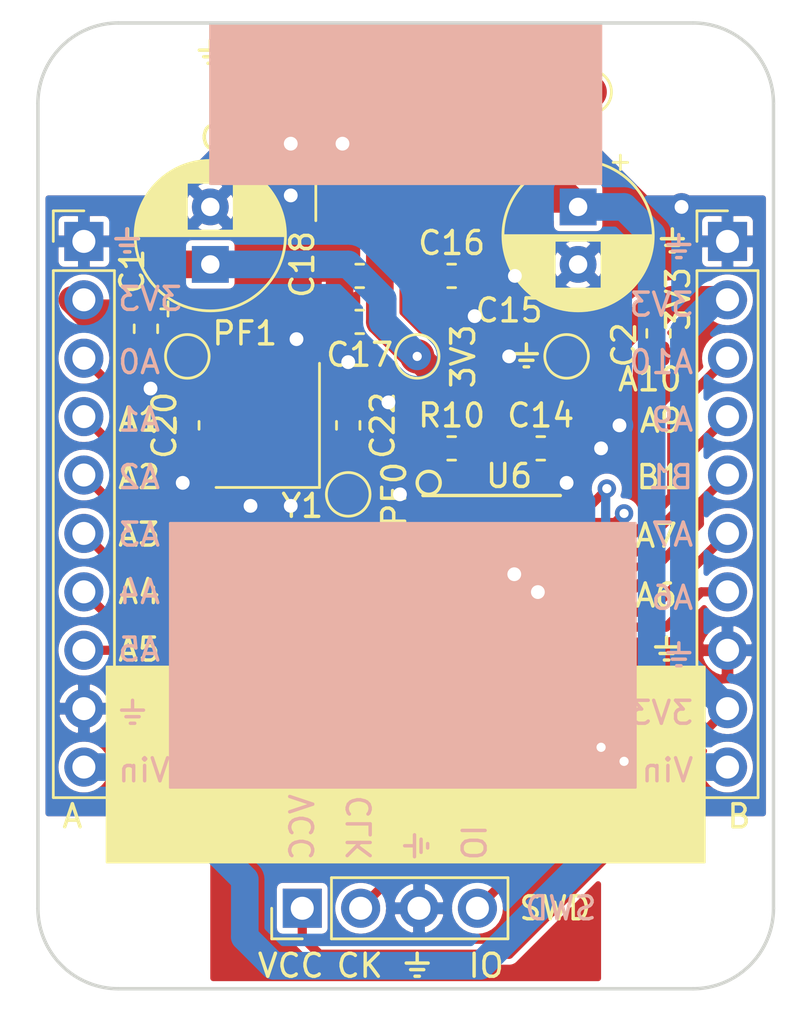
<source format=kicad_pcb>
(kicad_pcb (version 20171130) (host pcbnew 5.1.2-1.fc30)

  (general
    (thickness 1.6)
    (drawings 65)
    (tracks 186)
    (zones 0)
    (modules 29)
    (nets 21)
  )

  (page A4)
  (layers
    (0 F.Cu signal)
    (31 B.Cu signal)
    (32 B.Adhes user)
    (33 F.Adhes user)
    (34 B.Paste user)
    (35 F.Paste user)
    (36 B.SilkS user)
    (37 F.SilkS user)
    (38 B.Mask user)
    (39 F.Mask user)
    (40 Dwgs.User user)
    (41 Cmts.User user)
    (42 Eco1.User user)
    (43 Eco2.User user)
    (44 Edge.Cuts user)
    (45 Margin user)
    (46 B.CrtYd user)
    (47 F.CrtYd user)
    (48 B.Fab user)
    (49 F.Fab user)
  )

  (setup
    (last_trace_width 0.4)
    (user_trace_width 0.15)
    (user_trace_width 0.25)
    (user_trace_width 0.3)
    (user_trace_width 0.4)
    (user_trace_width 0.5)
    (user_trace_width 0.8)
    (user_trace_width 1.2)
    (user_trace_width 1.8)
    (user_trace_width 2.5)
    (user_trace_width 3.2)
    (trace_clearance 0.2)
    (zone_clearance 0.254)
    (zone_45_only no)
    (trace_min 0.15)
    (via_size 0.8)
    (via_drill 0.4)
    (via_min_size 0.4)
    (via_min_drill 0.3)
    (user_via 1 0.5)
    (user_via 1.2 0.6)
    (user_via 1.6 0.8)
    (user_via 2 1)
    (uvia_size 0.3)
    (uvia_drill 0.1)
    (uvias_allowed no)
    (uvia_min_size 0.2)
    (uvia_min_drill 0.1)
    (edge_width 0.15)
    (segment_width 0.3)
    (pcb_text_width 0.3)
    (pcb_text_size 1.5 1.5)
    (mod_edge_width 0.15)
    (mod_text_size 1 1)
    (mod_text_width 0.15)
    (pad_size 3.2 3.2)
    (pad_drill 3.2)
    (pad_to_mask_clearance 0.051)
    (solder_mask_min_width 0.25)
    (aux_axis_origin 0 0)
    (visible_elements FFFFFF7F)
    (pcbplotparams
      (layerselection 0x011fc_ffffffff)
      (usegerberextensions false)
      (usegerberattributes false)
      (usegerberadvancedattributes false)
      (creategerberjobfile false)
      (excludeedgelayer true)
      (linewidth 0.100000)
      (plotframeref false)
      (viasonmask false)
      (mode 1)
      (useauxorigin false)
      (hpglpennumber 1)
      (hpglpenspeed 20)
      (hpglpendiameter 15.000000)
      (psnegative false)
      (psa4output false)
      (plotreference true)
      (plotvalue true)
      (plotinvisibletext false)
      (padsonsilk false)
      (subtractmaskfromsilk false)
      (outputformat 1)
      (mirror false)
      (drillshape 0)
      (scaleselection 1)
      (outputdirectory "gerber"))
  )

  (net 0 "")
  (net 1 GND)
  (net 2 +3V3)
  (net 3 /RST)
  (net 4 +BATT)
  (net 5 /PF1)
  (net 6 /PF0)
  (net 7 /PA5)
  (net 8 /PA4)
  (net 9 /PA3)
  (net 10 /PA2)
  (net 11 /PA1)
  (net 12 /PA0)
  (net 13 /PA10)
  (net 14 /PA9)
  (net 15 /PB1)
  (net 16 /PA7)
  (net 17 /PA6)
  (net 18 "Net-(R7-Pad1)")
  (net 19 /PA13_SWDIO)
  (net 20 /PA14_SWCLK)

  (net_class Default "This is the default net class."
    (clearance 0.2)
    (trace_width 0.25)
    (via_dia 0.8)
    (via_drill 0.4)
    (uvia_dia 0.3)
    (uvia_drill 0.1)
    (add_net +3V3)
    (add_net +BATT)
    (add_net /PA0)
    (add_net /PA1)
    (add_net /PA10)
    (add_net /PA13_SWDIO)
    (add_net /PA14_SWCLK)
    (add_net /PA2)
    (add_net /PA3)
    (add_net /PA4)
    (add_net /PA5)
    (add_net /PA6)
    (add_net /PA7)
    (add_net /PA9)
    (add_net /PB1)
    (add_net /PF0)
    (add_net /PF1)
    (add_net /RST)
    (add_net GND)
    (add_net "Net-(R7-Pad1)")
  )

  (module TestPoint:TestPoint_Pad_D1.5mm (layer F.Cu) (tedit 5A0F774F) (tstamp 5CFD4BAB)
    (at 153.5 58.5)
    (descr "SMD pad as test Point, diameter 1.5mm")
    (tags "test point SMD pad")
    (path /5D11197D)
    (attr virtual)
    (fp_text reference TP1 (at 0 -1.648) (layer F.SilkS) hide
      (effects (font (size 1 1) (thickness 0.15)))
    )
    (fp_text value VIN_CMEAS (at 0 1.75) (layer F.Fab)
      (effects (font (size 1 1) (thickness 0.15)))
    )
    (fp_circle (center 0 0) (end 0 0.95) (layer F.SilkS) (width 0.12))
    (fp_circle (center 0 0) (end 1.25 0) (layer F.CrtYd) (width 0.05))
    (fp_text user %R (at 0 -1.65) (layer F.Fab)
      (effects (font (size 1 1) (thickness 0.15)))
    )
    (pad 1 smd circle (at 0 0) (size 1.5 1.5) (layers F.Cu F.Mask)
      (net 18 "Net-(R7-Pad1)"))
  )

  (module TestPoint:TestPoint_Pad_D2.5mm (layer F.Cu) (tedit 5A0F774F) (tstamp 5CFD4ABD)
    (at 150.5 57.5)
    (descr "SMD pad as test Point, diameter 2.5mm")
    (tags "test point SMD pad")
    (path /5D187E52)
    (attr virtual)
    (fp_text reference TP5 (at 0 -2.148) (layer F.SilkS) hide
      (effects (font (size 1 1) (thickness 0.15)))
    )
    (fp_text value VIN (at 0 2.25) (layer F.Fab)
      (effects (font (size 1 1) (thickness 0.15)))
    )
    (fp_circle (center 0 0) (end 0 1.45) (layer F.SilkS) (width 0.12))
    (fp_circle (center 0 0) (end 1.75 0) (layer F.CrtYd) (width 0.05))
    (fp_text user %R (at 0 -2.15) (layer F.Fab)
      (effects (font (size 1 1) (thickness 0.15)))
    )
    (pad 1 smd circle (at 0 0) (size 2.5 2.5) (layers F.Cu F.Mask)
      (net 4 +BATT))
  )

  (module TestPoint:TestPoint_Pad_D2.5mm (layer F.Cu) (tedit 5A0F774F) (tstamp 5CFD4A99)
    (at 139.5 57.5)
    (descr "SMD pad as test Point, diameter 2.5mm")
    (tags "test point SMD pad")
    (path /5D185408)
    (attr virtual)
    (fp_text reference TP2 (at 0 -2.148) (layer F.SilkS) hide
      (effects (font (size 1 1) (thickness 0.15)))
    )
    (fp_text value GND (at 0 2.25) (layer F.Fab)
      (effects (font (size 1 1) (thickness 0.15)))
    )
    (fp_circle (center 0 0) (end 0 1.45) (layer F.SilkS) (width 0.12))
    (fp_circle (center 0 0) (end 1.75 0) (layer F.CrtYd) (width 0.05))
    (fp_text user %R (at 0 -2.15) (layer F.Fab)
      (effects (font (size 1 1) (thickness 0.15)))
    )
    (pad 1 smd circle (at 0 0) (size 2.5 2.5) (layers F.Cu F.Mask)
      (net 1 GND))
  )

  (module Capacitor_SMD:C_0603_1608Metric_Pad1.05x0.95mm_HandSolder (layer F.Cu) (tedit 5B301BBE) (tstamp 5CFD0231)
    (at 156.5 69 270)
    (descr "Capacitor SMD 0603 (1608 Metric), square (rectangular) end terminal, IPC_7351 nominal with elongated pad for handsoldering. (Body size source: http://www.tortai-tech.com/upload/download/2011102023233369053.pdf), generated with kicad-footprint-generator")
    (tags "capacitor handsolder")
    (path /5D1CC590)
    (attr smd)
    (fp_text reference C2 (at 0.5 1.5 90) (layer F.SilkS)
      (effects (font (size 1 1) (thickness 0.15)))
    )
    (fp_text value 100n (at 0 1.43 90) (layer F.Fab)
      (effects (font (size 1 1) (thickness 0.15)))
    )
    (fp_text user %R (at 0 0 90) (layer F.Fab)
      (effects (font (size 0.4 0.4) (thickness 0.06)))
    )
    (fp_line (start 1.65 0.73) (end -1.65 0.73) (layer F.CrtYd) (width 0.05))
    (fp_line (start 1.65 -0.73) (end 1.65 0.73) (layer F.CrtYd) (width 0.05))
    (fp_line (start -1.65 -0.73) (end 1.65 -0.73) (layer F.CrtYd) (width 0.05))
    (fp_line (start -1.65 0.73) (end -1.65 -0.73) (layer F.CrtYd) (width 0.05))
    (fp_line (start -0.171267 0.51) (end 0.171267 0.51) (layer F.SilkS) (width 0.12))
    (fp_line (start -0.171267 -0.51) (end 0.171267 -0.51) (layer F.SilkS) (width 0.12))
    (fp_line (start 0.8 0.4) (end -0.8 0.4) (layer F.Fab) (width 0.1))
    (fp_line (start 0.8 -0.4) (end 0.8 0.4) (layer F.Fab) (width 0.1))
    (fp_line (start -0.8 -0.4) (end 0.8 -0.4) (layer F.Fab) (width 0.1))
    (fp_line (start -0.8 0.4) (end -0.8 -0.4) (layer F.Fab) (width 0.1))
    (pad 2 smd roundrect (at 0.875 0 270) (size 1.05 0.95) (layers F.Cu F.Paste F.Mask) (roundrect_rratio 0.25)
      (net 1 GND))
    (pad 1 smd roundrect (at -0.875 0 270) (size 1.05 0.95) (layers F.Cu F.Paste F.Mask) (roundrect_rratio 0.25)
      (net 2 +3V3))
    (model ${KISYS3DMOD}/Capacitor_SMD.3dshapes/C_0603_1608Metric.wrl
      (at (xyz 0 0 0))
      (scale (xyz 1 1 1))
      (rotate (xyz 0 0 0))
    )
  )

  (module Capacitor_SMD:C_0603_1608Metric_Pad1.05x0.95mm_HandSolder (layer F.Cu) (tedit 5B301BBE) (tstamp 5CFD0220)
    (at 134.2 68.8 270)
    (descr "Capacitor SMD 0603 (1608 Metric), square (rectangular) end terminal, IPC_7351 nominal with elongated pad for handsoldering. (Body size source: http://www.tortai-tech.com/upload/download/2011102023233369053.pdf), generated with kicad-footprint-generator")
    (tags "capacitor handsolder")
    (path /5D1B0D06)
    (attr smd)
    (fp_text reference C1 (at -2.5 0.6 270) (layer F.SilkS)
      (effects (font (size 1 1) (thickness 0.15)))
    )
    (fp_text value 100n (at 0 1.43 90) (layer F.Fab)
      (effects (font (size 1 1) (thickness 0.15)))
    )
    (fp_text user %R (at 0 0 90) (layer F.Fab)
      (effects (font (size 0.4 0.4) (thickness 0.06)))
    )
    (fp_line (start 1.65 0.73) (end -1.65 0.73) (layer F.CrtYd) (width 0.05))
    (fp_line (start 1.65 -0.73) (end 1.65 0.73) (layer F.CrtYd) (width 0.05))
    (fp_line (start -1.65 -0.73) (end 1.65 -0.73) (layer F.CrtYd) (width 0.05))
    (fp_line (start -1.65 0.73) (end -1.65 -0.73) (layer F.CrtYd) (width 0.05))
    (fp_line (start -0.171267 0.51) (end 0.171267 0.51) (layer F.SilkS) (width 0.12))
    (fp_line (start -0.171267 -0.51) (end 0.171267 -0.51) (layer F.SilkS) (width 0.12))
    (fp_line (start 0.8 0.4) (end -0.8 0.4) (layer F.Fab) (width 0.1))
    (fp_line (start 0.8 -0.4) (end 0.8 0.4) (layer F.Fab) (width 0.1))
    (fp_line (start -0.8 -0.4) (end 0.8 -0.4) (layer F.Fab) (width 0.1))
    (fp_line (start -0.8 0.4) (end -0.8 -0.4) (layer F.Fab) (width 0.1))
    (pad 2 smd roundrect (at 0.875 0 270) (size 1.05 0.95) (layers F.Cu F.Paste F.Mask) (roundrect_rratio 0.25)
      (net 1 GND))
    (pad 1 smd roundrect (at -0.875 0 270) (size 1.05 0.95) (layers F.Cu F.Paste F.Mask) (roundrect_rratio 0.25)
      (net 2 +3V3))
    (model ${KISYS3DMOD}/Capacitor_SMD.3dshapes/C_0603_1608Metric.wrl
      (at (xyz 0 0 0))
      (scale (xyz 1 1 1))
      (rotate (xyz 0 0 0))
    )
  )

  (module Crystal:Crystal_SMD_3225-4Pin_3.2x2.5mm_HandSoldering (layer F.Cu) (tedit 5A0FD1B2) (tstamp 5CFCD6E1)
    (at 139.5 73 90)
    (descr "SMD Crystal SERIES SMD3225/4 http://www.txccrystal.com/images/pdf/7m-accuracy.pdf, hand-soldering, 3.2x2.5mm^2 package")
    (tags "SMD SMT crystal hand-soldering")
    (path /5C62F3E9)
    (attr smd)
    (fp_text reference Y1 (at -3.5 1.5 180) (layer F.SilkS)
      (effects (font (size 1 1) (thickness 0.15)))
    )
    (fp_text value 8MHz (at 0 3.05 90) (layer F.Fab)
      (effects (font (size 1 1) (thickness 0.15)))
    )
    (fp_line (start 2.8 -2.3) (end -2.8 -2.3) (layer F.CrtYd) (width 0.05))
    (fp_line (start 2.8 2.3) (end 2.8 -2.3) (layer F.CrtYd) (width 0.05))
    (fp_line (start -2.8 2.3) (end 2.8 2.3) (layer F.CrtYd) (width 0.05))
    (fp_line (start -2.8 -2.3) (end -2.8 2.3) (layer F.CrtYd) (width 0.05))
    (fp_line (start -2.7 2.25) (end 2.7 2.25) (layer F.SilkS) (width 0.12))
    (fp_line (start -2.7 -2.25) (end -2.7 2.25) (layer F.SilkS) (width 0.12))
    (fp_line (start -1.6 0.25) (end -0.6 1.25) (layer F.Fab) (width 0.1))
    (fp_line (start 1.6 -1.25) (end -1.6 -1.25) (layer F.Fab) (width 0.1))
    (fp_line (start 1.6 1.25) (end 1.6 -1.25) (layer F.Fab) (width 0.1))
    (fp_line (start -1.6 1.25) (end 1.6 1.25) (layer F.Fab) (width 0.1))
    (fp_line (start -1.6 -1.25) (end -1.6 1.25) (layer F.Fab) (width 0.1))
    (fp_text user %R (at 0 0 90) (layer F.Fab)
      (effects (font (size 0.7 0.7) (thickness 0.105)))
    )
    (pad 4 smd rect (at -1.45 -1.15 90) (size 2.1 1.8) (layers F.Cu F.Paste F.Mask)
      (net 1 GND))
    (pad 3 smd rect (at 1.45 -1.15 90) (size 2.1 1.8) (layers F.Cu F.Paste F.Mask)
      (net 5 /PF1))
    (pad 2 smd rect (at 1.45 1.15 90) (size 2.1 1.8) (layers F.Cu F.Paste F.Mask)
      (net 1 GND))
    (pad 1 smd rect (at -1.45 1.15 90) (size 2.1 1.8) (layers F.Cu F.Paste F.Mask)
      (net 6 /PF0))
    (model ${KISYS3DMOD}/Crystal.3dshapes/Crystal_SMD_3225-4Pin_3.2x2.5mm_HandSoldering.wrl
      (at (xyz 0 0 0))
      (scale (xyz 1 1 1))
      (rotate (xyz 0 0 0))
    )
  )

  (module Package_SO:TSSOP-20_4.4x6.5mm_P0.65mm (layer F.Cu) (tedit 5A02F25C) (tstamp 5CFCD2F6)
    (at 150 79.5)
    (descr "20-Lead Plastic Thin Shrink Small Outline (ST)-4.4 mm Body [TSSOP] (see Microchip Packaging Specification 00000049BS.pdf)")
    (tags "SSOP 0.65")
    (path /5D52BF88)
    (attr smd)
    (fp_text reference U6 (at 0 -4.3) (layer F.SilkS)
      (effects (font (size 1 1) (thickness 0.15)))
    )
    (fp_text value STM32F030F4Px (at 0 4.3) (layer F.Fab)
      (effects (font (size 1 1) (thickness 0.15)))
    )
    (fp_text user %R (at 0 0) (layer F.Fab)
      (effects (font (size 0.8 0.8) (thickness 0.15)))
    )
    (fp_line (start -3.75 -3.45) (end 2.225 -3.45) (layer F.SilkS) (width 0.15))
    (fp_line (start -2.225 3.45) (end 2.225 3.45) (layer F.SilkS) (width 0.15))
    (fp_line (start -3.95 3.55) (end 3.95 3.55) (layer F.CrtYd) (width 0.05))
    (fp_line (start -3.95 -3.55) (end 3.95 -3.55) (layer F.CrtYd) (width 0.05))
    (fp_line (start 3.95 -3.55) (end 3.95 3.55) (layer F.CrtYd) (width 0.05))
    (fp_line (start -3.95 -3.55) (end -3.95 3.55) (layer F.CrtYd) (width 0.05))
    (fp_line (start -2.2 -2.25) (end -1.2 -3.25) (layer F.Fab) (width 0.15))
    (fp_line (start -2.2 3.25) (end -2.2 -2.25) (layer F.Fab) (width 0.15))
    (fp_line (start 2.2 3.25) (end -2.2 3.25) (layer F.Fab) (width 0.15))
    (fp_line (start 2.2 -3.25) (end 2.2 3.25) (layer F.Fab) (width 0.15))
    (fp_line (start -1.2 -3.25) (end 2.2 -3.25) (layer F.Fab) (width 0.15))
    (pad 20 smd rect (at 2.95 -2.925) (size 1.45 0.45) (layers F.Cu F.Paste F.Mask)
      (net 20 /PA14_SWCLK))
    (pad 19 smd rect (at 2.95 -2.275) (size 1.45 0.45) (layers F.Cu F.Paste F.Mask)
      (net 19 /PA13_SWDIO))
    (pad 18 smd rect (at 2.95 -1.625) (size 1.45 0.45) (layers F.Cu F.Paste F.Mask)
      (net 13 /PA10))
    (pad 17 smd rect (at 2.95 -0.975) (size 1.45 0.45) (layers F.Cu F.Paste F.Mask)
      (net 14 /PA9))
    (pad 16 smd rect (at 2.95 -0.325) (size 1.45 0.45) (layers F.Cu F.Paste F.Mask)
      (net 2 +3V3))
    (pad 15 smd rect (at 2.95 0.325) (size 1.45 0.45) (layers F.Cu F.Paste F.Mask)
      (net 1 GND))
    (pad 14 smd rect (at 2.95 0.975) (size 1.45 0.45) (layers F.Cu F.Paste F.Mask)
      (net 15 /PB1))
    (pad 13 smd rect (at 2.95 1.625) (size 1.45 0.45) (layers F.Cu F.Paste F.Mask)
      (net 16 /PA7))
    (pad 12 smd rect (at 2.95 2.275) (size 1.45 0.45) (layers F.Cu F.Paste F.Mask)
      (net 17 /PA6))
    (pad 11 smd rect (at 2.95 2.925) (size 1.45 0.45) (layers F.Cu F.Paste F.Mask)
      (net 7 /PA5))
    (pad 10 smd rect (at -2.95 2.925) (size 1.45 0.45) (layers F.Cu F.Paste F.Mask)
      (net 8 /PA4))
    (pad 9 smd rect (at -2.95 2.275) (size 1.45 0.45) (layers F.Cu F.Paste F.Mask)
      (net 9 /PA3))
    (pad 8 smd rect (at -2.95 1.625) (size 1.45 0.45) (layers F.Cu F.Paste F.Mask)
      (net 10 /PA2))
    (pad 7 smd rect (at -2.95 0.975) (size 1.45 0.45) (layers F.Cu F.Paste F.Mask)
      (net 11 /PA1))
    (pad 6 smd rect (at -2.95 0.325) (size 1.45 0.45) (layers F.Cu F.Paste F.Mask)
      (net 12 /PA0))
    (pad 5 smd rect (at -2.95 -0.325) (size 1.45 0.45) (layers F.Cu F.Paste F.Mask)
      (net 2 +3V3))
    (pad 4 smd rect (at -2.95 -0.975) (size 1.45 0.45) (layers F.Cu F.Paste F.Mask)
      (net 3 /RST))
    (pad 3 smd rect (at -2.95 -1.625) (size 1.45 0.45) (layers F.Cu F.Paste F.Mask)
      (net 5 /PF1))
    (pad 2 smd rect (at -2.95 -2.275) (size 1.45 0.45) (layers F.Cu F.Paste F.Mask)
      (net 6 /PF0))
    (pad 1 smd rect (at -2.95 -2.925) (size 1.45 0.45) (layers F.Cu F.Paste F.Mask)
      (net 1 GND))
    (model ${KISYS3DMOD}/Package_SO.3dshapes/TSSOP-20_4.4x6.5mm_P0.65mm.wrl
      (at (xyz 0 0 0))
      (scale (xyz 1 1 1))
      (rotate (xyz 0 0 0))
    )
  )

  (module Package_TO_SOT_SMD:SOT-223-3_TabPin2 (layer F.Cu) (tedit 5A02FF57) (tstamp 5CFCDE1E)
    (at 145 60 90)
    (descr "module CMS SOT223 4 pins")
    (tags "CMS SOT")
    (path /5C45B743)
    (attr smd)
    (fp_text reference U3 (at 0 -4.5 90) (layer F.SilkS)
      (effects (font (size 1 1) (thickness 0.15)))
    )
    (fp_text value AMS1117-3.3 (at 0 4.5 90) (layer F.Fab)
      (effects (font (size 1 1) (thickness 0.15)))
    )
    (fp_line (start 1.85 -3.35) (end 1.85 3.35) (layer F.Fab) (width 0.1))
    (fp_line (start -1.85 3.35) (end 1.85 3.35) (layer F.Fab) (width 0.1))
    (fp_line (start -4.1 -3.41) (end 1.91 -3.41) (layer F.SilkS) (width 0.12))
    (fp_line (start -0.85 -3.35) (end 1.85 -3.35) (layer F.Fab) (width 0.1))
    (fp_line (start -1.85 3.41) (end 1.91 3.41) (layer F.SilkS) (width 0.12))
    (fp_line (start -1.85 -2.35) (end -1.85 3.35) (layer F.Fab) (width 0.1))
    (fp_line (start -1.85 -2.35) (end -0.85 -3.35) (layer F.Fab) (width 0.1))
    (fp_line (start -4.4 -3.6) (end -4.4 3.6) (layer F.CrtYd) (width 0.05))
    (fp_line (start -4.4 3.6) (end 4.4 3.6) (layer F.CrtYd) (width 0.05))
    (fp_line (start 4.4 3.6) (end 4.4 -3.6) (layer F.CrtYd) (width 0.05))
    (fp_line (start 4.4 -3.6) (end -4.4 -3.6) (layer F.CrtYd) (width 0.05))
    (fp_line (start 1.91 -3.41) (end 1.91 -2.15) (layer F.SilkS) (width 0.12))
    (fp_line (start 1.91 3.41) (end 1.91 2.15) (layer F.SilkS) (width 0.12))
    (fp_text user %R (at 0 0) (layer F.Fab)
      (effects (font (size 0.8 0.8) (thickness 0.12)))
    )
    (pad 1 smd rect (at -3.15 -2.3 90) (size 2 1.5) (layers F.Cu F.Paste F.Mask)
      (net 1 GND))
    (pad 3 smd rect (at -3.15 2.3 90) (size 2 1.5) (layers F.Cu F.Paste F.Mask)
      (net 4 +BATT))
    (pad 2 smd rect (at -3.15 0 90) (size 2 1.5) (layers F.Cu F.Paste F.Mask)
      (net 2 +3V3))
    (pad 2 smd rect (at 3.15 0 90) (size 2 3.8) (layers F.Cu F.Paste F.Mask)
      (net 2 +3V3))
    (model ${KISYS3DMOD}/Package_TO_SOT_SMD.3dshapes/SOT-223.wrl
      (at (xyz 0 0 0))
      (scale (xyz 1 1 1))
      (rotate (xyz 0 0 0))
    )
  )

  (module TestPoint:TestPoint_Pad_D1.5mm (layer F.Cu) (tedit 5A0F774F) (tstamp 5CFCD2BC)
    (at 143 76)
    (descr "SMD pad as test Point, diameter 1.5mm")
    (tags "test point SMD pad")
    (path /5D1014DC)
    (attr virtual)
    (fp_text reference TP7 (at 0 -1.648) (layer F.SilkS) hide
      (effects (font (size 1 1) (thickness 0.15)))
    )
    (fp_text value PF0 (at 0 1.75) (layer F.Fab)
      (effects (font (size 1 1) (thickness 0.15)))
    )
    (fp_circle (center 0 0) (end 0 0.95) (layer F.SilkS) (width 0.12))
    (fp_circle (center 0 0) (end 1.25 0) (layer F.CrtYd) (width 0.05))
    (fp_text user %R (at 0 -1.65) (layer F.Fab)
      (effects (font (size 1 1) (thickness 0.15)))
    )
    (pad 1 smd circle (at 0 0) (size 1.5 1.5) (layers F.Cu F.Mask)
      (net 6 /PF0))
  )

  (module TestPoint:TestPoint_Pad_D1.5mm (layer F.Cu) (tedit 5A0F774F) (tstamp 5CFCD2B4)
    (at 146 70)
    (descr "SMD pad as test Point, diameter 1.5mm")
    (tags "test point SMD pad")
    (path /5D1812FD)
    (attr virtual)
    (fp_text reference TP6 (at 0 -1.648) (layer F.SilkS) hide
      (effects (font (size 1 1) (thickness 0.15)))
    )
    (fp_text value +3V3 (at 0 1.75) (layer F.Fab)
      (effects (font (size 1 1) (thickness 0.15)))
    )
    (fp_circle (center 0 0) (end 0 0.95) (layer F.SilkS) (width 0.12))
    (fp_circle (center 0 0) (end 1.25 0) (layer F.CrtYd) (width 0.05))
    (fp_text user %R (at 0 -1.65) (layer F.Fab)
      (effects (font (size 1 1) (thickness 0.15)))
    )
    (pad 1 smd circle (at 0 0) (size 1.5 1.5) (layers F.Cu F.Mask)
      (net 2 +3V3))
  )

  (module TestPoint:TestPoint_Pad_D1.5mm (layer F.Cu) (tedit 5A0F774F) (tstamp 5CFCD2A4)
    (at 136 70)
    (descr "SMD pad as test Point, diameter 1.5mm")
    (tags "test point SMD pad")
    (path /5D101107)
    (attr virtual)
    (fp_text reference TP4 (at 2 -1) (layer F.SilkS) hide
      (effects (font (size 1 1) (thickness 0.15)))
    )
    (fp_text value PF1 (at 0 1.75) (layer F.Fab)
      (effects (font (size 1 1) (thickness 0.15)))
    )
    (fp_circle (center 0 0) (end 0 0.95) (layer F.SilkS) (width 0.12))
    (fp_circle (center 0 0) (end 1.25 0) (layer F.CrtYd) (width 0.05))
    (fp_text user %R (at 0 -1.65) (layer F.Fab)
      (effects (font (size 1 1) (thickness 0.15)))
    )
    (pad 1 smd circle (at 0 0) (size 1.5 1.5) (layers F.Cu F.Mask)
      (net 5 /PF1))
  )

  (module TestPoint:TestPoint_Pad_D1.5mm (layer F.Cu) (tedit 5A0F774F) (tstamp 5CFCD29C)
    (at 152.5 70)
    (descr "SMD pad as test Point, diameter 1.5mm")
    (tags "test point SMD pad")
    (path /5D18277F)
    (attr virtual)
    (fp_text reference TP3 (at 0 -1.648) (layer F.SilkS) hide
      (effects (font (size 1 1) (thickness 0.15)))
    )
    (fp_text value GND (at 0 1.75) (layer F.Fab)
      (effects (font (size 1 1) (thickness 0.15)))
    )
    (fp_circle (center 0 0) (end 0 0.95) (layer F.SilkS) (width 0.12))
    (fp_circle (center 0 0) (end 1.25 0) (layer F.CrtYd) (width 0.05))
    (fp_text user %R (at 0 -1.65) (layer F.Fab)
      (effects (font (size 1 1) (thickness 0.15)))
    )
    (pad 1 smd circle (at 0 0) (size 1.5 1.5) (layers F.Cu F.Mask)
      (net 1 GND))
  )

  (module Resistor_SMD:R_0603_1608Metric_Pad1.05x0.95mm_HandSolder (layer F.Cu) (tedit 5B301BBD) (tstamp 5CFCD284)
    (at 147.5 74)
    (descr "Resistor SMD 0603 (1608 Metric), square (rectangular) end terminal, IPC_7351 nominal with elongated pad for handsoldering. (Body size source: http://www.tortai-tech.com/upload/download/2011102023233369053.pdf), generated with kicad-footprint-generator")
    (tags "resistor handsolder")
    (path /5C6C27C5)
    (attr smd)
    (fp_text reference R10 (at 0 -1.43) (layer F.SilkS)
      (effects (font (size 1 1) (thickness 0.15)))
    )
    (fp_text value 10k (at 0 1.43) (layer F.Fab)
      (effects (font (size 1 1) (thickness 0.15)))
    )
    (fp_text user %R (at 0 0) (layer F.Fab)
      (effects (font (size 0.4 0.4) (thickness 0.06)))
    )
    (fp_line (start 1.65 0.73) (end -1.65 0.73) (layer F.CrtYd) (width 0.05))
    (fp_line (start 1.65 -0.73) (end 1.65 0.73) (layer F.CrtYd) (width 0.05))
    (fp_line (start -1.65 -0.73) (end 1.65 -0.73) (layer F.CrtYd) (width 0.05))
    (fp_line (start -1.65 0.73) (end -1.65 -0.73) (layer F.CrtYd) (width 0.05))
    (fp_line (start -0.171267 0.51) (end 0.171267 0.51) (layer F.SilkS) (width 0.12))
    (fp_line (start -0.171267 -0.51) (end 0.171267 -0.51) (layer F.SilkS) (width 0.12))
    (fp_line (start 0.8 0.4) (end -0.8 0.4) (layer F.Fab) (width 0.1))
    (fp_line (start 0.8 -0.4) (end 0.8 0.4) (layer F.Fab) (width 0.1))
    (fp_line (start -0.8 -0.4) (end 0.8 -0.4) (layer F.Fab) (width 0.1))
    (fp_line (start -0.8 0.4) (end -0.8 -0.4) (layer F.Fab) (width 0.1))
    (pad 2 smd roundrect (at 0.875 0) (size 1.05 0.95) (layers F.Cu F.Paste F.Mask) (roundrect_rratio 0.25)
      (net 2 +3V3))
    (pad 1 smd roundrect (at -0.875 0) (size 1.05 0.95) (layers F.Cu F.Paste F.Mask) (roundrect_rratio 0.25)
      (net 3 /RST))
    (model ${KISYS3DMOD}/Resistor_SMD.3dshapes/R_0603_1608Metric.wrl
      (at (xyz 0 0 0))
      (scale (xyz 1 1 1))
      (rotate (xyz 0 0 0))
    )
  )

  (module Resistor_SMD:R_0603_1608Metric_Pad1.05x0.95mm_HandSolder (layer F.Cu) (tedit 5B301BBD) (tstamp 5CFCD273)
    (at 151.5 60 180)
    (descr "Resistor SMD 0603 (1608 Metric), square (rectangular) end terminal, IPC_7351 nominal with elongated pad for handsoldering. (Body size source: http://www.tortai-tech.com/upload/download/2011102023233369053.pdf), generated with kicad-footprint-generator")
    (tags "resistor handsolder")
    (path /5C47C915)
    (attr smd)
    (fp_text reference R7 (at 1.5 -1.5) (layer F.SilkS)
      (effects (font (size 1 1) (thickness 0.15)))
    )
    (fp_text value DNP (at 0 1.43) (layer F.Fab)
      (effects (font (size 1 1) (thickness 0.15)))
    )
    (fp_text user %R (at 0 0) (layer F.Fab)
      (effects (font (size 0.4 0.4) (thickness 0.06)))
    )
    (fp_line (start 1.65 0.73) (end -1.65 0.73) (layer F.CrtYd) (width 0.05))
    (fp_line (start 1.65 -0.73) (end 1.65 0.73) (layer F.CrtYd) (width 0.05))
    (fp_line (start -1.65 -0.73) (end 1.65 -0.73) (layer F.CrtYd) (width 0.05))
    (fp_line (start -1.65 0.73) (end -1.65 -0.73) (layer F.CrtYd) (width 0.05))
    (fp_line (start -0.171267 0.51) (end 0.171267 0.51) (layer F.SilkS) (width 0.12))
    (fp_line (start -0.171267 -0.51) (end 0.171267 -0.51) (layer F.SilkS) (width 0.12))
    (fp_line (start 0.8 0.4) (end -0.8 0.4) (layer F.Fab) (width 0.1))
    (fp_line (start 0.8 -0.4) (end 0.8 0.4) (layer F.Fab) (width 0.1))
    (fp_line (start -0.8 -0.4) (end 0.8 -0.4) (layer F.Fab) (width 0.1))
    (fp_line (start -0.8 0.4) (end -0.8 -0.4) (layer F.Fab) (width 0.1))
    (pad 2 smd roundrect (at 0.875 0 180) (size 1.05 0.95) (layers F.Cu F.Paste F.Mask) (roundrect_rratio 0.25)
      (net 4 +BATT))
    (pad 1 smd roundrect (at -0.875 0 180) (size 1.05 0.95) (layers F.Cu F.Paste F.Mask) (roundrect_rratio 0.25)
      (net 18 "Net-(R7-Pad1)"))
    (model ${KISYS3DMOD}/Resistor_SMD.3dshapes/R_0603_1608Metric.wrl
      (at (xyz 0 0 0))
      (scale (xyz 1 1 1))
      (rotate (xyz 0 0 0))
    )
  )

  (module Connector_PinHeader_2.54mm:PinHeader_1x04_P2.54mm_Vertical (layer F.Cu) (tedit 59FED5CC) (tstamp 5CFCD262)
    (at 141 94 90)
    (descr "Through hole straight pin header, 1x04, 2.54mm pitch, single row")
    (tags "Through hole pin header THT 1x04 2.54mm single row")
    (path /5CA7AF20)
    (fp_text reference J9 (at 0 -2.33 90) (layer F.SilkS) hide
      (effects (font (size 1 1) (thickness 0.15)))
    )
    (fp_text value SWD (at 0 9.95 90) (layer F.Fab)
      (effects (font (size 1 1) (thickness 0.15)))
    )
    (fp_text user %R (at 0 3.81) (layer F.Fab)
      (effects (font (size 1 1) (thickness 0.15)))
    )
    (fp_line (start 1.8 -1.8) (end -1.8 -1.8) (layer F.CrtYd) (width 0.05))
    (fp_line (start 1.8 9.4) (end 1.8 -1.8) (layer F.CrtYd) (width 0.05))
    (fp_line (start -1.8 9.4) (end 1.8 9.4) (layer F.CrtYd) (width 0.05))
    (fp_line (start -1.8 -1.8) (end -1.8 9.4) (layer F.CrtYd) (width 0.05))
    (fp_line (start -1.33 -1.33) (end 0 -1.33) (layer F.SilkS) (width 0.12))
    (fp_line (start -1.33 0) (end -1.33 -1.33) (layer F.SilkS) (width 0.12))
    (fp_line (start -1.33 1.27) (end 1.33 1.27) (layer F.SilkS) (width 0.12))
    (fp_line (start 1.33 1.27) (end 1.33 8.95) (layer F.SilkS) (width 0.12))
    (fp_line (start -1.33 1.27) (end -1.33 8.95) (layer F.SilkS) (width 0.12))
    (fp_line (start -1.33 8.95) (end 1.33 8.95) (layer F.SilkS) (width 0.12))
    (fp_line (start -1.27 -0.635) (end -0.635 -1.27) (layer F.Fab) (width 0.1))
    (fp_line (start -1.27 8.89) (end -1.27 -0.635) (layer F.Fab) (width 0.1))
    (fp_line (start 1.27 8.89) (end -1.27 8.89) (layer F.Fab) (width 0.1))
    (fp_line (start 1.27 -1.27) (end 1.27 8.89) (layer F.Fab) (width 0.1))
    (fp_line (start -0.635 -1.27) (end 1.27 -1.27) (layer F.Fab) (width 0.1))
    (pad 4 thru_hole oval (at 0 7.62 90) (size 1.7 1.7) (drill 1) (layers *.Cu *.Mask)
      (net 19 /PA13_SWDIO))
    (pad 3 thru_hole oval (at 0 5.08 90) (size 1.7 1.7) (drill 1) (layers *.Cu *.Mask)
      (net 1 GND))
    (pad 2 thru_hole oval (at 0 2.54 90) (size 1.7 1.7) (drill 1) (layers *.Cu *.Mask)
      (net 20 /PA14_SWCLK))
    (pad 1 thru_hole rect (at 0 0 90) (size 1.7 1.7) (drill 1) (layers *.Cu *.Mask)
      (net 2 +3V3))
    (model ${KISYS3DMOD}/Connector_PinHeader_2.54mm.3dshapes/PinHeader_1x04_P2.54mm_Vertical.wrl
      (at (xyz 0 0 0))
      (scale (xyz 1 1 1))
      (rotate (xyz 0 0 0))
    )
  )

  (module Connector_PinHeader_2.54mm:PinHeader_1x10_P2.54mm_Vertical (layer F.Cu) (tedit 59FED5CC) (tstamp 5CFCD24A)
    (at 159.5 65)
    (descr "Through hole straight pin header, 1x10, 2.54mm pitch, single row")
    (tags "Through hole pin header THT 1x10 2.54mm single row")
    (path /5D1430F8)
    (fp_text reference Jr (at 0 -2.33) (layer F.SilkS) hide
      (effects (font (size 1 1) (thickness 0.15)))
    )
    (fp_text value B (at 0 25.19) (layer F.Fab)
      (effects (font (size 1 1) (thickness 0.15)))
    )
    (fp_text user %R (at 0 11.43 90) (layer F.Fab)
      (effects (font (size 1 1) (thickness 0.15)))
    )
    (fp_line (start 1.8 -1.8) (end -1.8 -1.8) (layer F.CrtYd) (width 0.05))
    (fp_line (start 1.8 24.65) (end 1.8 -1.8) (layer F.CrtYd) (width 0.05))
    (fp_line (start -1.8 24.65) (end 1.8 24.65) (layer F.CrtYd) (width 0.05))
    (fp_line (start -1.8 -1.8) (end -1.8 24.65) (layer F.CrtYd) (width 0.05))
    (fp_line (start -1.33 -1.33) (end 0 -1.33) (layer F.SilkS) (width 0.12))
    (fp_line (start -1.33 0) (end -1.33 -1.33) (layer F.SilkS) (width 0.12))
    (fp_line (start -1.33 1.27) (end 1.33 1.27) (layer F.SilkS) (width 0.12))
    (fp_line (start 1.33 1.27) (end 1.33 24.19) (layer F.SilkS) (width 0.12))
    (fp_line (start -1.33 1.27) (end -1.33 24.19) (layer F.SilkS) (width 0.12))
    (fp_line (start -1.33 24.19) (end 1.33 24.19) (layer F.SilkS) (width 0.12))
    (fp_line (start -1.27 -0.635) (end -0.635 -1.27) (layer F.Fab) (width 0.1))
    (fp_line (start -1.27 24.13) (end -1.27 -0.635) (layer F.Fab) (width 0.1))
    (fp_line (start 1.27 24.13) (end -1.27 24.13) (layer F.Fab) (width 0.1))
    (fp_line (start 1.27 -1.27) (end 1.27 24.13) (layer F.Fab) (width 0.1))
    (fp_line (start -0.635 -1.27) (end 1.27 -1.27) (layer F.Fab) (width 0.1))
    (pad 10 thru_hole oval (at 0 22.86) (size 1.7 1.7) (drill 1) (layers *.Cu *.Mask)
      (net 4 +BATT))
    (pad 9 thru_hole oval (at 0 20.32) (size 1.7 1.7) (drill 1) (layers *.Cu *.Mask)
      (net 2 +3V3))
    (pad 8 thru_hole oval (at 0 17.78) (size 1.7 1.7) (drill 1) (layers *.Cu *.Mask)
      (net 1 GND))
    (pad 7 thru_hole oval (at 0 15.24) (size 1.7 1.7) (drill 1) (layers *.Cu *.Mask)
      (net 17 /PA6))
    (pad 6 thru_hole oval (at 0 12.7) (size 1.7 1.7) (drill 1) (layers *.Cu *.Mask)
      (net 16 /PA7))
    (pad 5 thru_hole oval (at 0 10.16) (size 1.7 1.7) (drill 1) (layers *.Cu *.Mask)
      (net 15 /PB1))
    (pad 4 thru_hole oval (at 0 7.62) (size 1.7 1.7) (drill 1) (layers *.Cu *.Mask)
      (net 14 /PA9))
    (pad 3 thru_hole oval (at 0 5.08) (size 1.7 1.7) (drill 1) (layers *.Cu *.Mask)
      (net 13 /PA10))
    (pad 2 thru_hole oval (at 0 2.54) (size 1.7 1.7) (drill 1) (layers *.Cu *.Mask)
      (net 2 +3V3))
    (pad 1 thru_hole rect (at 0 0) (size 1.7 1.7) (drill 1) (layers *.Cu *.Mask)
      (net 1 GND))
    (model ${KISYS3DMOD}/Connector_PinHeader_2.54mm.3dshapes/PinHeader_1x10_P2.54mm_Vertical.wrl
      (at (xyz 0 0 0))
      (scale (xyz 1 1 1))
      (rotate (xyz 0 0 0))
    )
  )

  (module Connector_PinHeader_2.54mm:PinHeader_1x10_P2.54mm_Vertical (layer F.Cu) (tedit 59FED5CC) (tstamp 5CFCD22C)
    (at 131.5 65)
    (descr "Through hole straight pin header, 1x10, 2.54mm pitch, single row")
    (tags "Through hole pin header THT 1x10 2.54mm single row")
    (path /5D141A2C)
    (fp_text reference J1 (at 0 -2.33) (layer F.SilkS) hide
      (effects (font (size 1 1) (thickness 0.15)))
    )
    (fp_text value A (at 0 25.19) (layer F.Fab)
      (effects (font (size 1 1) (thickness 0.15)))
    )
    (fp_line (start -0.635 -1.27) (end 1.27 -1.27) (layer F.Fab) (width 0.1))
    (fp_line (start 1.27 -1.27) (end 1.27 24.13) (layer F.Fab) (width 0.1))
    (fp_line (start 1.27 24.13) (end -1.27 24.13) (layer F.Fab) (width 0.1))
    (fp_line (start -1.27 24.13) (end -1.27 -0.635) (layer F.Fab) (width 0.1))
    (fp_line (start -1.27 -0.635) (end -0.635 -1.27) (layer F.Fab) (width 0.1))
    (fp_line (start -1.33 24.19) (end 1.33 24.19) (layer F.SilkS) (width 0.12))
    (fp_line (start -1.33 1.27) (end -1.33 24.19) (layer F.SilkS) (width 0.12))
    (fp_line (start 1.33 1.27) (end 1.33 24.19) (layer F.SilkS) (width 0.12))
    (fp_line (start -1.33 1.27) (end 1.33 1.27) (layer F.SilkS) (width 0.12))
    (fp_line (start -1.33 0) (end -1.33 -1.33) (layer F.SilkS) (width 0.12))
    (fp_line (start -1.33 -1.33) (end 0 -1.33) (layer F.SilkS) (width 0.12))
    (fp_line (start -1.8 -1.8) (end -1.8 24.65) (layer F.CrtYd) (width 0.05))
    (fp_line (start -1.8 24.65) (end 1.8 24.65) (layer F.CrtYd) (width 0.05))
    (fp_line (start 1.8 24.65) (end 1.8 -1.8) (layer F.CrtYd) (width 0.05))
    (fp_line (start 1.8 -1.8) (end -1.8 -1.8) (layer F.CrtYd) (width 0.05))
    (fp_text user %R (at 0 11.43 90) (layer F.Fab)
      (effects (font (size 1 1) (thickness 0.15)))
    )
    (pad 1 thru_hole rect (at 0 0) (size 1.7 1.7) (drill 1) (layers *.Cu *.Mask)
      (net 1 GND))
    (pad 2 thru_hole oval (at 0 2.54) (size 1.7 1.7) (drill 1) (layers *.Cu *.Mask)
      (net 2 +3V3))
    (pad 3 thru_hole oval (at 0 5.08) (size 1.7 1.7) (drill 1) (layers *.Cu *.Mask)
      (net 12 /PA0))
    (pad 4 thru_hole oval (at 0 7.62) (size 1.7 1.7) (drill 1) (layers *.Cu *.Mask)
      (net 11 /PA1))
    (pad 5 thru_hole oval (at 0 10.16) (size 1.7 1.7) (drill 1) (layers *.Cu *.Mask)
      (net 10 /PA2))
    (pad 6 thru_hole oval (at 0 12.7) (size 1.7 1.7) (drill 1) (layers *.Cu *.Mask)
      (net 9 /PA3))
    (pad 7 thru_hole oval (at 0 15.24) (size 1.7 1.7) (drill 1) (layers *.Cu *.Mask)
      (net 8 /PA4))
    (pad 8 thru_hole oval (at 0 17.78) (size 1.7 1.7) (drill 1) (layers *.Cu *.Mask)
      (net 7 /PA5))
    (pad 9 thru_hole oval (at 0 20.32) (size 1.7 1.7) (drill 1) (layers *.Cu *.Mask)
      (net 1 GND))
    (pad 10 thru_hole oval (at 0 22.86) (size 1.7 1.7) (drill 1) (layers *.Cu *.Mask)
      (net 4 +BATT))
    (model ${KISYS3DMOD}/Connector_PinHeader_2.54mm.3dshapes/PinHeader_1x10_P2.54mm_Vertical.wrl
      (at (xyz 0 0 0))
      (scale (xyz 1 1 1))
      (rotate (xyz 0 0 0))
    )
  )

  (module MountingHole:MountingHole_3.2mm_M3 (layer F.Cu) (tedit 56D1B4CB) (tstamp 5CFCDAA0)
    (at 133 59)
    (descr "Mounting Hole 3.2mm, no annular, M3")
    (tags "mounting hole 3.2mm no annular m3")
    (path /5C6916D1)
    (attr virtual)
    (fp_text reference H4 (at 0 -4.2) (layer F.SilkS) hide
      (effects (font (size 1 1) (thickness 0.15)))
    )
    (fp_text value MountingHole (at 0 4.2) (layer F.Fab)
      (effects (font (size 1 1) (thickness 0.15)))
    )
    (fp_circle (center 0 0) (end 3.45 0) (layer F.CrtYd) (width 0.05))
    (fp_circle (center 0 0) (end 3.2 0) (layer Cmts.User) (width 0.15))
    (fp_text user %R (at 0.3 0) (layer F.Fab)
      (effects (font (size 1 1) (thickness 0.15)))
    )
    (pad 1 np_thru_hole circle (at 0 0) (size 3.2 3.2) (drill 3.2) (layers *.Cu *.Mask))
  )

  (module MountingHole:MountingHole_3.2mm_M3 (layer F.Cu) (tedit 56D1B4CB) (tstamp 5CFCD206)
    (at 158 94)
    (descr "Mounting Hole 3.2mm, no annular, M3")
    (tags "mounting hole 3.2mm no annular m3")
    (path /5C6913F3)
    (attr virtual)
    (fp_text reference H3 (at 0 -4.2) (layer F.SilkS) hide
      (effects (font (size 1 1) (thickness 0.15)))
    )
    (fp_text value MountingHole (at 0 4.2) (layer F.Fab)
      (effects (font (size 1 1) (thickness 0.15)))
    )
    (fp_circle (center 0 0) (end 3.45 0) (layer F.CrtYd) (width 0.05))
    (fp_circle (center 0 0) (end 3.2 0) (layer Cmts.User) (width 0.15))
    (fp_text user %R (at 0.3 0) (layer F.Fab)
      (effects (font (size 1 1) (thickness 0.15)))
    )
    (pad 1 np_thru_hole circle (at 0 0) (size 3.2 3.2) (drill 3.2) (layers *.Cu *.Mask))
  )

  (module MountingHole:MountingHole_3.2mm_M3 (layer F.Cu) (tedit 56D1B4CB) (tstamp 5CFCD1FE)
    (at 158 59)
    (descr "Mounting Hole 3.2mm, no annular, M3")
    (tags "mounting hole 3.2mm no annular m3")
    (path /5C68F0B2)
    (attr virtual)
    (fp_text reference H2 (at 0 -4.2) (layer F.SilkS) hide
      (effects (font (size 1 1) (thickness 0.15)))
    )
    (fp_text value MountingHole (at 0 4.2) (layer F.Fab)
      (effects (font (size 1 1) (thickness 0.15)))
    )
    (fp_circle (center 0 0) (end 3.45 0) (layer F.CrtYd) (width 0.05))
    (fp_circle (center 0 0) (end 3.2 0) (layer Cmts.User) (width 0.15))
    (fp_text user %R (at 0.3 0) (layer F.Fab)
      (effects (font (size 1 1) (thickness 0.15)))
    )
    (pad 1 np_thru_hole circle (at 0 0) (size 3.2 3.2) (drill 3.2) (layers *.Cu *.Mask))
  )

  (module MountingHole:MountingHole_3.2mm_M3 (layer F.Cu) (tedit 56D1B4CB) (tstamp 5CFCD7E1)
    (at 133 94)
    (descr "Mounting Hole 3.2mm, no annular, M3")
    (tags "mounting hole 3.2mm no annular m3")
    (path /5C68E1B2)
    (attr virtual)
    (fp_text reference H1 (at 0 -4.2) (layer F.SilkS) hide
      (effects (font (size 1 1) (thickness 0.15)))
    )
    (fp_text value MountingHole (at 0 4.2) (layer F.Fab)
      (effects (font (size 1 1) (thickness 0.15)))
    )
    (fp_circle (center 0 0) (end 3.45 0) (layer F.CrtYd) (width 0.05))
    (fp_circle (center 0 0) (end 3.2 0) (layer Cmts.User) (width 0.15))
    (fp_text user %R (at 0.3 0) (layer F.Fab)
      (effects (font (size 1 1) (thickness 0.15)))
    )
    (pad 1 np_thru_hole circle (at 0 0) (size 3.2 3.2) (drill 3.2) (layers *.Cu *.Mask))
  )

  (module Capacitor_SMD:C_0603_1608Metric_Pad1.05x0.95mm_HandSolder (layer F.Cu) (tedit 5B301BBE) (tstamp 5CFCD1EE)
    (at 143 73 90)
    (descr "Capacitor SMD 0603 (1608 Metric), square (rectangular) end terminal, IPC_7351 nominal with elongated pad for handsoldering. (Body size source: http://www.tortai-tech.com/upload/download/2011102023233369053.pdf), generated with kicad-footprint-generator")
    (tags "capacitor handsolder")
    (path /5C6343C3)
    (attr smd)
    (fp_text reference C22 (at 0 1.5 90) (layer F.SilkS)
      (effects (font (size 1 1) (thickness 0.15)))
    )
    (fp_text value 12p (at 0 1.43 90) (layer F.Fab)
      (effects (font (size 1 1) (thickness 0.15)))
    )
    (fp_text user %R (at 0 0 90) (layer F.Fab)
      (effects (font (size 0.4 0.4) (thickness 0.06)))
    )
    (fp_line (start 1.65 0.73) (end -1.65 0.73) (layer F.CrtYd) (width 0.05))
    (fp_line (start 1.65 -0.73) (end 1.65 0.73) (layer F.CrtYd) (width 0.05))
    (fp_line (start -1.65 -0.73) (end 1.65 -0.73) (layer F.CrtYd) (width 0.05))
    (fp_line (start -1.65 0.73) (end -1.65 -0.73) (layer F.CrtYd) (width 0.05))
    (fp_line (start -0.171267 0.51) (end 0.171267 0.51) (layer F.SilkS) (width 0.12))
    (fp_line (start -0.171267 -0.51) (end 0.171267 -0.51) (layer F.SilkS) (width 0.12))
    (fp_line (start 0.8 0.4) (end -0.8 0.4) (layer F.Fab) (width 0.1))
    (fp_line (start 0.8 -0.4) (end 0.8 0.4) (layer F.Fab) (width 0.1))
    (fp_line (start -0.8 -0.4) (end 0.8 -0.4) (layer F.Fab) (width 0.1))
    (fp_line (start -0.8 0.4) (end -0.8 -0.4) (layer F.Fab) (width 0.1))
    (pad 2 smd roundrect (at 0.875 0 90) (size 1.05 0.95) (layers F.Cu F.Paste F.Mask) (roundrect_rratio 0.25)
      (net 1 GND))
    (pad 1 smd roundrect (at -0.875 0 90) (size 1.05 0.95) (layers F.Cu F.Paste F.Mask) (roundrect_rratio 0.25)
      (net 6 /PF0))
    (model ${KISYS3DMOD}/Capacitor_SMD.3dshapes/C_0603_1608Metric.wrl
      (at (xyz 0 0 0))
      (scale (xyz 1 1 1))
      (rotate (xyz 0 0 0))
    )
  )

  (module Capacitor_SMD:C_0603_1608Metric_Pad1.05x0.95mm_HandSolder (layer F.Cu) (tedit 5B301BBE) (tstamp 5CFCD1DD)
    (at 136 73 90)
    (descr "Capacitor SMD 0603 (1608 Metric), square (rectangular) end terminal, IPC_7351 nominal with elongated pad for handsoldering. (Body size source: http://www.tortai-tech.com/upload/download/2011102023233369053.pdf), generated with kicad-footprint-generator")
    (tags "capacitor handsolder")
    (path /5C645E08)
    (attr smd)
    (fp_text reference C20 (at 0 -1 90) (layer F.SilkS)
      (effects (font (size 1 1) (thickness 0.15)))
    )
    (fp_text value 12p (at 0 1.43 90) (layer F.Fab)
      (effects (font (size 1 1) (thickness 0.15)))
    )
    (fp_text user %R (at 0 0 90) (layer F.Fab)
      (effects (font (size 0.4 0.4) (thickness 0.06)))
    )
    (fp_line (start 1.65 0.73) (end -1.65 0.73) (layer F.CrtYd) (width 0.05))
    (fp_line (start 1.65 -0.73) (end 1.65 0.73) (layer F.CrtYd) (width 0.05))
    (fp_line (start -1.65 -0.73) (end 1.65 -0.73) (layer F.CrtYd) (width 0.05))
    (fp_line (start -1.65 0.73) (end -1.65 -0.73) (layer F.CrtYd) (width 0.05))
    (fp_line (start -0.171267 0.51) (end 0.171267 0.51) (layer F.SilkS) (width 0.12))
    (fp_line (start -0.171267 -0.51) (end 0.171267 -0.51) (layer F.SilkS) (width 0.12))
    (fp_line (start 0.8 0.4) (end -0.8 0.4) (layer F.Fab) (width 0.1))
    (fp_line (start 0.8 -0.4) (end 0.8 0.4) (layer F.Fab) (width 0.1))
    (fp_line (start -0.8 -0.4) (end 0.8 -0.4) (layer F.Fab) (width 0.1))
    (fp_line (start -0.8 0.4) (end -0.8 -0.4) (layer F.Fab) (width 0.1))
    (pad 2 smd roundrect (at 0.875 0 90) (size 1.05 0.95) (layers F.Cu F.Paste F.Mask) (roundrect_rratio 0.25)
      (net 5 /PF1))
    (pad 1 smd roundrect (at -0.875 0 90) (size 1.05 0.95) (layers F.Cu F.Paste F.Mask) (roundrect_rratio 0.25)
      (net 1 GND))
    (model ${KISYS3DMOD}/Capacitor_SMD.3dshapes/C_0603_1608Metric.wrl
      (at (xyz 0 0 0))
      (scale (xyz 1 1 1))
      (rotate (xyz 0 0 0))
    )
  )

  (module Capacitor_THT:CP_Radial_D6.3mm_P2.50mm (layer F.Cu) (tedit 5AE50EF0) (tstamp 5CFCD1CC)
    (at 137 66 90)
    (descr "CP, Radial series, Radial, pin pitch=2.50mm, , diameter=6.3mm, Electrolytic Capacitor")
    (tags "CP Radial series Radial pin pitch 2.50mm  diameter 6.3mm Electrolytic Capacitor")
    (path /5C48FE5D)
    (fp_text reference C19 (at 5.5 1 180) (layer F.SilkS)
      (effects (font (size 1 1) (thickness 0.15)))
    )
    (fp_text value 470u (at 1.25 4.4 90) (layer F.Fab)
      (effects (font (size 1 1) (thickness 0.15)))
    )
    (fp_text user %R (at 1.25 0 90) (layer F.Fab)
      (effects (font (size 1 1) (thickness 0.15)))
    )
    (fp_line (start -1.935241 -2.154) (end -1.935241 -1.524) (layer F.SilkS) (width 0.12))
    (fp_line (start -2.250241 -1.839) (end -1.620241 -1.839) (layer F.SilkS) (width 0.12))
    (fp_line (start 4.491 -0.402) (end 4.491 0.402) (layer F.SilkS) (width 0.12))
    (fp_line (start 4.451 -0.633) (end 4.451 0.633) (layer F.SilkS) (width 0.12))
    (fp_line (start 4.411 -0.802) (end 4.411 0.802) (layer F.SilkS) (width 0.12))
    (fp_line (start 4.371 -0.94) (end 4.371 0.94) (layer F.SilkS) (width 0.12))
    (fp_line (start 4.331 -1.059) (end 4.331 1.059) (layer F.SilkS) (width 0.12))
    (fp_line (start 4.291 -1.165) (end 4.291 1.165) (layer F.SilkS) (width 0.12))
    (fp_line (start 4.251 -1.262) (end 4.251 1.262) (layer F.SilkS) (width 0.12))
    (fp_line (start 4.211 -1.35) (end 4.211 1.35) (layer F.SilkS) (width 0.12))
    (fp_line (start 4.171 -1.432) (end 4.171 1.432) (layer F.SilkS) (width 0.12))
    (fp_line (start 4.131 -1.509) (end 4.131 1.509) (layer F.SilkS) (width 0.12))
    (fp_line (start 4.091 -1.581) (end 4.091 1.581) (layer F.SilkS) (width 0.12))
    (fp_line (start 4.051 -1.65) (end 4.051 1.65) (layer F.SilkS) (width 0.12))
    (fp_line (start 4.011 -1.714) (end 4.011 1.714) (layer F.SilkS) (width 0.12))
    (fp_line (start 3.971 -1.776) (end 3.971 1.776) (layer F.SilkS) (width 0.12))
    (fp_line (start 3.931 -1.834) (end 3.931 1.834) (layer F.SilkS) (width 0.12))
    (fp_line (start 3.891 -1.89) (end 3.891 1.89) (layer F.SilkS) (width 0.12))
    (fp_line (start 3.851 -1.944) (end 3.851 1.944) (layer F.SilkS) (width 0.12))
    (fp_line (start 3.811 -1.995) (end 3.811 1.995) (layer F.SilkS) (width 0.12))
    (fp_line (start 3.771 -2.044) (end 3.771 2.044) (layer F.SilkS) (width 0.12))
    (fp_line (start 3.731 -2.092) (end 3.731 2.092) (layer F.SilkS) (width 0.12))
    (fp_line (start 3.691 -2.137) (end 3.691 2.137) (layer F.SilkS) (width 0.12))
    (fp_line (start 3.651 -2.182) (end 3.651 2.182) (layer F.SilkS) (width 0.12))
    (fp_line (start 3.611 -2.224) (end 3.611 2.224) (layer F.SilkS) (width 0.12))
    (fp_line (start 3.571 -2.265) (end 3.571 2.265) (layer F.SilkS) (width 0.12))
    (fp_line (start 3.531 1.04) (end 3.531 2.305) (layer F.SilkS) (width 0.12))
    (fp_line (start 3.531 -2.305) (end 3.531 -1.04) (layer F.SilkS) (width 0.12))
    (fp_line (start 3.491 1.04) (end 3.491 2.343) (layer F.SilkS) (width 0.12))
    (fp_line (start 3.491 -2.343) (end 3.491 -1.04) (layer F.SilkS) (width 0.12))
    (fp_line (start 3.451 1.04) (end 3.451 2.38) (layer F.SilkS) (width 0.12))
    (fp_line (start 3.451 -2.38) (end 3.451 -1.04) (layer F.SilkS) (width 0.12))
    (fp_line (start 3.411 1.04) (end 3.411 2.416) (layer F.SilkS) (width 0.12))
    (fp_line (start 3.411 -2.416) (end 3.411 -1.04) (layer F.SilkS) (width 0.12))
    (fp_line (start 3.371 1.04) (end 3.371 2.45) (layer F.SilkS) (width 0.12))
    (fp_line (start 3.371 -2.45) (end 3.371 -1.04) (layer F.SilkS) (width 0.12))
    (fp_line (start 3.331 1.04) (end 3.331 2.484) (layer F.SilkS) (width 0.12))
    (fp_line (start 3.331 -2.484) (end 3.331 -1.04) (layer F.SilkS) (width 0.12))
    (fp_line (start 3.291 1.04) (end 3.291 2.516) (layer F.SilkS) (width 0.12))
    (fp_line (start 3.291 -2.516) (end 3.291 -1.04) (layer F.SilkS) (width 0.12))
    (fp_line (start 3.251 1.04) (end 3.251 2.548) (layer F.SilkS) (width 0.12))
    (fp_line (start 3.251 -2.548) (end 3.251 -1.04) (layer F.SilkS) (width 0.12))
    (fp_line (start 3.211 1.04) (end 3.211 2.578) (layer F.SilkS) (width 0.12))
    (fp_line (start 3.211 -2.578) (end 3.211 -1.04) (layer F.SilkS) (width 0.12))
    (fp_line (start 3.171 1.04) (end 3.171 2.607) (layer F.SilkS) (width 0.12))
    (fp_line (start 3.171 -2.607) (end 3.171 -1.04) (layer F.SilkS) (width 0.12))
    (fp_line (start 3.131 1.04) (end 3.131 2.636) (layer F.SilkS) (width 0.12))
    (fp_line (start 3.131 -2.636) (end 3.131 -1.04) (layer F.SilkS) (width 0.12))
    (fp_line (start 3.091 1.04) (end 3.091 2.664) (layer F.SilkS) (width 0.12))
    (fp_line (start 3.091 -2.664) (end 3.091 -1.04) (layer F.SilkS) (width 0.12))
    (fp_line (start 3.051 1.04) (end 3.051 2.69) (layer F.SilkS) (width 0.12))
    (fp_line (start 3.051 -2.69) (end 3.051 -1.04) (layer F.SilkS) (width 0.12))
    (fp_line (start 3.011 1.04) (end 3.011 2.716) (layer F.SilkS) (width 0.12))
    (fp_line (start 3.011 -2.716) (end 3.011 -1.04) (layer F.SilkS) (width 0.12))
    (fp_line (start 2.971 1.04) (end 2.971 2.742) (layer F.SilkS) (width 0.12))
    (fp_line (start 2.971 -2.742) (end 2.971 -1.04) (layer F.SilkS) (width 0.12))
    (fp_line (start 2.931 1.04) (end 2.931 2.766) (layer F.SilkS) (width 0.12))
    (fp_line (start 2.931 -2.766) (end 2.931 -1.04) (layer F.SilkS) (width 0.12))
    (fp_line (start 2.891 1.04) (end 2.891 2.79) (layer F.SilkS) (width 0.12))
    (fp_line (start 2.891 -2.79) (end 2.891 -1.04) (layer F.SilkS) (width 0.12))
    (fp_line (start 2.851 1.04) (end 2.851 2.812) (layer F.SilkS) (width 0.12))
    (fp_line (start 2.851 -2.812) (end 2.851 -1.04) (layer F.SilkS) (width 0.12))
    (fp_line (start 2.811 1.04) (end 2.811 2.834) (layer F.SilkS) (width 0.12))
    (fp_line (start 2.811 -2.834) (end 2.811 -1.04) (layer F.SilkS) (width 0.12))
    (fp_line (start 2.771 1.04) (end 2.771 2.856) (layer F.SilkS) (width 0.12))
    (fp_line (start 2.771 -2.856) (end 2.771 -1.04) (layer F.SilkS) (width 0.12))
    (fp_line (start 2.731 1.04) (end 2.731 2.876) (layer F.SilkS) (width 0.12))
    (fp_line (start 2.731 -2.876) (end 2.731 -1.04) (layer F.SilkS) (width 0.12))
    (fp_line (start 2.691 1.04) (end 2.691 2.896) (layer F.SilkS) (width 0.12))
    (fp_line (start 2.691 -2.896) (end 2.691 -1.04) (layer F.SilkS) (width 0.12))
    (fp_line (start 2.651 1.04) (end 2.651 2.916) (layer F.SilkS) (width 0.12))
    (fp_line (start 2.651 -2.916) (end 2.651 -1.04) (layer F.SilkS) (width 0.12))
    (fp_line (start 2.611 1.04) (end 2.611 2.934) (layer F.SilkS) (width 0.12))
    (fp_line (start 2.611 -2.934) (end 2.611 -1.04) (layer F.SilkS) (width 0.12))
    (fp_line (start 2.571 1.04) (end 2.571 2.952) (layer F.SilkS) (width 0.12))
    (fp_line (start 2.571 -2.952) (end 2.571 -1.04) (layer F.SilkS) (width 0.12))
    (fp_line (start 2.531 1.04) (end 2.531 2.97) (layer F.SilkS) (width 0.12))
    (fp_line (start 2.531 -2.97) (end 2.531 -1.04) (layer F.SilkS) (width 0.12))
    (fp_line (start 2.491 1.04) (end 2.491 2.986) (layer F.SilkS) (width 0.12))
    (fp_line (start 2.491 -2.986) (end 2.491 -1.04) (layer F.SilkS) (width 0.12))
    (fp_line (start 2.451 1.04) (end 2.451 3.002) (layer F.SilkS) (width 0.12))
    (fp_line (start 2.451 -3.002) (end 2.451 -1.04) (layer F.SilkS) (width 0.12))
    (fp_line (start 2.411 1.04) (end 2.411 3.018) (layer F.SilkS) (width 0.12))
    (fp_line (start 2.411 -3.018) (end 2.411 -1.04) (layer F.SilkS) (width 0.12))
    (fp_line (start 2.371 1.04) (end 2.371 3.033) (layer F.SilkS) (width 0.12))
    (fp_line (start 2.371 -3.033) (end 2.371 -1.04) (layer F.SilkS) (width 0.12))
    (fp_line (start 2.331 1.04) (end 2.331 3.047) (layer F.SilkS) (width 0.12))
    (fp_line (start 2.331 -3.047) (end 2.331 -1.04) (layer F.SilkS) (width 0.12))
    (fp_line (start 2.291 1.04) (end 2.291 3.061) (layer F.SilkS) (width 0.12))
    (fp_line (start 2.291 -3.061) (end 2.291 -1.04) (layer F.SilkS) (width 0.12))
    (fp_line (start 2.251 1.04) (end 2.251 3.074) (layer F.SilkS) (width 0.12))
    (fp_line (start 2.251 -3.074) (end 2.251 -1.04) (layer F.SilkS) (width 0.12))
    (fp_line (start 2.211 1.04) (end 2.211 3.086) (layer F.SilkS) (width 0.12))
    (fp_line (start 2.211 -3.086) (end 2.211 -1.04) (layer F.SilkS) (width 0.12))
    (fp_line (start 2.171 1.04) (end 2.171 3.098) (layer F.SilkS) (width 0.12))
    (fp_line (start 2.171 -3.098) (end 2.171 -1.04) (layer F.SilkS) (width 0.12))
    (fp_line (start 2.131 1.04) (end 2.131 3.11) (layer F.SilkS) (width 0.12))
    (fp_line (start 2.131 -3.11) (end 2.131 -1.04) (layer F.SilkS) (width 0.12))
    (fp_line (start 2.091 1.04) (end 2.091 3.121) (layer F.SilkS) (width 0.12))
    (fp_line (start 2.091 -3.121) (end 2.091 -1.04) (layer F.SilkS) (width 0.12))
    (fp_line (start 2.051 1.04) (end 2.051 3.131) (layer F.SilkS) (width 0.12))
    (fp_line (start 2.051 -3.131) (end 2.051 -1.04) (layer F.SilkS) (width 0.12))
    (fp_line (start 2.011 1.04) (end 2.011 3.141) (layer F.SilkS) (width 0.12))
    (fp_line (start 2.011 -3.141) (end 2.011 -1.04) (layer F.SilkS) (width 0.12))
    (fp_line (start 1.971 1.04) (end 1.971 3.15) (layer F.SilkS) (width 0.12))
    (fp_line (start 1.971 -3.15) (end 1.971 -1.04) (layer F.SilkS) (width 0.12))
    (fp_line (start 1.93 1.04) (end 1.93 3.159) (layer F.SilkS) (width 0.12))
    (fp_line (start 1.93 -3.159) (end 1.93 -1.04) (layer F.SilkS) (width 0.12))
    (fp_line (start 1.89 1.04) (end 1.89 3.167) (layer F.SilkS) (width 0.12))
    (fp_line (start 1.89 -3.167) (end 1.89 -1.04) (layer F.SilkS) (width 0.12))
    (fp_line (start 1.85 1.04) (end 1.85 3.175) (layer F.SilkS) (width 0.12))
    (fp_line (start 1.85 -3.175) (end 1.85 -1.04) (layer F.SilkS) (width 0.12))
    (fp_line (start 1.81 1.04) (end 1.81 3.182) (layer F.SilkS) (width 0.12))
    (fp_line (start 1.81 -3.182) (end 1.81 -1.04) (layer F.SilkS) (width 0.12))
    (fp_line (start 1.77 1.04) (end 1.77 3.189) (layer F.SilkS) (width 0.12))
    (fp_line (start 1.77 -3.189) (end 1.77 -1.04) (layer F.SilkS) (width 0.12))
    (fp_line (start 1.73 1.04) (end 1.73 3.195) (layer F.SilkS) (width 0.12))
    (fp_line (start 1.73 -3.195) (end 1.73 -1.04) (layer F.SilkS) (width 0.12))
    (fp_line (start 1.69 1.04) (end 1.69 3.201) (layer F.SilkS) (width 0.12))
    (fp_line (start 1.69 -3.201) (end 1.69 -1.04) (layer F.SilkS) (width 0.12))
    (fp_line (start 1.65 1.04) (end 1.65 3.206) (layer F.SilkS) (width 0.12))
    (fp_line (start 1.65 -3.206) (end 1.65 -1.04) (layer F.SilkS) (width 0.12))
    (fp_line (start 1.61 1.04) (end 1.61 3.211) (layer F.SilkS) (width 0.12))
    (fp_line (start 1.61 -3.211) (end 1.61 -1.04) (layer F.SilkS) (width 0.12))
    (fp_line (start 1.57 1.04) (end 1.57 3.215) (layer F.SilkS) (width 0.12))
    (fp_line (start 1.57 -3.215) (end 1.57 -1.04) (layer F.SilkS) (width 0.12))
    (fp_line (start 1.53 1.04) (end 1.53 3.218) (layer F.SilkS) (width 0.12))
    (fp_line (start 1.53 -3.218) (end 1.53 -1.04) (layer F.SilkS) (width 0.12))
    (fp_line (start 1.49 1.04) (end 1.49 3.222) (layer F.SilkS) (width 0.12))
    (fp_line (start 1.49 -3.222) (end 1.49 -1.04) (layer F.SilkS) (width 0.12))
    (fp_line (start 1.45 -3.224) (end 1.45 3.224) (layer F.SilkS) (width 0.12))
    (fp_line (start 1.41 -3.227) (end 1.41 3.227) (layer F.SilkS) (width 0.12))
    (fp_line (start 1.37 -3.228) (end 1.37 3.228) (layer F.SilkS) (width 0.12))
    (fp_line (start 1.33 -3.23) (end 1.33 3.23) (layer F.SilkS) (width 0.12))
    (fp_line (start 1.29 -3.23) (end 1.29 3.23) (layer F.SilkS) (width 0.12))
    (fp_line (start 1.25 -3.23) (end 1.25 3.23) (layer F.SilkS) (width 0.12))
    (fp_line (start -1.128972 -1.6885) (end -1.128972 -1.0585) (layer F.Fab) (width 0.1))
    (fp_line (start -1.443972 -1.3735) (end -0.813972 -1.3735) (layer F.Fab) (width 0.1))
    (fp_circle (center 1.25 0) (end 4.65 0) (layer F.CrtYd) (width 0.05))
    (fp_circle (center 1.25 0) (end 4.52 0) (layer F.SilkS) (width 0.12))
    (fp_circle (center 1.25 0) (end 4.4 0) (layer F.Fab) (width 0.1))
    (pad 2 thru_hole circle (at 2.5 0 90) (size 1.6 1.6) (drill 0.8) (layers *.Cu *.Mask)
      (net 1 GND))
    (pad 1 thru_hole rect (at 0 0 90) (size 1.6 1.6) (drill 0.8) (layers *.Cu *.Mask)
      (net 2 +3V3))
    (model ${KISYS3DMOD}/Capacitor_THT.3dshapes/CP_Radial_D6.3mm_P2.50mm.wrl
      (at (xyz 0 0 0))
      (scale (xyz 1 1 1))
      (rotate (xyz 0 0 0))
    )
  )

  (module Capacitor_SMD:C_0603_1608Metric_Pad1.05x0.95mm_HandSolder (layer F.Cu) (tedit 5B301BBE) (tstamp 5CFCF9D1)
    (at 143.5 66.5 180)
    (descr "Capacitor SMD 0603 (1608 Metric), square (rectangular) end terminal, IPC_7351 nominal with elongated pad for handsoldering. (Body size source: http://www.tortai-tech.com/upload/download/2011102023233369053.pdf), generated with kicad-footprint-generator")
    (tags "capacitor handsolder")
    (path /5C49E930)
    (attr smd)
    (fp_text reference C18 (at 2.5 0.5 90) (layer F.SilkS)
      (effects (font (size 1 1) (thickness 0.15)))
    )
    (fp_text value 10u (at 0 1.43) (layer F.Fab)
      (effects (font (size 1 1) (thickness 0.15)))
    )
    (fp_text user %R (at 0 0) (layer F.Fab)
      (effects (font (size 0.4 0.4) (thickness 0.06)))
    )
    (fp_line (start 1.65 0.73) (end -1.65 0.73) (layer F.CrtYd) (width 0.05))
    (fp_line (start 1.65 -0.73) (end 1.65 0.73) (layer F.CrtYd) (width 0.05))
    (fp_line (start -1.65 -0.73) (end 1.65 -0.73) (layer F.CrtYd) (width 0.05))
    (fp_line (start -1.65 0.73) (end -1.65 -0.73) (layer F.CrtYd) (width 0.05))
    (fp_line (start -0.171267 0.51) (end 0.171267 0.51) (layer F.SilkS) (width 0.12))
    (fp_line (start -0.171267 -0.51) (end 0.171267 -0.51) (layer F.SilkS) (width 0.12))
    (fp_line (start 0.8 0.4) (end -0.8 0.4) (layer F.Fab) (width 0.1))
    (fp_line (start 0.8 -0.4) (end 0.8 0.4) (layer F.Fab) (width 0.1))
    (fp_line (start -0.8 -0.4) (end 0.8 -0.4) (layer F.Fab) (width 0.1))
    (fp_line (start -0.8 0.4) (end -0.8 -0.4) (layer F.Fab) (width 0.1))
    (pad 2 smd roundrect (at 0.875 0 180) (size 1.05 0.95) (layers F.Cu F.Paste F.Mask) (roundrect_rratio 0.25)
      (net 1 GND))
    (pad 1 smd roundrect (at -0.875 0 180) (size 1.05 0.95) (layers F.Cu F.Paste F.Mask) (roundrect_rratio 0.25)
      (net 2 +3V3))
    (model ${KISYS3DMOD}/Capacitor_SMD.3dshapes/C_0603_1608Metric.wrl
      (at (xyz 0 0 0))
      (scale (xyz 1 1 1))
      (rotate (xyz 0 0 0))
    )
  )

  (module Capacitor_SMD:C_0603_1608Metric_Pad1.05x0.95mm_HandSolder (layer F.Cu) (tedit 5B301BBE) (tstamp 5CFCD127)
    (at 143.5 68.5 180)
    (descr "Capacitor SMD 0603 (1608 Metric), square (rectangular) end terminal, IPC_7351 nominal with elongated pad for handsoldering. (Body size source: http://www.tortai-tech.com/upload/download/2011102023233369053.pdf), generated with kicad-footprint-generator")
    (tags "capacitor handsolder")
    (path /5C460459)
    (attr smd)
    (fp_text reference C17 (at 0 -1.43) (layer F.SilkS)
      (effects (font (size 1 1) (thickness 0.15)))
    )
    (fp_text value 1u (at 0 1.43) (layer F.Fab)
      (effects (font (size 1 1) (thickness 0.15)))
    )
    (fp_text user %R (at 0 0) (layer F.Fab)
      (effects (font (size 0.4 0.4) (thickness 0.06)))
    )
    (fp_line (start 1.65 0.73) (end -1.65 0.73) (layer F.CrtYd) (width 0.05))
    (fp_line (start 1.65 -0.73) (end 1.65 0.73) (layer F.CrtYd) (width 0.05))
    (fp_line (start -1.65 -0.73) (end 1.65 -0.73) (layer F.CrtYd) (width 0.05))
    (fp_line (start -1.65 0.73) (end -1.65 -0.73) (layer F.CrtYd) (width 0.05))
    (fp_line (start -0.171267 0.51) (end 0.171267 0.51) (layer F.SilkS) (width 0.12))
    (fp_line (start -0.171267 -0.51) (end 0.171267 -0.51) (layer F.SilkS) (width 0.12))
    (fp_line (start 0.8 0.4) (end -0.8 0.4) (layer F.Fab) (width 0.1))
    (fp_line (start 0.8 -0.4) (end 0.8 0.4) (layer F.Fab) (width 0.1))
    (fp_line (start -0.8 -0.4) (end 0.8 -0.4) (layer F.Fab) (width 0.1))
    (fp_line (start -0.8 0.4) (end -0.8 -0.4) (layer F.Fab) (width 0.1))
    (pad 2 smd roundrect (at 0.875 0 180) (size 1.05 0.95) (layers F.Cu F.Paste F.Mask) (roundrect_rratio 0.25)
      (net 1 GND))
    (pad 1 smd roundrect (at -0.875 0 180) (size 1.05 0.95) (layers F.Cu F.Paste F.Mask) (roundrect_rratio 0.25)
      (net 2 +3V3))
    (model ${KISYS3DMOD}/Capacitor_SMD.3dshapes/C_0603_1608Metric.wrl
      (at (xyz 0 0 0))
      (scale (xyz 1 1 1))
      (rotate (xyz 0 0 0))
    )
  )

  (module Capacitor_SMD:C_0603_1608Metric_Pad1.05x0.95mm_HandSolder (layer F.Cu) (tedit 5B301BBE) (tstamp 5CFCD116)
    (at 147.5 66.5)
    (descr "Capacitor SMD 0603 (1608 Metric), square (rectangular) end terminal, IPC_7351 nominal with elongated pad for handsoldering. (Body size source: http://www.tortai-tech.com/upload/download/2011102023233369053.pdf), generated with kicad-footprint-generator")
    (tags "capacitor handsolder")
    (path /5C46605E)
    (attr smd)
    (fp_text reference C16 (at 0 -1.43) (layer F.SilkS)
      (effects (font (size 1 1) (thickness 0.15)))
    )
    (fp_text value 1u (at 0 1.43) (layer F.Fab)
      (effects (font (size 1 1) (thickness 0.15)))
    )
    (fp_text user %R (at 0 0) (layer F.Fab)
      (effects (font (size 0.4 0.4) (thickness 0.06)))
    )
    (fp_line (start 1.65 0.73) (end -1.65 0.73) (layer F.CrtYd) (width 0.05))
    (fp_line (start 1.65 -0.73) (end 1.65 0.73) (layer F.CrtYd) (width 0.05))
    (fp_line (start -1.65 -0.73) (end 1.65 -0.73) (layer F.CrtYd) (width 0.05))
    (fp_line (start -1.65 0.73) (end -1.65 -0.73) (layer F.CrtYd) (width 0.05))
    (fp_line (start -0.171267 0.51) (end 0.171267 0.51) (layer F.SilkS) (width 0.12))
    (fp_line (start -0.171267 -0.51) (end 0.171267 -0.51) (layer F.SilkS) (width 0.12))
    (fp_line (start 0.8 0.4) (end -0.8 0.4) (layer F.Fab) (width 0.1))
    (fp_line (start 0.8 -0.4) (end 0.8 0.4) (layer F.Fab) (width 0.1))
    (fp_line (start -0.8 -0.4) (end 0.8 -0.4) (layer F.Fab) (width 0.1))
    (fp_line (start -0.8 0.4) (end -0.8 -0.4) (layer F.Fab) (width 0.1))
    (pad 2 smd roundrect (at 0.875 0) (size 1.05 0.95) (layers F.Cu F.Paste F.Mask) (roundrect_rratio 0.25)
      (net 1 GND))
    (pad 1 smd roundrect (at -0.875 0) (size 1.05 0.95) (layers F.Cu F.Paste F.Mask) (roundrect_rratio 0.25)
      (net 4 +BATT))
    (model ${KISYS3DMOD}/Capacitor_SMD.3dshapes/C_0603_1608Metric.wrl
      (at (xyz 0 0 0))
      (scale (xyz 1 1 1))
      (rotate (xyz 0 0 0))
    )
  )

  (module Capacitor_THT:CP_Radial_D6.3mm_P2.50mm (layer F.Cu) (tedit 5AE50EF0) (tstamp 5CFCD105)
    (at 153 63.5 270)
    (descr "CP, Radial series, Radial, pin pitch=2.50mm, , diameter=6.3mm, Electrolytic Capacitor")
    (tags "CP Radial series Radial pin pitch 2.50mm  diameter 6.3mm Electrolytic Capacitor")
    (path /5C46BEDF)
    (fp_text reference C15 (at 4.5 3 180) (layer F.SilkS)
      (effects (font (size 1 1) (thickness 0.15)))
    )
    (fp_text value 100u (at 1.25 4.4 90) (layer F.Fab)
      (effects (font (size 1 1) (thickness 0.15)))
    )
    (fp_text user %R (at 1.25 0 90) (layer F.Fab)
      (effects (font (size 1 1) (thickness 0.15)))
    )
    (fp_line (start -1.935241 -2.154) (end -1.935241 -1.524) (layer F.SilkS) (width 0.12))
    (fp_line (start -2.250241 -1.839) (end -1.620241 -1.839) (layer F.SilkS) (width 0.12))
    (fp_line (start 4.491 -0.402) (end 4.491 0.402) (layer F.SilkS) (width 0.12))
    (fp_line (start 4.451 -0.633) (end 4.451 0.633) (layer F.SilkS) (width 0.12))
    (fp_line (start 4.411 -0.802) (end 4.411 0.802) (layer F.SilkS) (width 0.12))
    (fp_line (start 4.371 -0.94) (end 4.371 0.94) (layer F.SilkS) (width 0.12))
    (fp_line (start 4.331 -1.059) (end 4.331 1.059) (layer F.SilkS) (width 0.12))
    (fp_line (start 4.291 -1.165) (end 4.291 1.165) (layer F.SilkS) (width 0.12))
    (fp_line (start 4.251 -1.262) (end 4.251 1.262) (layer F.SilkS) (width 0.12))
    (fp_line (start 4.211 -1.35) (end 4.211 1.35) (layer F.SilkS) (width 0.12))
    (fp_line (start 4.171 -1.432) (end 4.171 1.432) (layer F.SilkS) (width 0.12))
    (fp_line (start 4.131 -1.509) (end 4.131 1.509) (layer F.SilkS) (width 0.12))
    (fp_line (start 4.091 -1.581) (end 4.091 1.581) (layer F.SilkS) (width 0.12))
    (fp_line (start 4.051 -1.65) (end 4.051 1.65) (layer F.SilkS) (width 0.12))
    (fp_line (start 4.011 -1.714) (end 4.011 1.714) (layer F.SilkS) (width 0.12))
    (fp_line (start 3.971 -1.776) (end 3.971 1.776) (layer F.SilkS) (width 0.12))
    (fp_line (start 3.931 -1.834) (end 3.931 1.834) (layer F.SilkS) (width 0.12))
    (fp_line (start 3.891 -1.89) (end 3.891 1.89) (layer F.SilkS) (width 0.12))
    (fp_line (start 3.851 -1.944) (end 3.851 1.944) (layer F.SilkS) (width 0.12))
    (fp_line (start 3.811 -1.995) (end 3.811 1.995) (layer F.SilkS) (width 0.12))
    (fp_line (start 3.771 -2.044) (end 3.771 2.044) (layer F.SilkS) (width 0.12))
    (fp_line (start 3.731 -2.092) (end 3.731 2.092) (layer F.SilkS) (width 0.12))
    (fp_line (start 3.691 -2.137) (end 3.691 2.137) (layer F.SilkS) (width 0.12))
    (fp_line (start 3.651 -2.182) (end 3.651 2.182) (layer F.SilkS) (width 0.12))
    (fp_line (start 3.611 -2.224) (end 3.611 2.224) (layer F.SilkS) (width 0.12))
    (fp_line (start 3.571 -2.265) (end 3.571 2.265) (layer F.SilkS) (width 0.12))
    (fp_line (start 3.531 1.04) (end 3.531 2.305) (layer F.SilkS) (width 0.12))
    (fp_line (start 3.531 -2.305) (end 3.531 -1.04) (layer F.SilkS) (width 0.12))
    (fp_line (start 3.491 1.04) (end 3.491 2.343) (layer F.SilkS) (width 0.12))
    (fp_line (start 3.491 -2.343) (end 3.491 -1.04) (layer F.SilkS) (width 0.12))
    (fp_line (start 3.451 1.04) (end 3.451 2.38) (layer F.SilkS) (width 0.12))
    (fp_line (start 3.451 -2.38) (end 3.451 -1.04) (layer F.SilkS) (width 0.12))
    (fp_line (start 3.411 1.04) (end 3.411 2.416) (layer F.SilkS) (width 0.12))
    (fp_line (start 3.411 -2.416) (end 3.411 -1.04) (layer F.SilkS) (width 0.12))
    (fp_line (start 3.371 1.04) (end 3.371 2.45) (layer F.SilkS) (width 0.12))
    (fp_line (start 3.371 -2.45) (end 3.371 -1.04) (layer F.SilkS) (width 0.12))
    (fp_line (start 3.331 1.04) (end 3.331 2.484) (layer F.SilkS) (width 0.12))
    (fp_line (start 3.331 -2.484) (end 3.331 -1.04) (layer F.SilkS) (width 0.12))
    (fp_line (start 3.291 1.04) (end 3.291 2.516) (layer F.SilkS) (width 0.12))
    (fp_line (start 3.291 -2.516) (end 3.291 -1.04) (layer F.SilkS) (width 0.12))
    (fp_line (start 3.251 1.04) (end 3.251 2.548) (layer F.SilkS) (width 0.12))
    (fp_line (start 3.251 -2.548) (end 3.251 -1.04) (layer F.SilkS) (width 0.12))
    (fp_line (start 3.211 1.04) (end 3.211 2.578) (layer F.SilkS) (width 0.12))
    (fp_line (start 3.211 -2.578) (end 3.211 -1.04) (layer F.SilkS) (width 0.12))
    (fp_line (start 3.171 1.04) (end 3.171 2.607) (layer F.SilkS) (width 0.12))
    (fp_line (start 3.171 -2.607) (end 3.171 -1.04) (layer F.SilkS) (width 0.12))
    (fp_line (start 3.131 1.04) (end 3.131 2.636) (layer F.SilkS) (width 0.12))
    (fp_line (start 3.131 -2.636) (end 3.131 -1.04) (layer F.SilkS) (width 0.12))
    (fp_line (start 3.091 1.04) (end 3.091 2.664) (layer F.SilkS) (width 0.12))
    (fp_line (start 3.091 -2.664) (end 3.091 -1.04) (layer F.SilkS) (width 0.12))
    (fp_line (start 3.051 1.04) (end 3.051 2.69) (layer F.SilkS) (width 0.12))
    (fp_line (start 3.051 -2.69) (end 3.051 -1.04) (layer F.SilkS) (width 0.12))
    (fp_line (start 3.011 1.04) (end 3.011 2.716) (layer F.SilkS) (width 0.12))
    (fp_line (start 3.011 -2.716) (end 3.011 -1.04) (layer F.SilkS) (width 0.12))
    (fp_line (start 2.971 1.04) (end 2.971 2.742) (layer F.SilkS) (width 0.12))
    (fp_line (start 2.971 -2.742) (end 2.971 -1.04) (layer F.SilkS) (width 0.12))
    (fp_line (start 2.931 1.04) (end 2.931 2.766) (layer F.SilkS) (width 0.12))
    (fp_line (start 2.931 -2.766) (end 2.931 -1.04) (layer F.SilkS) (width 0.12))
    (fp_line (start 2.891 1.04) (end 2.891 2.79) (layer F.SilkS) (width 0.12))
    (fp_line (start 2.891 -2.79) (end 2.891 -1.04) (layer F.SilkS) (width 0.12))
    (fp_line (start 2.851 1.04) (end 2.851 2.812) (layer F.SilkS) (width 0.12))
    (fp_line (start 2.851 -2.812) (end 2.851 -1.04) (layer F.SilkS) (width 0.12))
    (fp_line (start 2.811 1.04) (end 2.811 2.834) (layer F.SilkS) (width 0.12))
    (fp_line (start 2.811 -2.834) (end 2.811 -1.04) (layer F.SilkS) (width 0.12))
    (fp_line (start 2.771 1.04) (end 2.771 2.856) (layer F.SilkS) (width 0.12))
    (fp_line (start 2.771 -2.856) (end 2.771 -1.04) (layer F.SilkS) (width 0.12))
    (fp_line (start 2.731 1.04) (end 2.731 2.876) (layer F.SilkS) (width 0.12))
    (fp_line (start 2.731 -2.876) (end 2.731 -1.04) (layer F.SilkS) (width 0.12))
    (fp_line (start 2.691 1.04) (end 2.691 2.896) (layer F.SilkS) (width 0.12))
    (fp_line (start 2.691 -2.896) (end 2.691 -1.04) (layer F.SilkS) (width 0.12))
    (fp_line (start 2.651 1.04) (end 2.651 2.916) (layer F.SilkS) (width 0.12))
    (fp_line (start 2.651 -2.916) (end 2.651 -1.04) (layer F.SilkS) (width 0.12))
    (fp_line (start 2.611 1.04) (end 2.611 2.934) (layer F.SilkS) (width 0.12))
    (fp_line (start 2.611 -2.934) (end 2.611 -1.04) (layer F.SilkS) (width 0.12))
    (fp_line (start 2.571 1.04) (end 2.571 2.952) (layer F.SilkS) (width 0.12))
    (fp_line (start 2.571 -2.952) (end 2.571 -1.04) (layer F.SilkS) (width 0.12))
    (fp_line (start 2.531 1.04) (end 2.531 2.97) (layer F.SilkS) (width 0.12))
    (fp_line (start 2.531 -2.97) (end 2.531 -1.04) (layer F.SilkS) (width 0.12))
    (fp_line (start 2.491 1.04) (end 2.491 2.986) (layer F.SilkS) (width 0.12))
    (fp_line (start 2.491 -2.986) (end 2.491 -1.04) (layer F.SilkS) (width 0.12))
    (fp_line (start 2.451 1.04) (end 2.451 3.002) (layer F.SilkS) (width 0.12))
    (fp_line (start 2.451 -3.002) (end 2.451 -1.04) (layer F.SilkS) (width 0.12))
    (fp_line (start 2.411 1.04) (end 2.411 3.018) (layer F.SilkS) (width 0.12))
    (fp_line (start 2.411 -3.018) (end 2.411 -1.04) (layer F.SilkS) (width 0.12))
    (fp_line (start 2.371 1.04) (end 2.371 3.033) (layer F.SilkS) (width 0.12))
    (fp_line (start 2.371 -3.033) (end 2.371 -1.04) (layer F.SilkS) (width 0.12))
    (fp_line (start 2.331 1.04) (end 2.331 3.047) (layer F.SilkS) (width 0.12))
    (fp_line (start 2.331 -3.047) (end 2.331 -1.04) (layer F.SilkS) (width 0.12))
    (fp_line (start 2.291 1.04) (end 2.291 3.061) (layer F.SilkS) (width 0.12))
    (fp_line (start 2.291 -3.061) (end 2.291 -1.04) (layer F.SilkS) (width 0.12))
    (fp_line (start 2.251 1.04) (end 2.251 3.074) (layer F.SilkS) (width 0.12))
    (fp_line (start 2.251 -3.074) (end 2.251 -1.04) (layer F.SilkS) (width 0.12))
    (fp_line (start 2.211 1.04) (end 2.211 3.086) (layer F.SilkS) (width 0.12))
    (fp_line (start 2.211 -3.086) (end 2.211 -1.04) (layer F.SilkS) (width 0.12))
    (fp_line (start 2.171 1.04) (end 2.171 3.098) (layer F.SilkS) (width 0.12))
    (fp_line (start 2.171 -3.098) (end 2.171 -1.04) (layer F.SilkS) (width 0.12))
    (fp_line (start 2.131 1.04) (end 2.131 3.11) (layer F.SilkS) (width 0.12))
    (fp_line (start 2.131 -3.11) (end 2.131 -1.04) (layer F.SilkS) (width 0.12))
    (fp_line (start 2.091 1.04) (end 2.091 3.121) (layer F.SilkS) (width 0.12))
    (fp_line (start 2.091 -3.121) (end 2.091 -1.04) (layer F.SilkS) (width 0.12))
    (fp_line (start 2.051 1.04) (end 2.051 3.131) (layer F.SilkS) (width 0.12))
    (fp_line (start 2.051 -3.131) (end 2.051 -1.04) (layer F.SilkS) (width 0.12))
    (fp_line (start 2.011 1.04) (end 2.011 3.141) (layer F.SilkS) (width 0.12))
    (fp_line (start 2.011 -3.141) (end 2.011 -1.04) (layer F.SilkS) (width 0.12))
    (fp_line (start 1.971 1.04) (end 1.971 3.15) (layer F.SilkS) (width 0.12))
    (fp_line (start 1.971 -3.15) (end 1.971 -1.04) (layer F.SilkS) (width 0.12))
    (fp_line (start 1.93 1.04) (end 1.93 3.159) (layer F.SilkS) (width 0.12))
    (fp_line (start 1.93 -3.159) (end 1.93 -1.04) (layer F.SilkS) (width 0.12))
    (fp_line (start 1.89 1.04) (end 1.89 3.167) (layer F.SilkS) (width 0.12))
    (fp_line (start 1.89 -3.167) (end 1.89 -1.04) (layer F.SilkS) (width 0.12))
    (fp_line (start 1.85 1.04) (end 1.85 3.175) (layer F.SilkS) (width 0.12))
    (fp_line (start 1.85 -3.175) (end 1.85 -1.04) (layer F.SilkS) (width 0.12))
    (fp_line (start 1.81 1.04) (end 1.81 3.182) (layer F.SilkS) (width 0.12))
    (fp_line (start 1.81 -3.182) (end 1.81 -1.04) (layer F.SilkS) (width 0.12))
    (fp_line (start 1.77 1.04) (end 1.77 3.189) (layer F.SilkS) (width 0.12))
    (fp_line (start 1.77 -3.189) (end 1.77 -1.04) (layer F.SilkS) (width 0.12))
    (fp_line (start 1.73 1.04) (end 1.73 3.195) (layer F.SilkS) (width 0.12))
    (fp_line (start 1.73 -3.195) (end 1.73 -1.04) (layer F.SilkS) (width 0.12))
    (fp_line (start 1.69 1.04) (end 1.69 3.201) (layer F.SilkS) (width 0.12))
    (fp_line (start 1.69 -3.201) (end 1.69 -1.04) (layer F.SilkS) (width 0.12))
    (fp_line (start 1.65 1.04) (end 1.65 3.206) (layer F.SilkS) (width 0.12))
    (fp_line (start 1.65 -3.206) (end 1.65 -1.04) (layer F.SilkS) (width 0.12))
    (fp_line (start 1.61 1.04) (end 1.61 3.211) (layer F.SilkS) (width 0.12))
    (fp_line (start 1.61 -3.211) (end 1.61 -1.04) (layer F.SilkS) (width 0.12))
    (fp_line (start 1.57 1.04) (end 1.57 3.215) (layer F.SilkS) (width 0.12))
    (fp_line (start 1.57 -3.215) (end 1.57 -1.04) (layer F.SilkS) (width 0.12))
    (fp_line (start 1.53 1.04) (end 1.53 3.218) (layer F.SilkS) (width 0.12))
    (fp_line (start 1.53 -3.218) (end 1.53 -1.04) (layer F.SilkS) (width 0.12))
    (fp_line (start 1.49 1.04) (end 1.49 3.222) (layer F.SilkS) (width 0.12))
    (fp_line (start 1.49 -3.222) (end 1.49 -1.04) (layer F.SilkS) (width 0.12))
    (fp_line (start 1.45 -3.224) (end 1.45 3.224) (layer F.SilkS) (width 0.12))
    (fp_line (start 1.41 -3.227) (end 1.41 3.227) (layer F.SilkS) (width 0.12))
    (fp_line (start 1.37 -3.228) (end 1.37 3.228) (layer F.SilkS) (width 0.12))
    (fp_line (start 1.33 -3.23) (end 1.33 3.23) (layer F.SilkS) (width 0.12))
    (fp_line (start 1.29 -3.23) (end 1.29 3.23) (layer F.SilkS) (width 0.12))
    (fp_line (start 1.25 -3.23) (end 1.25 3.23) (layer F.SilkS) (width 0.12))
    (fp_line (start -1.128972 -1.6885) (end -1.128972 -1.0585) (layer F.Fab) (width 0.1))
    (fp_line (start -1.443972 -1.3735) (end -0.813972 -1.3735) (layer F.Fab) (width 0.1))
    (fp_circle (center 1.25 0) (end 4.65 0) (layer F.CrtYd) (width 0.05))
    (fp_circle (center 1.25 0) (end 4.52 0) (layer F.SilkS) (width 0.12))
    (fp_circle (center 1.25 0) (end 4.4 0) (layer F.Fab) (width 0.1))
    (pad 2 thru_hole circle (at 2.5 0 270) (size 1.6 1.6) (drill 0.8) (layers *.Cu *.Mask)
      (net 1 GND))
    (pad 1 thru_hole rect (at 0 0 270) (size 1.6 1.6) (drill 0.8) (layers *.Cu *.Mask)
      (net 4 +BATT))
    (model ${KISYS3DMOD}/Capacitor_THT.3dshapes/CP_Radial_D6.3mm_P2.50mm.wrl
      (at (xyz 0 0 0))
      (scale (xyz 1 1 1))
      (rotate (xyz 0 0 0))
    )
  )

  (module Capacitor_SMD:C_0603_1608Metric_Pad1.05x0.95mm_HandSolder (layer F.Cu) (tedit 5B301BBE) (tstamp 5CFCD071)
    (at 151.375 74)
    (descr "Capacitor SMD 0603 (1608 Metric), square (rectangular) end terminal, IPC_7351 nominal with elongated pad for handsoldering. (Body size source: http://www.tortai-tech.com/upload/download/2011102023233369053.pdf), generated with kicad-footprint-generator")
    (tags "capacitor handsolder")
    (path /5C5C9980)
    (attr smd)
    (fp_text reference C14 (at 0 -1.43) (layer F.SilkS)
      (effects (font (size 1 1) (thickness 0.15)))
    )
    (fp_text value 100n (at 0 1.43) (layer F.Fab)
      (effects (font (size 1 1) (thickness 0.15)))
    )
    (fp_text user %R (at 0 0) (layer F.Fab)
      (effects (font (size 0.4 0.4) (thickness 0.06)))
    )
    (fp_line (start 1.65 0.73) (end -1.65 0.73) (layer F.CrtYd) (width 0.05))
    (fp_line (start 1.65 -0.73) (end 1.65 0.73) (layer F.CrtYd) (width 0.05))
    (fp_line (start -1.65 -0.73) (end 1.65 -0.73) (layer F.CrtYd) (width 0.05))
    (fp_line (start -1.65 0.73) (end -1.65 -0.73) (layer F.CrtYd) (width 0.05))
    (fp_line (start -0.171267 0.51) (end 0.171267 0.51) (layer F.SilkS) (width 0.12))
    (fp_line (start -0.171267 -0.51) (end 0.171267 -0.51) (layer F.SilkS) (width 0.12))
    (fp_line (start 0.8 0.4) (end -0.8 0.4) (layer F.Fab) (width 0.1))
    (fp_line (start 0.8 -0.4) (end 0.8 0.4) (layer F.Fab) (width 0.1))
    (fp_line (start -0.8 -0.4) (end 0.8 -0.4) (layer F.Fab) (width 0.1))
    (fp_line (start -0.8 0.4) (end -0.8 -0.4) (layer F.Fab) (width 0.1))
    (pad 2 smd roundrect (at 0.875 0) (size 1.05 0.95) (layers F.Cu F.Paste F.Mask) (roundrect_rratio 0.25)
      (net 1 GND))
    (pad 1 smd roundrect (at -0.875 0) (size 1.05 0.95) (layers F.Cu F.Paste F.Mask) (roundrect_rratio 0.25)
      (net 2 +3V3))
    (model ${KISYS3DMOD}/Capacitor_SMD.3dshapes/C_0603_1608Metric.wrl
      (at (xyz 0 0 0))
      (scale (xyz 1 1 1))
      (rotate (xyz 0 0 0))
    )
  )

  (gr_text + (at 152.8 56.4) (layer F.SilkS) (tstamp 5CFD77FC)
    (effects (font (size 1.5 1.5) (thickness 0.22)))
  )
  (gr_text ⏚ (at 137 56.8) (layer F.SilkS) (tstamp 5CFD77FA)
    (effects (font (size 1 1) (thickness 0.15)))
  )
  (gr_poly (pts (xy 137 55.5) (xy 154 55.5) (xy 154 62.5) (xy 137 62.5)) (layer B.SilkS) (width 0.1))
  (gr_poly (pts (xy 135.25 88.75) (xy 155.5 88.75) (xy 155.5 77.25) (xy 135.25 77.25)) (layer B.SilkS) (width 0.1))
  (gr_text SWD (at 152.25 94) (layer B.SilkS)
    (effects (font (size 1 1) (thickness 0.15)) (justify mirror))
  )
  (gr_text IO (at 148.5 92 90) (layer B.SilkS) (tstamp 5CFD6A43)
    (effects (font (size 1 1) (thickness 0.15)) (justify right mirror))
  )
  (gr_text ⏚ (at 146 92 90) (layer B.SilkS) (tstamp 5CFD6A41)
    (effects (font (size 1 1) (thickness 0.15)) (justify right mirror))
  )
  (gr_text CLK (at 143.5 92 90) (layer B.SilkS) (tstamp 5CFD6A3F)
    (effects (font (size 1 1) (thickness 0.15)) (justify right mirror))
  )
  (gr_text VCC (at 141 92 90) (layer B.SilkS) (tstamp 5CFD6A3C)
    (effects (font (size 1 1) (thickness 0.15)) (justify right mirror))
  )
  (gr_text Vin (at 158.1 88) (layer B.SilkS) (tstamp 5CFD73F3)
    (effects (font (size 1 1) (thickness 0.15)) (justify left mirror))
  )
  (gr_text 3V3 (at 158.1 85.5) (layer B.SilkS) (tstamp 5CFD73EA)
    (effects (font (size 1 1) (thickness 0.15)) (justify left mirror))
  )
  (gr_text ⏚ (at 158.1 83) (layer B.SilkS) (tstamp 5CFD73E4)
    (effects (font (size 1 1) (thickness 0.15)) (justify left mirror))
  )
  (gr_text A6 (at 158.1 80.5) (layer B.SilkS) (tstamp 5CFD73DB)
    (effects (font (size 1 1) (thickness 0.15)) (justify left mirror))
  )
  (gr_text A7 (at 158.1 77.75) (layer B.SilkS) (tstamp 5CFD73E1)
    (effects (font (size 1 1) (thickness 0.15)) (justify left mirror))
  )
  (gr_text B1 (at 158.1 75.25) (layer B.SilkS) (tstamp 5CFD73D8)
    (effects (font (size 1 1) (thickness 0.15)) (justify left mirror))
  )
  (gr_text A9 (at 158.1 72.75) (layer B.SilkS) (tstamp 5CFD73C9)
    (effects (font (size 1 1) (thickness 0.15)) (justify left mirror))
  )
  (gr_text A10 (at 158.1 70.25) (layer B.SilkS) (tstamp 5CFD73CC)
    (effects (font (size 1 1) (thickness 0.15)) (justify left mirror))
  )
  (gr_text 3V3 (at 158.1 67.75) (layer B.SilkS) (tstamp 5CFD73E7)
    (effects (font (size 1 1) (thickness 0.15)) (justify left mirror))
  )
  (gr_text ⏚ (at 158.1 65.25) (layer B.SilkS) (tstamp 5CFD73FC)
    (effects (font (size 1 1) (thickness 0.15)) (justify left mirror))
  )
  (gr_text Vin (at 132.9 88) (layer B.SilkS) (tstamp 5CFD738A)
    (effects (font (size 1 1) (thickness 0.15)) (justify right mirror))
  )
  (gr_text ⏚ (at 132.9 85.5) (layer B.SilkS) (tstamp 5CFD7381)
    (effects (font (size 1 1) (thickness 0.15)) (justify right mirror))
  )
  (gr_text A5 (at 132.9 82.75) (layer B.SilkS) (tstamp 5CFD7396)
    (effects (font (size 1 1) (thickness 0.15)) (justify right mirror))
  )
  (gr_text A4 (at 132.9 80.25) (layer B.SilkS) (tstamp 5CFD7390)
    (effects (font (size 1 1) (thickness 0.15)) (justify right mirror))
  )
  (gr_text A3 (at 132.9 77.75) (layer B.SilkS) (tstamp 5CFD7384)
    (effects (font (size 1 1) (thickness 0.15)) (justify right mirror))
  )
  (gr_text A2 (at 132.9 75.25) (layer B.SilkS) (tstamp 5CFD737B)
    (effects (font (size 1 1) (thickness 0.15)) (justify right mirror))
  )
  (gr_text A1 (at 132.9 72.75) (layer B.SilkS) (tstamp 5CFD738D)
    (effects (font (size 1 1) (thickness 0.15)) (justify right mirror))
  )
  (gr_text A0 (at 132.9 70.25) (layer B.SilkS) (tstamp 5CFD73A2)
    (effects (font (size 1 1) (thickness 0.15)) (justify right mirror))
  )
  (gr_text 3V3 (at 132.9 67.5) (layer B.SilkS) (tstamp 5CFD737E)
    (effects (font (size 1 1) (thickness 0.15)) (justify right mirror))
  )
  (gr_text ⏚ (at 132.65 65) (layer B.SilkS) (tstamp 5CFD7387)
    (effects (font (size 1 1) (thickness 0.15)) (justify right mirror))
  )
  (gr_text ⏚ (at 133.4 65) (layer F.SilkS) (tstamp 5CFD739C)
    (effects (font (size 1 1) (thickness 0.15)))
  )
  (gr_text A5 (at 132.9 82.75) (layer F.SilkS) (tstamp 5CFD7378)
    (effects (font (size 1 1) (thickness 0.15)) (justify left))
  )
  (gr_text A4 (at 132.9 80.25) (layer F.SilkS) (tstamp 5CFD739F)
    (effects (font (size 1 1) (thickness 0.15)) (justify left))
  )
  (gr_text A3 (at 132.9 77.75) (layer F.SilkS) (tstamp 5CFD7375)
    (effects (font (size 1 1) (thickness 0.15)) (justify left))
  )
  (gr_text A2 (at 132.9 75.25) (layer F.SilkS) (tstamp 5CFD7399)
    (effects (font (size 1 1) (thickness 0.15)) (justify left))
  )
  (gr_text A1 (at 132.9 72.75) (layer F.SilkS) (tstamp 5CFD7372)
    (effects (font (size 1 1) (thickness 0.15)) (justify left))
  )
  (gr_text ⏚ (at 156.85 82.75) (layer F.SilkS) (tstamp 5CFD73DE)
    (effects (font (size 1 1) (thickness 0.15)))
  )
  (gr_text A6 (at 157.4 80.4) (layer F.SilkS) (tstamp 5CFD73ED)
    (effects (font (size 1 1) (thickness 0.15)) (justify right))
  )
  (gr_text A7 (at 157.4 77.8) (layer F.SilkS) (tstamp 5CFD73F6)
    (effects (font (size 1 1) (thickness 0.15)) (justify right))
  )
  (gr_text B1 (at 157.6 75.25) (layer F.SilkS) (tstamp 5CFD73D5)
    (effects (font (size 1 1) (thickness 0.15)) (justify right))
  )
  (gr_text A9 (at 157.6 72.8) (layer F.SilkS) (tstamp 5CFD73D2)
    (effects (font (size 1 1) (thickness 0.15)) (justify right))
  )
  (gr_text A10 (at 157.6 71) (layer F.SilkS) (tstamp 5CFD73F9)
    (effects (font (size 1 1) (thickness 0.15)) (justify right))
  )
  (gr_text 3V3 (at 157.35 67.5 90) (layer F.SilkS) (tstamp 5CFD73CF)
    (effects (font (size 1 1) (thickness 0.15)))
  )
  (gr_text ⏚ (at 157.1 65) (layer F.SilkS) (tstamp 5CFD73F0)
    (effects (font (size 1 1) (thickness 0.15)))
  )
  (gr_text ⏚ (at 150.75 70) (layer F.SilkS)
    (effects (font (size 1 1) (thickness 0.15)))
  )
  (gr_text 3V3 (at 148 70 90) (layer F.SilkS)
    (effects (font (size 1 1) (thickness 0.15)))
  )
  (gr_text A (at 131 90) (layer F.SilkS) (tstamp 5CFD7393)
    (effects (font (size 1 1) (thickness 0.15)))
  )
  (gr_text B (at 160 90) (layer F.SilkS)
    (effects (font (size 1 1) (thickness 0.15)))
  )
  (gr_text SWD (at 152 94) (layer F.SilkS)
    (effects (font (size 1 1) (thickness 0.15)))
  )
  (gr_text ⏚ (at 146 96.5) (layer F.SilkS)
    (effects (font (size 1 1) (thickness 0.15)))
  )
  (gr_text IO (at 149 96.5) (layer F.SilkS)
    (effects (font (size 1 1) (thickness 0.15)))
  )
  (gr_text CK (at 143.5 96.5) (layer F.SilkS)
    (effects (font (size 1 1) (thickness 0.15)))
  )
  (gr_text VCC (at 140.5 96.5) (layer F.SilkS)
    (effects (font (size 1 1) (thickness 0.15)))
  )
  (gr_circle (center 146.5 75.5) (end 147 75.5) (layer F.SilkS) (width 0.15))
  (gr_text PF0 (at 145 76 90) (layer F.SilkS)
    (effects (font (size 1 1) (thickness 0.15)))
  )
  (gr_text PF1 (at 138.5 69) (layer F.SilkS)
    (effects (font (size 1 1) (thickness 0.15)))
  )
  (gr_text "STM32F030F4\nbreakout r1" (at 146 80.5) (layer F.SilkS)
    (effects (font (size 1 1) (thickness 0.15)) (justify right))
  )
  (gr_poly (pts (xy 133 83.5) (xy 158.5 83.5) (xy 158.5 92) (xy 132.5 92) (xy 132.5 83.5)) (layer F.SilkS) (width 0.1))
  (gr_arc (start 133 59) (end 133 55.5) (angle -90) (layer Edge.Cuts) (width 0.15))
  (gr_arc (start 158 59) (end 161.5 59) (angle -90) (layer Edge.Cuts) (width 0.15))
  (gr_arc (start 158 94) (end 158 97.5) (angle -90) (layer Edge.Cuts) (width 0.15))
  (gr_arc (start 133 94) (end 129.5 94) (angle -90) (layer Edge.Cuts) (width 0.15))
  (gr_line (start 129.5 59) (end 129.5 94) (layer Edge.Cuts) (width 0.15))
  (gr_line (start 158 55.5) (end 133 55.5) (layer Edge.Cuts) (width 0.15))
  (gr_line (start 161.5 94) (end 161.5 59) (layer Edge.Cuts) (width 0.15))
  (gr_line (start 133 97.5) (end 158 97.5) (layer Edge.Cuts) (width 0.15))

  (segment (start 142.625 68.5) (end 142.625 66.5) (width 1.2) (layer F.Cu) (net 1))
  (segment (start 142.7 66.425) (end 142.625 66.5) (width 1.2) (layer F.Cu) (net 1))
  (segment (start 142.7 63.15) (end 142.7 66.425) (width 1.2) (layer F.Cu) (net 1))
  (via (at 157.5 63.5) (size 1.2) (drill 0.6) (layers F.Cu B.Cu) (net 1))
  (via (at 150 70) (size 1.2) (drill 0.6) (layers F.Cu B.Cu) (net 1))
  (via (at 152.5 75.5) (size 1.2) (drill 0.6) (layers F.Cu B.Cu) (net 1))
  (via (at 154 74) (size 1.2) (drill 0.6) (layers F.Cu B.Cu) (net 1))
  (via (at 148.5 68.25) (size 1.2) (drill 0.6) (layers F.Cu B.Cu) (net 1))
  (via (at 150.25 66.5) (size 1.2) (drill 0.6) (layers F.Cu B.Cu) (net 1))
  (via (at 142.75 60.75) (size 1.2) (drill 0.6) (layers F.Cu B.Cu) (net 1))
  (via (at 140.5 63) (size 1.2) (drill 0.6) (layers F.Cu B.Cu) (net 1))
  (via (at 140.5 60.75) (size 1.2) (drill 0.6) (layers F.Cu B.Cu) (net 1))
  (via (at 140.75 69.25) (size 1.2) (drill 0.6) (layers F.Cu B.Cu) (net 1))
  (via (at 138.75 76.5) (size 1.2) (drill 0.6) (layers F.Cu B.Cu) (net 1))
  (via (at 140.5 76.5) (size 1.2) (drill 0.6) (layers F.Cu B.Cu) (net 1))
  (via (at 144.75 72) (size 1.2) (drill 0.6) (layers F.Cu B.Cu) (net 1))
  (via (at 143 70.25) (size 1.2) (drill 0.6) (layers F.Cu B.Cu) (net 1))
  (via (at 145.25 76) (size 1.2) (drill 0.6) (layers F.Cu B.Cu) (net 1))
  (via (at 151.25 80.25) (size 1.2) (drill 0.6) (layers F.Cu B.Cu) (net 1))
  (via (at 134.4 71.4) (size 1.2) (drill 0.6) (layers F.Cu B.Cu) (net 1))
  (via (at 150.223536 79.473536) (size 1.2) (drill 0.6) (layers F.Cu B.Cu) (net 1))
  (via (at 154.799979 73) (size 1.2) (drill 0.6) (layers F.Cu B.Cu) (net 1))
  (via (at 135.800021 75.5) (size 1.2) (drill 0.6) (layers F.Cu B.Cu) (net 1))
  (segment (start 145 63.15) (end 145 56.85) (width 1.2) (layer F.Cu) (net 2))
  (segment (start 145.875 70) (end 144.375 68.5) (width 1.2) (layer F.Cu) (net 2))
  (segment (start 135.625 66) (end 133.5 68.125) (width 1.2) (layer F.Cu) (net 2))
  (segment (start 137 66) (end 135.625 66) (width 1.2) (layer F.Cu) (net 2))
  (segment (start 148.375 74) (end 150.5 74) (width 1.2) (layer F.Cu) (net 2))
  (segment (start 148.375 72.375) (end 146 70) (width 1.2) (layer F.Cu) (net 2))
  (segment (start 148.375 74) (end 148.375 72.375) (width 1.2) (layer F.Cu) (net 2))
  (via (at 146 70) (size 0.8) (drill 0.4) (layers F.Cu B.Cu) (net 2))
  (segment (start 146 70) (end 144.5 68.5) (width 1.2) (layer B.Cu) (net 2))
  (segment (start 144.5 68.5) (end 144.5 67.5) (width 1.2) (layer B.Cu) (net 2))
  (segment (start 143 66) (end 137 66) (width 1.2) (layer B.Cu) (net 2))
  (segment (start 144.5 67.5) (end 143 66) (width 1.2) (layer B.Cu) (net 2))
  (segment (start 150.5 73.425) (end 150.5 74) (width 1.2) (layer F.Cu) (net 2))
  (segment (start 151.925 72) (end 150.5 73.425) (width 1.2) (layer F.Cu) (net 2))
  (segment (start 155.925 68.125) (end 154.525 69.525) (width 1.2) (layer F.Cu) (net 2))
  (segment (start 156.5 68.125) (end 155.925 68.125) (width 1.2) (layer F.Cu) (net 2))
  (segment (start 154.525 71) (end 153.525 72) (width 1.2) (layer F.Cu) (net 2))
  (segment (start 154.525 69.525) (end 154.525 71) (width 1.2) (layer F.Cu) (net 2))
  (segment (start 153.525 72) (end 151.925 72) (width 1.2) (layer F.Cu) (net 2))
  (segment (start 144.375 68.5) (end 144.375 66.5) (width 1.2) (layer F.Cu) (net 2))
  (segment (start 144.375 65.125) (end 145 64.5) (width 1.2) (layer F.Cu) (net 2))
  (segment (start 144.375 66.5) (end 144.375 65.125) (width 1.2) (layer F.Cu) (net 2))
  (segment (start 145 63.15) (end 145 64.5) (width 1.2) (layer F.Cu) (net 2))
  (segment (start 152.95 79.175) (end 151.825 79.175) (width 0.4) (layer F.Cu) (net 2))
  (segment (start 150.5 77.85) (end 151.575 78.925) (width 0.8) (layer F.Cu) (net 2))
  (segment (start 150.5 74) (end 150.5 77.85) (width 0.8) (layer F.Cu) (net 2))
  (segment (start 151.825 79.175) (end 151.575 78.925) (width 0.4) (layer F.Cu) (net 2))
  (segment (start 131.585 68.125) (end 131 67.54) (width 1.2) (layer F.Cu) (net 2))
  (segment (start 133.5 68.125) (end 131.585 68.125) (width 1.2) (layer F.Cu) (net 2))
  (segment (start 150 77.85) (end 148.675 79.175) (width 0.8) (layer F.Cu) (net 2))
  (segment (start 150.5 77.85) (end 150 77.85) (width 0.8) (layer F.Cu) (net 2))
  (segment (start 147.05 79.175) (end 148.675 79.175) (width 0.4) (layer F.Cu) (net 2))
  (segment (start 141 95.25) (end 141 94) (width 0.4) (layer F.Cu) (net 2))
  (segment (start 141.75 96) (end 141 95.25) (width 0.4) (layer F.Cu) (net 2))
  (segment (start 150 96) (end 141.75 96) (width 0.4) (layer F.Cu) (net 2))
  (segment (start 157 87.82) (end 157 89) (width 0.4) (layer F.Cu) (net 2))
  (segment (start 159.5 85.32) (end 157 87.82) (width 0.4) (layer F.Cu) (net 2))
  (segment (start 157 89) (end 150 96) (width 0.4) (layer F.Cu) (net 2))
  (segment (start 157.085 67.54) (end 156.5 68.125) (width 1.2) (layer F.Cu) (net 2))
  (segment (start 159.5 67.54) (end 157.085 67.54) (width 1.2) (layer F.Cu) (net 2))
  (segment (start 158.96 67.54) (end 159.5 67.54) (width 1.2) (layer B.Cu) (net 2))
  (segment (start 157.6 68.9) (end 158.96 67.54) (width 1.2) (layer B.Cu) (net 2))
  (segment (start 159.5 85.32) (end 157.6 83.42) (width 1.2) (layer B.Cu) (net 2))
  (segment (start 157.6 83.42) (end 157.6 68.9) (width 1.2) (layer B.Cu) (net 2))
  (segment (start 147.62501 75.00001) (end 148.50001 75.00001) (width 0.4) (layer F.Cu) (net 3))
  (segment (start 146.625 74) (end 147.62501 75.00001) (width 0.4) (layer F.Cu) (net 3))
  (segment (start 148.50001 75.00001) (end 149.5 76) (width 0.4) (layer F.Cu) (net 3))
  (segment (start 149.5 76) (end 149.5 76.718616) (width 0.4) (layer F.Cu) (net 3))
  (segment (start 149.5 77.2) (end 149.5 76.718616) (width 0.4) (layer F.Cu) (net 3))
  (segment (start 148.175 78.525) (end 149.5 77.2) (width 0.4) (layer F.Cu) (net 3))
  (segment (start 147.05 78.525) (end 148.175 78.525) (width 0.4) (layer F.Cu) (net 3))
  (segment (start 150.5 59.875) (end 150.625 60) (width 1.2) (layer F.Cu) (net 4))
  (segment (start 150.5 57) (end 150.5 59.875) (width 1.2) (layer F.Cu) (net 4))
  (segment (start 150.625 61.125) (end 153 63.5) (width 1.2) (layer F.Cu) (net 4))
  (segment (start 150.625 60) (end 150.625 61.125) (width 1.2) (layer F.Cu) (net 4))
  (segment (start 152.65 63.15) (end 153 63.5) (width 1.2) (layer F.Cu) (net 4))
  (segment (start 147.3 63.15) (end 152.65 63.15) (width 1.2) (layer F.Cu) (net 4))
  (segment (start 146.625 65.925) (end 147.25 65.3) (width 1.2) (layer F.Cu) (net 4))
  (segment (start 146.625 66.5) (end 146.625 65.925) (width 1.2) (layer F.Cu) (net 4))
  (segment (start 147.25 63.2) (end 147.3 63.15) (width 1.2) (layer F.Cu) (net 4))
  (segment (start 147.25 65.3) (end 147.25 63.2) (width 1.2) (layer F.Cu) (net 4))
  (segment (start 156.199989 64.699989) (end 155 63.5) (width 1.2) (layer B.Cu) (net 4))
  (segment (start 155 63.5) (end 153 63.5) (width 1.2) (layer B.Cu) (net 4))
  (segment (start 148.75 96.5) (end 156.199989 89.050011) (width 1.2) (layer B.Cu) (net 4))
  (segment (start 133.61 87.86) (end 138.5 92.75) (width 1.2) (layer B.Cu) (net 4))
  (segment (start 131.5 87.86) (end 133.61 87.86) (width 1.2) (layer B.Cu) (net 4))
  (segment (start 138.5 95.25) (end 139.75 96.5) (width 1.2) (layer B.Cu) (net 4))
  (segment (start 138.5 92.75) (end 138.5 95.25) (width 1.2) (layer B.Cu) (net 4))
  (segment (start 139.75 96.5) (end 148.75 96.5) (width 1.2) (layer B.Cu) (net 4))
  (segment (start 156.46 87.86) (end 156.199989 87.599989) (width 1.2) (layer B.Cu) (net 4))
  (segment (start 156.199989 89.050011) (end 156.199989 87.599989) (width 1.2) (layer B.Cu) (net 4))
  (segment (start 159.5 87.86) (end 156.46 87.86) (width 1.2) (layer B.Cu) (net 4))
  (segment (start 156.199989 87.599989) (end 156.199989 64.699989) (width 1.2) (layer B.Cu) (net 4))
  (segment (start 138.573424 77.875) (end 137 76.301576) (width 0.4) (layer F.Cu) (net 5))
  (segment (start 147.05 77.875) (end 138.573424 77.875) (width 0.4) (layer F.Cu) (net 5))
  (segment (start 138.35 71.7) (end 138.35 71.55) (width 0.4) (layer F.Cu) (net 5))
  (segment (start 137 73.05) (end 138.35 71.7) (width 0.4) (layer F.Cu) (net 5))
  (segment (start 137 76.301576) (end 137 73.05) (width 0.4) (layer F.Cu) (net 5))
  (segment (start 136.925 73.05) (end 136 72.125) (width 0.4) (layer F.Cu) (net 5))
  (segment (start 137 73.05) (end 136.925 73.05) (width 0.4) (layer F.Cu) (net 5))
  (segment (start 136 70) (end 136 72.125) (width 0.4) (layer F.Cu) (net 5))
  (segment (start 144.225 77.225) (end 143 76) (width 0.4) (layer F.Cu) (net 6))
  (segment (start 147.05 77.225) (end 144.225 77.225) (width 0.4) (layer F.Cu) (net 6))
  (segment (start 141.45 74.45) (end 143 76) (width 0.4) (layer F.Cu) (net 6))
  (segment (start 140.65 74.45) (end 141.45 74.45) (width 0.4) (layer F.Cu) (net 6))
  (segment (start 143 73.875) (end 143 76) (width 0.4) (layer F.Cu) (net 6))
  (segment (start 150.075 82.425) (end 152.95 82.425) (width 0.4) (layer F.Cu) (net 7))
  (segment (start 148.75 83.75) (end 150.075 82.425) (width 0.4) (layer F.Cu) (net 7))
  (segment (start 144.300001 83.050001) (end 145 83.75) (width 0.4) (layer F.Cu) (net 7))
  (segment (start 145 83.75) (end 148.75 83.75) (width 0.4) (layer F.Cu) (net 7))
  (segment (start 132.879998 82.78) (end 133.149999 83.050001) (width 0.4) (layer F.Cu) (net 7))
  (segment (start 131.5 82.78) (end 132.879998 82.78) (width 0.4) (layer F.Cu) (net 7))
  (segment (start 133.149999 83.050001) (end 144.300001 83.050001) (width 0.4) (layer F.Cu) (net 7))
  (segment (start 133.685 82.425) (end 131.5 80.24) (width 0.4) (layer F.Cu) (net 8))
  (segment (start 134.575 82.425) (end 133.685 82.425) (width 0.4) (layer F.Cu) (net 8))
  (segment (start 147.05 82.425) (end 134.575 82.425) (width 0.4) (layer F.Cu) (net 8))
  (segment (start 147.05 81.775) (end 134.577913 81.775) (width 0.4) (layer F.Cu) (net 9))
  (segment (start 132.349999 78.549999) (end 131.5 77.7) (width 0.4) (layer F.Cu) (net 9))
  (segment (start 132.99999 80.197076) (end 132.99999 79.19999) (width 0.4) (layer F.Cu) (net 9))
  (segment (start 133.301457 80.498543) (end 132.99999 80.197076) (width 0.4) (layer F.Cu) (net 9))
  (segment (start 132.99999 79.19999) (end 132.349999 78.549999) (width 0.4) (layer F.Cu) (net 9))
  (segment (start 134.577913 81.775) (end 133.301457 80.498543) (width 0.4) (layer F.Cu) (net 9))
  (segment (start 133.6 79.948544) (end 133.6 77.26) (width 0.4) (layer F.Cu) (net 10))
  (segment (start 147.05 81.125) (end 134.776456 81.125) (width 0.4) (layer F.Cu) (net 10))
  (segment (start 133.6 77.26) (end 131.5 75.16) (width 0.4) (layer F.Cu) (net 10))
  (segment (start 134.776456 81.125) (end 133.6 79.948544) (width 0.4) (layer F.Cu) (net 10))
  (segment (start 145.925 80.475) (end 147.05 80.475) (width 0.4) (layer F.Cu) (net 11))
  (segment (start 134.974999 80.475) (end 145.925 80.475) (width 0.4) (layer F.Cu) (net 11))
  (segment (start 134.2 79.700001) (end 134.974999 80.475) (width 0.4) (layer F.Cu) (net 11))
  (segment (start 131.5 72.62) (end 134.2 75.32) (width 0.4) (layer F.Cu) (net 11))
  (segment (start 134.2 75.32) (end 134.2 79.700001) (width 0.4) (layer F.Cu) (net 11))
  (segment (start 134.800011 79.451469) (end 134.800011 73.380011) (width 0.4) (layer F.Cu) (net 12))
  (segment (start 134.800011 73.380011) (end 132.349999 70.929999) (width 0.4) (layer F.Cu) (net 12))
  (segment (start 132.349999 70.929999) (end 131.5 70.08) (width 0.4) (layer F.Cu) (net 12))
  (segment (start 135.173542 79.825) (end 134.800011 79.451469) (width 0.4) (layer F.Cu) (net 12))
  (segment (start 147.05 79.825) (end 135.173542 79.825) (width 0.4) (layer F.Cu) (net 12))
  (segment (start 152.95 77.875) (end 155.276458 77.875) (width 0.4) (layer F.Cu) (net 13))
  (segment (start 157.075729 72.504271) (end 159.5 70.08) (width 0.4) (layer F.Cu) (net 13))
  (segment (start 157.075729 76.075729) (end 157.075729 72.504271) (width 0.4) (layer F.Cu) (net 13))
  (segment (start 155.276458 77.875) (end 157.075729 76.075729) (width 0.4) (layer F.Cu) (net 13))
  (segment (start 152.95 78.525) (end 155.475 78.525) (width 0.4) (layer F.Cu) (net 14))
  (segment (start 155.475 78.525) (end 156 78) (width 0.4) (layer F.Cu) (net 14))
  (segment (start 157.675739 74.444261) (end 159.5 72.62) (width 0.4) (layer F.Cu) (net 14))
  (segment (start 157.675739 76.334261) (end 157.675739 74.444261) (width 0.4) (layer F.Cu) (net 14))
  (segment (start 156 78) (end 156.01 78) (width 0.4) (layer F.Cu) (net 14))
  (segment (start 156.01 78) (end 157.675739 76.334261) (width 0.4) (layer F.Cu) (net 14))
  (segment (start 158.275748 76.384252) (end 158.650001 76.009999) (width 0.4) (layer F.Cu) (net 15))
  (segment (start 158.275748 77.274252) (end 158.275748 76.384252) (width 0.4) (layer F.Cu) (net 15))
  (segment (start 155.075 80.475) (end 158.275748 77.274252) (width 0.4) (layer F.Cu) (net 15))
  (segment (start 158.650001 76.009999) (end 159.5 75.16) (width 0.4) (layer F.Cu) (net 15))
  (segment (start 152.95 80.475) (end 155.075 80.475) (width 0.4) (layer F.Cu) (net 15))
  (segment (start 156.075 81.125) (end 159.5 77.7) (width 0.4) (layer F.Cu) (net 16))
  (segment (start 154.475 81.125) (end 156.075 81.125) (width 0.4) (layer F.Cu) (net 16))
  (segment (start 152.95 81.125) (end 154.475 81.125) (width 0.4) (layer F.Cu) (net 16))
  (segment (start 158.36 80.24) (end 159.5 80.24) (width 0.4) (layer F.Cu) (net 17))
  (segment (start 152.95 81.775) (end 156.825 81.775) (width 0.4) (layer F.Cu) (net 17))
  (segment (start 156.825 81.775) (end 158.36 80.24) (width 0.4) (layer F.Cu) (net 17))
  (segment (start 152.375 59.625) (end 153.5 58.5) (width 1.2) (layer F.Cu) (net 18))
  (segment (start 152.375 60) (end 152.375 59.625) (width 1.2) (layer F.Cu) (net 18))
  (via (at 154.999979 76.829436) (size 0.8) (drill 0.4) (layers F.Cu B.Cu) (net 19))
  (segment (start 152.95 77.225) (end 154.604415 77.225) (width 0.4) (layer F.Cu) (net 19))
  (segment (start 154.604415 77.225) (end 154.999979 76.829436) (width 0.4) (layer F.Cu) (net 19))
  (segment (start 148.62 94) (end 154.999979 87.620021) (width 0.4) (layer F.Cu) (net 19))
  (segment (start 154.999979 76.829436) (end 154.999979 77.395121) (width 0.4) (layer B.Cu) (net 19))
  (segment (start 154.999979 77.395121) (end 154.999979 87.611046) (width 0.4) (layer B.Cu) (net 19))
  (via (at 154.999979 87.611046) (size 0.8) (drill 0.4) (layers F.Cu B.Cu) (net 19))
  (segment (start 154.999979 87.620021) (end 154.999979 87.611046) (width 0.4) (layer F.Cu) (net 19))
  (via (at 154.250003 75.750003) (size 0.8) (drill 0.4) (layers F.Cu B.Cu) (net 20))
  (segment (start 154.250003 75.774997) (end 154.250003 75.750003) (width 0.4) (layer F.Cu) (net 20))
  (segment (start 152.95 76.575) (end 153.45 76.575) (width 0.4) (layer F.Cu) (net 20))
  (segment (start 153.45 76.575) (end 154.250003 75.774997) (width 0.4) (layer F.Cu) (net 20))
  (via (at 154 87) (size 0.8) (drill 0.4) (layers F.Cu B.Cu) (net 20))
  (segment (start 153.600001 87.899999) (end 153.600001 87.399999) (width 0.4) (layer F.Cu) (net 20))
  (segment (start 153.600001 87.399999) (end 154 87) (width 0.4) (layer F.Cu) (net 20))
  (segment (start 149 92.5) (end 153.600001 87.899999) (width 0.4) (layer F.Cu) (net 20))
  (segment (start 143.54 94) (end 145.04 92.5) (width 0.4) (layer F.Cu) (net 20))
  (segment (start 145.04 92.5) (end 149 92.5) (width 0.4) (layer F.Cu) (net 20))
  (segment (start 154 86.2) (end 154 87) (width 0.4) (layer B.Cu) (net 20))
  (segment (start 154.250003 75.750003) (end 154.199978 75.800028) (width 0.4) (layer B.Cu) (net 20))
  (segment (start 154.399969 77.599969) (end 154.399969 85.800031) (width 0.4) (layer B.Cu) (net 20))
  (segment (start 154.199978 75.800028) (end 154.199978 77.399978) (width 0.4) (layer B.Cu) (net 20))
  (segment (start 154.399969 85.800031) (end 154 86.2) (width 0.4) (layer B.Cu) (net 20))
  (segment (start 154.199978 77.399978) (end 154.399969 77.599969) (width 0.4) (layer B.Cu) (net 20))

  (zone (net 1) (net_name GND) (layer F.Cu) (tstamp 0) (hatch edge 0.508)
    (connect_pads (clearance 0.254))
    (min_thickness 0.254)
    (fill yes (arc_segments 32) (thermal_gap 0.254) (thermal_bridge_width 0.508))
    (polygon
      (pts
        (xy 161.5 55.5) (xy 161.5 97.5) (xy 129.5 97.5) (xy 129.5 55.5)
      )
    )
    (filled_polygon
      (pts
        (xy 138.815307 56.010986) (xy 138.642325 56.103446) (xy 138.501983 56.322378) (xy 139.5 57.320395) (xy 140.498017 56.322378)
        (xy 140.357675 56.103446) (xy 140.068741 55.962957) (xy 140.042186 55.956) (xy 142.717157 55.956) (xy 142.717157 57.85)
        (xy 142.724513 57.924689) (xy 142.746299 57.996508) (xy 142.781678 58.062696) (xy 142.829289 58.120711) (xy 142.887304 58.168322)
        (xy 142.953492 58.203701) (xy 143.025311 58.225487) (xy 143.1 58.232843) (xy 144.019001 58.232843) (xy 144.019 61.846699)
        (xy 143.979289 61.879289) (xy 143.931678 61.937304) (xy 143.896299 62.003492) (xy 143.874513 62.075311) (xy 143.867157 62.15)
        (xy 143.867157 64.15) (xy 143.874513 64.224689) (xy 143.877645 64.235013) (xy 143.789406 64.323251) (xy 143.803701 64.296508)
        (xy 143.825487 64.224689) (xy 143.832843 64.15) (xy 143.831 63.37225) (xy 143.73575 63.277) (xy 142.827 63.277)
        (xy 142.827 64.43575) (xy 142.92225 64.531) (xy 143.45 64.532843) (xy 143.524689 64.525487) (xy 143.596508 64.503701)
        (xy 143.630919 64.485308) (xy 143.555382 64.57735) (xy 143.464289 64.747772) (xy 143.408195 64.932691) (xy 143.389254 65.125)
        (xy 143.394001 65.173196) (xy 143.394001 65.732369) (xy 143.362696 65.706678) (xy 143.296508 65.671299) (xy 143.224689 65.649513)
        (xy 143.15 65.642157) (xy 142.84725 65.644) (xy 142.752 65.73925) (xy 142.752 66.373) (xy 142.772 66.373)
        (xy 142.772 66.627) (xy 142.752 66.627) (xy 142.752 67.26075) (xy 142.84725 67.356) (xy 143.15 67.357843)
        (xy 143.224689 67.350487) (xy 143.296508 67.328701) (xy 143.362696 67.293322) (xy 143.394001 67.267631) (xy 143.394 67.732368)
        (xy 143.362696 67.706678) (xy 143.296508 67.671299) (xy 143.224689 67.649513) (xy 143.15 67.642157) (xy 142.84725 67.644)
        (xy 142.752 67.73925) (xy 142.752 68.373) (xy 142.772 68.373) (xy 142.772 68.627) (xy 142.752 68.627)
        (xy 142.752 69.26075) (xy 142.84725 69.356) (xy 143.15 69.357843) (xy 143.224689 69.350487) (xy 143.296508 69.328701)
        (xy 143.362696 69.293322) (xy 143.420711 69.245711) (xy 143.468322 69.187696) (xy 143.503701 69.121508) (xy 143.525487 69.049689)
        (xy 143.529979 69.004082) (xy 143.571704 69.082144) (xy 143.648851 69.176149) (xy 143.732244 69.244587) (xy 144.979573 70.491916)
        (xy 144.997721 70.535729) (xy 145.121495 70.72097) (xy 145.27903 70.878505) (xy 145.464271 71.002279) (xy 145.6701 71.087536)
        (xy 145.707665 71.095008) (xy 147.394001 72.781344) (xy 147.394 73.376066) (xy 147.351149 73.323851) (xy 147.257144 73.246704)
        (xy 147.149895 73.189378) (xy 147.033523 73.154077) (xy 146.9125 73.142157) (xy 146.3375 73.142157) (xy 146.216477 73.154077)
        (xy 146.100105 73.189378) (xy 145.992856 73.246704) (xy 145.898851 73.323851) (xy 145.821704 73.417856) (xy 145.764378 73.525105)
        (xy 145.729077 73.641477) (xy 145.717157 73.7625) (xy 145.717157 74.2375) (xy 145.729077 74.358523) (xy 145.764378 74.474895)
        (xy 145.821704 74.582144) (xy 145.898851 74.676149) (xy 145.992856 74.753296) (xy 146.100105 74.810622) (xy 146.216477 74.845923)
        (xy 146.3375 74.857843) (xy 146.661185 74.857843) (xy 147.194002 75.390661) (xy 147.212193 75.412827) (xy 147.234359 75.431018)
        (xy 147.234361 75.43102) (xy 147.300662 75.485431) (xy 147.401595 75.539381) (xy 147.511114 75.572603) (xy 147.62501 75.583821)
        (xy 147.65355 75.58101) (xy 148.259353 75.58101) (xy 148.919 76.240658) (xy 148.919 76.959342) (xy 148.157843 77.7205)
        (xy 148.157843 77.65) (xy 148.150487 77.575311) (xy 148.142809 77.55) (xy 148.150487 77.524689) (xy 148.157843 77.45)
        (xy 148.157843 77) (xy 148.150487 76.925311) (xy 148.142809 76.9) (xy 148.150487 76.874689) (xy 148.157843 76.8)
        (xy 148.156 76.76825) (xy 148.06075 76.673) (xy 147.971461 76.673) (xy 147.921508 76.646299) (xy 147.849689 76.624513)
        (xy 147.775 76.617157) (xy 146.325 76.617157) (xy 146.250311 76.624513) (xy 146.186071 76.644) (xy 144.465658 76.644)
        (xy 144.171658 76.35) (xy 145.942157 76.35) (xy 145.944 76.38175) (xy 146.03925 76.477) (xy 146.923 76.477)
        (xy 146.923 76.06425) (xy 147.177 76.06425) (xy 147.177 76.477) (xy 148.06075 76.477) (xy 148.156 76.38175)
        (xy 148.157843 76.35) (xy 148.150487 76.275311) (xy 148.128701 76.203492) (xy 148.093322 76.137304) (xy 148.045711 76.079289)
        (xy 147.987696 76.031678) (xy 147.921508 75.996299) (xy 147.849689 75.974513) (xy 147.775 75.967157) (xy 147.27225 75.969)
        (xy 147.177 76.06425) (xy 146.923 76.06425) (xy 146.82775 75.969) (xy 146.325 75.967157) (xy 146.250311 75.974513)
        (xy 146.178492 75.996299) (xy 146.112304 76.031678) (xy 146.054289 76.079289) (xy 146.006678 76.137304) (xy 145.971299 76.203492)
        (xy 145.949513 76.275311) (xy 145.942157 76.35) (xy 144.171658 76.35) (xy 144.098158 76.2765) (xy 144.131 76.111394)
        (xy 144.131 75.888606) (xy 144.087536 75.6701) (xy 144.002279 75.464271) (xy 143.878505 75.27903) (xy 143.72097 75.121495)
        (xy 143.581 75.02797) (xy 143.581 74.678907) (xy 143.582144 74.678296) (xy 143.676149 74.601149) (xy 143.753296 74.507144)
        (xy 143.810622 74.399895) (xy 143.845923 74.283523) (xy 143.857843 74.1625) (xy 143.857843 73.5875) (xy 143.845923 73.466477)
        (xy 143.810622 73.350105) (xy 143.753296 73.242856) (xy 143.676149 73.148851) (xy 143.582144 73.071704) (xy 143.504082 73.029979)
        (xy 143.549689 73.025487) (xy 143.621508 73.003701) (xy 143.687696 72.968322) (xy 143.745711 72.920711) (xy 143.793322 72.862696)
        (xy 143.828701 72.796508) (xy 143.850487 72.724689) (xy 143.857843 72.65) (xy 143.856 72.34725) (xy 143.76075 72.252)
        (xy 143.127 72.252) (xy 143.127 72.272) (xy 142.873 72.272) (xy 142.873 72.252) (xy 142.23925 72.252)
        (xy 142.144 72.34725) (xy 142.142157 72.65) (xy 142.149513 72.724689) (xy 142.171299 72.796508) (xy 142.206678 72.862696)
        (xy 142.254289 72.920711) (xy 142.312304 72.968322) (xy 142.378492 73.003701) (xy 142.450311 73.025487) (xy 142.495918 73.029979)
        (xy 142.417856 73.071704) (xy 142.323851 73.148851) (xy 142.246704 73.242856) (xy 142.189378 73.350105) (xy 142.154077 73.466477)
        (xy 142.142157 73.5875) (xy 142.142157 74.1625) (xy 142.154077 74.283523) (xy 142.175368 74.353711) (xy 141.932843 74.111186)
        (xy 141.932843 73.4) (xy 141.925487 73.325311) (xy 141.903701 73.253492) (xy 141.868322 73.187304) (xy 141.820711 73.129289)
        (xy 141.762696 73.081678) (xy 141.696508 73.046299) (xy 141.624689 73.024513) (xy 141.55 73.017157) (xy 139.75 73.017157)
        (xy 139.675311 73.024513) (xy 139.603492 73.046299) (xy 139.537304 73.081678) (xy 139.5 73.112292) (xy 139.462696 73.081678)
        (xy 139.396508 73.046299) (xy 139.324689 73.024513) (xy 139.25 73.017157) (xy 138.57225 73.019) (xy 138.477 73.11425)
        (xy 138.477 74.323) (xy 138.497 74.323) (xy 138.497 74.577) (xy 138.477 74.577) (xy 138.477 75.78575)
        (xy 138.57225 75.881) (xy 139.25 75.882843) (xy 139.324689 75.875487) (xy 139.396508 75.853701) (xy 139.462696 75.818322)
        (xy 139.5 75.787708) (xy 139.537304 75.818322) (xy 139.603492 75.853701) (xy 139.675311 75.875487) (xy 139.75 75.882843)
        (xy 141.55 75.882843) (xy 141.624689 75.875487) (xy 141.696508 75.853701) (xy 141.762696 75.818322) (xy 141.820711 75.770711)
        (xy 141.868322 75.712696) (xy 141.876235 75.697892) (xy 141.901842 75.7235) (xy 141.869 75.888606) (xy 141.869 76.111394)
        (xy 141.912464 76.3299) (xy 141.997721 76.535729) (xy 142.121495 76.72097) (xy 142.27903 76.878505) (xy 142.464271 77.002279)
        (xy 142.6701 77.087536) (xy 142.888606 77.131) (xy 143.111394 77.131) (xy 143.2765 77.098158) (xy 143.472342 77.294)
        (xy 138.814082 77.294) (xy 137.581 76.060919) (xy 137.581 75.882487) (xy 138.12775 75.881) (xy 138.223 75.78575)
        (xy 138.223 74.577) (xy 138.203 74.577) (xy 138.203 74.323) (xy 138.223 74.323) (xy 138.223 73.11425)
        (xy 138.12775 73.019) (xy 137.853403 73.018254) (xy 137.888814 72.982843) (xy 139.25 72.982843) (xy 139.324689 72.975487)
        (xy 139.396508 72.953701) (xy 139.462696 72.918322) (xy 139.5 72.887708) (xy 139.537304 72.918322) (xy 139.603492 72.953701)
        (xy 139.675311 72.975487) (xy 139.75 72.982843) (xy 140.42775 72.981) (xy 140.523 72.88575) (xy 140.523 71.677)
        (xy 140.777 71.677) (xy 140.777 72.88575) (xy 140.87225 72.981) (xy 141.55 72.982843) (xy 141.624689 72.975487)
        (xy 141.696508 72.953701) (xy 141.762696 72.918322) (xy 141.820711 72.870711) (xy 141.868322 72.812696) (xy 141.903701 72.746508)
        (xy 141.925487 72.674689) (xy 141.932843 72.6) (xy 141.931 71.77225) (xy 141.83575 71.677) (xy 140.777 71.677)
        (xy 140.523 71.677) (xy 140.503 71.677) (xy 140.503 71.6) (xy 142.142157 71.6) (xy 142.144 71.90275)
        (xy 142.23925 71.998) (xy 142.873 71.998) (xy 142.873 71.31425) (xy 143.127 71.31425) (xy 143.127 71.998)
        (xy 143.76075 71.998) (xy 143.856 71.90275) (xy 143.857843 71.6) (xy 143.850487 71.525311) (xy 143.828701 71.453492)
        (xy 143.793322 71.387304) (xy 143.745711 71.329289) (xy 143.687696 71.281678) (xy 143.621508 71.246299) (xy 143.549689 71.224513)
        (xy 143.475 71.217157) (xy 143.22225 71.219) (xy 143.127 71.31425) (xy 142.873 71.31425) (xy 142.77775 71.219)
        (xy 142.525 71.217157) (xy 142.450311 71.224513) (xy 142.378492 71.246299) (xy 142.312304 71.281678) (xy 142.254289 71.329289)
        (xy 142.206678 71.387304) (xy 142.171299 71.453492) (xy 142.149513 71.525311) (xy 142.142157 71.6) (xy 140.503 71.6)
        (xy 140.503 71.423) (xy 140.523 71.423) (xy 140.523 70.21425) (xy 140.777 70.21425) (xy 140.777 71.423)
        (xy 141.83575 71.423) (xy 141.931 71.32775) (xy 141.932843 70.5) (xy 141.925487 70.425311) (xy 141.903701 70.353492)
        (xy 141.868322 70.287304) (xy 141.820711 70.229289) (xy 141.762696 70.181678) (xy 141.696508 70.146299) (xy 141.624689 70.124513)
        (xy 141.55 70.117157) (xy 140.87225 70.119) (xy 140.777 70.21425) (xy 140.523 70.21425) (xy 140.42775 70.119)
        (xy 139.75 70.117157) (xy 139.675311 70.124513) (xy 139.603492 70.146299) (xy 139.537304 70.181678) (xy 139.5 70.212292)
        (xy 139.462696 70.181678) (xy 139.396508 70.146299) (xy 139.324689 70.124513) (xy 139.25 70.117157) (xy 137.45 70.117157)
        (xy 137.375311 70.124513) (xy 137.303492 70.146299) (xy 137.237304 70.181678) (xy 137.179289 70.229289) (xy 137.131678 70.287304)
        (xy 137.096299 70.353492) (xy 137.074513 70.425311) (xy 137.067157 70.5) (xy 137.067157 72.161186) (xy 136.9625 72.265843)
        (xy 136.857843 72.161186) (xy 136.857843 71.8375) (xy 136.845923 71.716477) (xy 136.810622 71.600105) (xy 136.753296 71.492856)
        (xy 136.676149 71.398851) (xy 136.582144 71.321704) (xy 136.581 71.321093) (xy 136.581 70.97203) (xy 136.72097 70.878505)
        (xy 136.878505 70.72097) (xy 137.002279 70.535729) (xy 137.087536 70.3299) (xy 137.131 70.111394) (xy 137.131 69.888606)
        (xy 137.087536 69.6701) (xy 137.002279 69.464271) (xy 136.878505 69.27903) (xy 136.72097 69.121495) (xy 136.535729 68.997721)
        (xy 136.480876 68.975) (xy 141.717157 68.975) (xy 141.724513 69.049689) (xy 141.746299 69.121508) (xy 141.781678 69.187696)
        (xy 141.829289 69.245711) (xy 141.887304 69.293322) (xy 141.953492 69.328701) (xy 142.025311 69.350487) (xy 142.1 69.357843)
        (xy 142.40275 69.356) (xy 142.498 69.26075) (xy 142.498 68.627) (xy 141.81425 68.627) (xy 141.719 68.72225)
        (xy 141.717157 68.975) (xy 136.480876 68.975) (xy 136.3299 68.912464) (xy 136.111394 68.869) (xy 135.888606 68.869)
        (xy 135.6701 68.912464) (xy 135.464271 68.997721) (xy 135.27903 69.121495) (xy 135.121495 69.27903) (xy 135.056465 69.376354)
        (xy 135.057843 69.15) (xy 135.050487 69.075311) (xy 135.028701 69.003492) (xy 134.993322 68.937304) (xy 134.945711 68.879289)
        (xy 134.887696 68.831678) (xy 134.821508 68.796299) (xy 134.749689 68.774513) (xy 134.704082 68.770021) (xy 134.782144 68.728296)
        (xy 134.876149 68.651149) (xy 134.953296 68.557144) (xy 135.010622 68.449895) (xy 135.045923 68.333523) (xy 135.057843 68.2125)
        (xy 135.057843 68.025) (xy 141.717157 68.025) (xy 141.719 68.27775) (xy 141.81425 68.373) (xy 142.498 68.373)
        (xy 142.498 67.73925) (xy 142.40275 67.644) (xy 142.1 67.642157) (xy 142.025311 67.649513) (xy 141.953492 67.671299)
        (xy 141.887304 67.706678) (xy 141.829289 67.754289) (xy 141.781678 67.812304) (xy 141.746299 67.878492) (xy 141.724513 67.950311)
        (xy 141.717157 68.025) (xy 135.057843 68.025) (xy 135.057843 67.9545) (xy 135.936069 67.076275) (xy 135.987304 67.118322)
        (xy 136.053492 67.153701) (xy 136.125311 67.175487) (xy 136.2 67.182843) (xy 137.8 67.182843) (xy 137.874689 67.175487)
        (xy 137.946508 67.153701) (xy 138.012696 67.118322) (xy 138.070711 67.070711) (xy 138.118322 67.012696) (xy 138.138471 66.975)
        (xy 141.717157 66.975) (xy 141.724513 67.049689) (xy 141.746299 67.121508) (xy 141.781678 67.187696) (xy 141.829289 67.245711)
        (xy 141.887304 67.293322) (xy 141.953492 67.328701) (xy 142.025311 67.350487) (xy 142.1 67.357843) (xy 142.40275 67.356)
        (xy 142.498 67.26075) (xy 142.498 66.627) (xy 141.81425 66.627) (xy 141.719 66.72225) (xy 141.717157 66.975)
        (xy 138.138471 66.975) (xy 138.153701 66.946508) (xy 138.175487 66.874689) (xy 138.182843 66.8) (xy 138.182843 66.025)
        (xy 141.717157 66.025) (xy 141.719 66.27775) (xy 141.81425 66.373) (xy 142.498 66.373) (xy 142.498 65.73925)
        (xy 142.40275 65.644) (xy 142.1 65.642157) (xy 142.025311 65.649513) (xy 141.953492 65.671299) (xy 141.887304 65.706678)
        (xy 141.829289 65.754289) (xy 141.781678 65.812304) (xy 141.746299 65.878492) (xy 141.724513 65.950311) (xy 141.717157 66.025)
        (xy 138.182843 66.025) (xy 138.182843 65.2) (xy 138.175487 65.125311) (xy 138.153701 65.053492) (xy 138.118322 64.987304)
        (xy 138.070711 64.929289) (xy 138.012696 64.881678) (xy 137.946508 64.846299) (xy 137.874689 64.824513) (xy 137.8 64.817157)
        (xy 136.2 64.817157) (xy 136.125311 64.824513) (xy 136.053492 64.846299) (xy 135.987304 64.881678) (xy 135.929289 64.929289)
        (xy 135.881678 64.987304) (xy 135.864736 65.019) (xy 135.673186 65.019) (xy 135.625 65.014254) (xy 135.576813 65.019)
        (xy 135.43269 65.033195) (xy 135.247771 65.089289) (xy 135.077349 65.180382) (xy 134.927972 65.302972) (xy 134.897255 65.340401)
        (xy 133.093657 67.144) (xy 132.666266 67.144) (xy 132.642798 67.066637) (xy 132.528491 66.852784) (xy 132.37466 66.66534)
        (xy 132.187216 66.511509) (xy 131.973363 66.397202) (xy 131.741318 66.326812) (xy 131.560472 66.309) (xy 131.439528 66.309)
        (xy 131.258682 66.326812) (xy 131.026637 66.397202) (xy 130.812784 66.511509) (xy 130.696532 66.606914) (xy 130.622772 66.629289)
        (xy 130.45235 66.720382) (xy 130.302973 66.842973) (xy 130.180382 66.99235) (xy 130.089289 67.162772) (xy 130.033195 67.347691)
        (xy 130.014254 67.54) (xy 130.033195 67.732309) (xy 130.089289 67.917228) (xy 130.180382 68.08765) (xy 130.272255 68.199598)
        (xy 130.85725 68.784593) (xy 130.887972 68.822028) (xy 131.02786 68.936831) (xy 131.026637 68.937202) (xy 130.812784 69.051509)
        (xy 130.62534 69.20534) (xy 130.471509 69.392784) (xy 130.357202 69.606637) (xy 130.286812 69.838682) (xy 130.263044 70.08)
        (xy 130.286812 70.321318) (xy 130.357202 70.553363) (xy 130.471509 70.767216) (xy 130.62534 70.95466) (xy 130.812784 71.108491)
        (xy 131.026637 71.222798) (xy 131.258682 71.293188) (xy 131.439528 71.311) (xy 131.560472 71.311) (xy 131.741318 71.293188)
        (xy 131.856569 71.258227) (xy 131.959355 71.361013) (xy 132.201913 71.60357) (xy 132.187216 71.591509) (xy 131.973363 71.477202)
        (xy 131.741318 71.406812) (xy 131.560472 71.389) (xy 131.439528 71.389) (xy 131.258682 71.406812) (xy 131.026637 71.477202)
        (xy 130.812784 71.591509) (xy 130.62534 71.74534) (xy 130.471509 71.932784) (xy 130.357202 72.146637) (xy 130.286812 72.378682)
        (xy 130.263044 72.62) (xy 130.286812 72.861318) (xy 130.357202 73.093363) (xy 130.471509 73.307216) (xy 130.62534 73.49466)
        (xy 130.812784 73.648491) (xy 131.026637 73.762798) (xy 131.258682 73.833188) (xy 131.439528 73.851) (xy 131.560472 73.851)
        (xy 131.741318 73.833188) (xy 131.85657 73.798227) (xy 132.201913 74.143571) (xy 132.187216 74.131509) (xy 131.973363 74.017202)
        (xy 131.741318 73.946812) (xy 131.560472 73.929) (xy 131.439528 73.929) (xy 131.258682 73.946812) (xy 131.026637 74.017202)
        (xy 130.812784 74.131509) (xy 130.62534 74.28534) (xy 130.471509 74.472784) (xy 130.357202 74.686637) (xy 130.286812 74.918682)
        (xy 130.263044 75.16) (xy 130.286812 75.401318) (xy 130.357202 75.633363) (xy 130.471509 75.847216) (xy 130.62534 76.03466)
        (xy 130.812784 76.188491) (xy 131.026637 76.302798) (xy 131.258682 76.373188) (xy 131.439528 76.391) (xy 131.560472 76.391)
        (xy 131.741318 76.373188) (xy 131.85657 76.338227) (xy 132.201913 76.68357) (xy 132.187216 76.671509) (xy 131.973363 76.557202)
        (xy 131.741318 76.486812) (xy 131.560472 76.469) (xy 131.439528 76.469) (xy 131.258682 76.486812) (xy 131.026637 76.557202)
        (xy 130.812784 76.671509) (xy 130.62534 76.82534) (xy 130.471509 77.012784) (xy 130.357202 77.226637) (xy 130.286812 77.458682)
        (xy 130.263044 77.7) (xy 130.286812 77.941318) (xy 130.357202 78.173363) (xy 130.471509 78.387216) (xy 130.62534 78.57466)
        (xy 130.812784 78.728491) (xy 131.026637 78.842798) (xy 131.258682 78.913188) (xy 131.439528 78.931) (xy 131.560472 78.931)
        (xy 131.741318 78.913188) (xy 131.856569 78.878227) (xy 131.95935 78.981008) (xy 131.959355 78.981012) (xy 132.201912 79.22357)
        (xy 132.187216 79.211509) (xy 131.973363 79.097202) (xy 131.741318 79.026812) (xy 131.560472 79.009) (xy 131.439528 79.009)
        (xy 131.258682 79.026812) (xy 131.026637 79.097202) (xy 130.812784 79.211509) (xy 130.62534 79.36534) (xy 130.471509 79.552784)
        (xy 130.357202 79.766637) (xy 130.286812 79.998682) (xy 130.263044 80.24) (xy 130.286812 80.481318) (xy 130.357202 80.713363)
        (xy 130.471509 80.927216) (xy 130.62534 81.11466) (xy 130.812784 81.268491) (xy 131.026637 81.382798) (xy 131.258682 81.453188)
        (xy 131.439528 81.471) (xy 131.560472 81.471) (xy 131.741318 81.453188) (xy 131.85657 81.418227) (xy 132.201913 81.76357)
        (xy 132.187216 81.751509) (xy 131.973363 81.637202) (xy 131.741318 81.566812) (xy 131.560472 81.549) (xy 131.439528 81.549)
        (xy 131.258682 81.566812) (xy 131.026637 81.637202) (xy 130.812784 81.751509) (xy 130.62534 81.90534) (xy 130.471509 82.092784)
        (xy 130.357202 82.306637) (xy 130.286812 82.538682) (xy 130.263044 82.78) (xy 130.286812 83.021318) (xy 130.357202 83.253363)
        (xy 130.471509 83.467216) (xy 130.62534 83.65466) (xy 130.812784 83.808491) (xy 131.026637 83.922798) (xy 131.258682 83.993188)
        (xy 131.439528 84.011) (xy 131.560472 84.011) (xy 131.741318 83.993188) (xy 131.973363 83.922798) (xy 132.187216 83.808491)
        (xy 132.37466 83.65466) (xy 132.528491 83.467216) (xy 132.585265 83.361) (xy 132.639341 83.361) (xy 132.718982 83.440641)
        (xy 132.737182 83.462818) (xy 132.825651 83.535422) (xy 132.926584 83.589372) (xy 133.036103 83.622594) (xy 133.149998 83.633812)
        (xy 133.178538 83.631001) (xy 144.059344 83.631001) (xy 144.568987 84.140645) (xy 144.587183 84.162817) (xy 144.675652 84.235421)
        (xy 144.776585 84.289371) (xy 144.886104 84.322593) (xy 144.999999 84.333811) (xy 145.028539 84.331) (xy 148.72146 84.331)
        (xy 148.75 84.333811) (xy 148.77854 84.331) (xy 148.863896 84.322593) (xy 148.973415 84.289371) (xy 149.074348 84.235421)
        (xy 149.162817 84.162817) (xy 149.181017 84.14064) (xy 150.224677 83.09698) (xy 158.310511 83.09698) (xy 158.334866 83.177288)
        (xy 158.434761 83.396961) (xy 158.575592 83.592924) (xy 158.751948 83.757647) (xy 158.957051 83.884799) (xy 159.183019 83.969495)
        (xy 159.373 83.909187) (xy 159.373 82.907) (xy 159.627 82.907) (xy 159.627 83.909187) (xy 159.816981 83.969495)
        (xy 160.042949 83.884799) (xy 160.248052 83.757647) (xy 160.424408 83.592924) (xy 160.565239 83.396961) (xy 160.665134 83.177288)
        (xy 160.689489 83.09698) (xy 160.628627 82.907) (xy 159.627 82.907) (xy 159.373 82.907) (xy 158.371373 82.907)
        (xy 158.310511 83.09698) (xy 150.224677 83.09698) (xy 150.315658 83.006) (xy 152.086071 83.006) (xy 152.150311 83.025487)
        (xy 152.225 83.032843) (xy 153.675 83.032843) (xy 153.749689 83.025487) (xy 153.821508 83.003701) (xy 153.887696 82.968322)
        (xy 153.945711 82.920711) (xy 153.993322 82.862696) (xy 154.028701 82.796508) (xy 154.050487 82.724689) (xy 154.057843 82.65)
        (xy 154.057843 82.46302) (xy 158.310511 82.46302) (xy 158.371373 82.653) (xy 159.373 82.653) (xy 159.373 81.650813)
        (xy 159.627 81.650813) (xy 159.627 82.653) (xy 160.628627 82.653) (xy 160.689489 82.46302) (xy 160.665134 82.382712)
        (xy 160.565239 82.163039) (xy 160.424408 81.967076) (xy 160.248052 81.802353) (xy 160.042949 81.675201) (xy 159.816981 81.590505)
        (xy 159.627 81.650813) (xy 159.373 81.650813) (xy 159.183019 81.590505) (xy 158.957051 81.675201) (xy 158.751948 81.802353)
        (xy 158.575592 81.967076) (xy 158.434761 82.163039) (xy 158.334866 82.382712) (xy 158.310511 82.46302) (xy 154.057843 82.46302)
        (xy 154.057843 82.356) (xy 156.79646 82.356) (xy 156.825 82.358811) (xy 156.85354 82.356) (xy 156.938896 82.347593)
        (xy 157.048415 82.314371) (xy 157.149348 82.260421) (xy 157.237817 82.187817) (xy 157.256017 82.16564) (xy 158.481846 80.939812)
        (xy 158.62534 81.11466) (xy 158.812784 81.268491) (xy 159.026637 81.382798) (xy 159.258682 81.453188) (xy 159.439528 81.471)
        (xy 159.560472 81.471) (xy 159.741318 81.453188) (xy 159.973363 81.382798) (xy 160.187216 81.268491) (xy 160.37466 81.11466)
        (xy 160.528491 80.927216) (xy 160.642798 80.713363) (xy 160.713188 80.481318) (xy 160.736956 80.24) (xy 160.713188 79.998682)
        (xy 160.642798 79.766637) (xy 160.528491 79.552784) (xy 160.37466 79.36534) (xy 160.187216 79.211509) (xy 159.973363 79.097202)
        (xy 159.741318 79.026812) (xy 159.560472 79.009) (xy 159.439528 79.009) (xy 159.258682 79.026812) (xy 159.026637 79.097202)
        (xy 158.812784 79.211509) (xy 158.798088 79.22357) (xy 159.143431 78.878227) (xy 159.258682 78.913188) (xy 159.439528 78.931)
        (xy 159.560472 78.931) (xy 159.741318 78.913188) (xy 159.973363 78.842798) (xy 160.187216 78.728491) (xy 160.37466 78.57466)
        (xy 160.528491 78.387216) (xy 160.642798 78.173363) (xy 160.713188 77.941318) (xy 160.736956 77.7) (xy 160.713188 77.458682)
        (xy 160.642798 77.226637) (xy 160.528491 77.012784) (xy 160.37466 76.82534) (xy 160.187216 76.671509) (xy 159.973363 76.557202)
        (xy 159.741318 76.486812) (xy 159.560472 76.469) (xy 159.439528 76.469) (xy 159.258682 76.486812) (xy 159.026637 76.557202)
        (xy 158.856748 76.64801) (xy 158.856748 76.624909) (xy 159.14343 76.338227) (xy 159.258682 76.373188) (xy 159.439528 76.391)
        (xy 159.560472 76.391) (xy 159.741318 76.373188) (xy 159.973363 76.302798) (xy 160.187216 76.188491) (xy 160.37466 76.03466)
        (xy 160.528491 75.847216) (xy 160.642798 75.633363) (xy 160.713188 75.401318) (xy 160.736956 75.16) (xy 160.713188 74.918682)
        (xy 160.642798 74.686637) (xy 160.528491 74.472784) (xy 160.37466 74.28534) (xy 160.187216 74.131509) (xy 159.973363 74.017202)
        (xy 159.741318 73.946812) (xy 159.560472 73.929) (xy 159.439528 73.929) (xy 159.258682 73.946812) (xy 159.026637 74.017202)
        (xy 158.812784 74.131509) (xy 158.798086 74.143571) (xy 159.143431 73.798227) (xy 159.258682 73.833188) (xy 159.439528 73.851)
        (xy 159.560472 73.851) (xy 159.741318 73.833188) (xy 159.973363 73.762798) (xy 160.187216 73.648491) (xy 160.37466 73.49466)
        (xy 160.528491 73.307216) (xy 160.642798 73.093363) (xy 160.713188 72.861318) (xy 160.736956 72.62) (xy 160.713188 72.378682)
        (xy 160.642798 72.146637) (xy 160.528491 71.932784) (xy 160.37466 71.74534) (xy 160.187216 71.591509) (xy 159.973363 71.477202)
        (xy 159.741318 71.406812) (xy 159.560472 71.389) (xy 159.439528 71.389) (xy 159.258682 71.406812) (xy 159.026637 71.477202)
        (xy 158.812784 71.591509) (xy 158.798087 71.60357) (xy 159.143431 71.258227) (xy 159.258682 71.293188) (xy 159.439528 71.311)
        (xy 159.560472 71.311) (xy 159.741318 71.293188) (xy 159.973363 71.222798) (xy 160.187216 71.108491) (xy 160.37466 70.95466)
        (xy 160.528491 70.767216) (xy 160.642798 70.553363) (xy 160.713188 70.321318) (xy 160.736956 70.08) (xy 160.713188 69.838682)
        (xy 160.642798 69.606637) (xy 160.528491 69.392784) (xy 160.37466 69.20534) (xy 160.187216 69.051509) (xy 159.973363 68.937202)
        (xy 159.741318 68.866812) (xy 159.560472 68.849) (xy 159.439528 68.849) (xy 159.258682 68.866812) (xy 159.026637 68.937202)
        (xy 158.812784 69.051509) (xy 158.62534 69.20534) (xy 158.471509 69.392784) (xy 158.357202 69.606637) (xy 158.286812 69.838682)
        (xy 158.263044 70.08) (xy 158.286812 70.321318) (xy 158.321773 70.436569) (xy 156.685085 72.073258) (xy 156.662913 72.091454)
        (xy 156.64472 72.113623) (xy 156.590308 72.179924) (xy 156.536358 72.280857) (xy 156.503136 72.390376) (xy 156.491918 72.504271)
        (xy 156.49473 72.532821) (xy 156.494729 75.835071) (xy 155.74429 76.58551) (xy 155.692092 76.459494) (xy 155.606621 76.331577)
        (xy 155.497838 76.222794) (xy 155.369921 76.137323) (xy 155.227788 76.078449) (xy 155.076901 76.048436) (xy 154.971736 76.048436)
        (xy 155.00099 75.977812) (xy 155.031003 75.826925) (xy 155.031003 75.673081) (xy 155.00099 75.522194) (xy 154.942116 75.380061)
        (xy 154.856645 75.252144) (xy 154.747862 75.143361) (xy 154.619945 75.05789) (xy 154.477812 74.999016) (xy 154.326925 74.969003)
        (xy 154.173081 74.969003) (xy 154.022194 74.999016) (xy 153.880061 75.05789) (xy 153.752144 75.143361) (xy 153.643361 75.252144)
        (xy 153.55789 75.380061) (xy 153.499016 75.522194) (xy 153.469003 75.673081) (xy 153.469003 75.734339) (xy 153.236186 75.967157)
        (xy 152.225 75.967157) (xy 152.150311 75.974513) (xy 152.078492 75.996299) (xy 152.012304 76.031678) (xy 151.954289 76.079289)
        (xy 151.906678 76.137304) (xy 151.871299 76.203492) (xy 151.849513 76.275311) (xy 151.842157 76.35) (xy 151.842157 76.8)
        (xy 151.849513 76.874689) (xy 151.857191 76.9) (xy 151.849513 76.925311) (xy 151.842157 77) (xy 151.842157 77.45)
        (xy 151.849513 77.524689) (xy 151.857191 77.55) (xy 151.849513 77.575311) (xy 151.842157 77.65) (xy 151.842157 78.087656)
        (xy 151.281 77.5265) (xy 151.281 74.609312) (xy 151.303296 74.582144) (xy 151.345021 74.504082) (xy 151.349513 74.549689)
        (xy 151.371299 74.621508) (xy 151.406678 74.687696) (xy 151.454289 74.745711) (xy 151.512304 74.793322) (xy 151.578492 74.828701)
        (xy 151.650311 74.850487) (xy 151.725 74.857843) (xy 152.02775 74.856) (xy 152.123 74.76075) (xy 152.123 74.127)
        (xy 152.377 74.127) (xy 152.377 74.76075) (xy 152.47225 74.856) (xy 152.775 74.857843) (xy 152.849689 74.850487)
        (xy 152.921508 74.828701) (xy 152.987696 74.793322) (xy 153.045711 74.745711) (xy 153.093322 74.687696) (xy 153.128701 74.621508)
        (xy 153.150487 74.549689) (xy 153.157843 74.475) (xy 153.156 74.22225) (xy 153.06075 74.127) (xy 152.377 74.127)
        (xy 152.123 74.127) (xy 152.103 74.127) (xy 152.103 73.873) (xy 152.123 73.873) (xy 152.123 73.23925)
        (xy 152.377 73.23925) (xy 152.377 73.873) (xy 153.06075 73.873) (xy 153.156 73.77775) (xy 153.157843 73.525)
        (xy 153.150487 73.450311) (xy 153.128701 73.378492) (xy 153.093322 73.312304) (xy 153.045711 73.254289) (xy 152.987696 73.206678)
        (xy 152.921508 73.171299) (xy 152.849689 73.149513) (xy 152.775 73.142157) (xy 152.47225 73.144) (xy 152.377 73.23925)
        (xy 152.123 73.23925) (xy 152.098047 73.214297) (xy 152.331343 72.981) (xy 153.476814 72.981) (xy 153.525 72.985746)
        (xy 153.573186 72.981) (xy 153.573187 72.981) (xy 153.71731 72.966805) (xy 153.902229 72.910711) (xy 154.072651 72.819618)
        (xy 154.222028 72.697028) (xy 154.25275 72.659593) (xy 155.184598 71.727746) (xy 155.222028 71.697028) (xy 155.344618 71.547651)
        (xy 155.435711 71.377229) (xy 155.491805 71.19231) (xy 155.506 71.048187) (xy 155.510746 71) (xy 155.506 70.951813)
        (xy 155.506 70.4) (xy 155.642157 70.4) (xy 155.649513 70.474689) (xy 155.671299 70.546508) (xy 155.706678 70.612696)
        (xy 155.754289 70.670711) (xy 155.812304 70.718322) (xy 155.878492 70.753701) (xy 155.950311 70.775487) (xy 156.025 70.782843)
        (xy 156.27775 70.781) (xy 156.373 70.68575) (xy 156.373 70.002) (xy 156.627 70.002) (xy 156.627 70.68575)
        (xy 156.72225 70.781) (xy 156.975 70.782843) (xy 157.049689 70.775487) (xy 157.121508 70.753701) (xy 157.187696 70.718322)
        (xy 157.245711 70.670711) (xy 157.293322 70.612696) (xy 157.328701 70.546508) (xy 157.350487 70.474689) (xy 157.357843 70.4)
        (xy 157.356 70.09725) (xy 157.26075 70.002) (xy 156.627 70.002) (xy 156.373 70.002) (xy 155.73925 70.002)
        (xy 155.644 70.09725) (xy 155.642157 70.4) (xy 155.506 70.4) (xy 155.506 69.931343) (xy 155.714297 69.723047)
        (xy 155.73925 69.748) (xy 156.373 69.748) (xy 156.373 69.728) (xy 156.627 69.728) (xy 156.627 69.748)
        (xy 157.26075 69.748) (xy 157.356 69.65275) (xy 157.357843 69.35) (xy 157.350487 69.275311) (xy 157.328701 69.203492)
        (xy 157.293322 69.137304) (xy 157.245711 69.079289) (xy 157.187696 69.031678) (xy 157.121508 68.996299) (xy 157.049689 68.974513)
        (xy 157.004082 68.970021) (xy 157.082144 68.928296) (xy 157.176149 68.851149) (xy 157.244587 68.767756) (xy 157.491343 68.521)
        (xy 158.754916 68.521) (xy 158.812784 68.568491) (xy 159.026637 68.682798) (xy 159.258682 68.753188) (xy 159.439528 68.771)
        (xy 159.560472 68.771) (xy 159.741318 68.753188) (xy 159.973363 68.682798) (xy 160.187216 68.568491) (xy 160.37466 68.41466)
        (xy 160.528491 68.227216) (xy 160.642798 68.013363) (xy 160.713188 67.781318) (xy 160.736956 67.54) (xy 160.713188 67.298682)
        (xy 160.642798 67.066637) (xy 160.528491 66.852784) (xy 160.37466 66.66534) (xy 160.187216 66.511509) (xy 159.973363 66.397202)
        (xy 159.741318 66.326812) (xy 159.560472 66.309) (xy 159.439528 66.309) (xy 159.258682 66.326812) (xy 159.026637 66.397202)
        (xy 158.812784 66.511509) (xy 158.754916 66.559) (xy 157.133186 66.559) (xy 157.085 66.554254) (xy 157.036813 66.559)
        (xy 156.89269 66.573195) (xy 156.707771 66.629289) (xy 156.537349 66.720382) (xy 156.387972 66.842972) (xy 156.35725 66.880407)
        (xy 156.093657 67.144) (xy 155.973186 67.144) (xy 155.925 67.139254) (xy 155.876813 67.144) (xy 155.73269 67.158195)
        (xy 155.547771 67.214289) (xy 155.377349 67.305382) (xy 155.227972 67.427972) (xy 155.197254 67.465402) (xy 153.865407 68.79725)
        (xy 153.827972 68.827972) (xy 153.705382 68.977349) (xy 153.65302 69.075311) (xy 153.614289 69.147772) (xy 153.558195 69.332691)
        (xy 153.539254 69.525) (xy 153.542758 69.560576) (xy 153.515593 69.489961) (xy 153.488315 69.438927) (xy 153.320561 69.359044)
        (xy 152.679605 70) (xy 153.320561 70.640956) (xy 153.488315 70.561073) (xy 153.544001 70.435759) (xy 153.544001 70.593656)
        (xy 153.118657 71.019) (xy 153.001183 71.019) (xy 153.010039 71.015593) (xy 153.061073 70.988315) (xy 153.140956 70.820561)
        (xy 152.5 70.179605) (xy 151.859044 70.820561) (xy 151.938927 70.988315) (xy 152.00798 71.019) (xy 151.973183 71.019)
        (xy 151.924999 71.014254) (xy 151.876815 71.019) (xy 151.876813 71.019) (xy 151.73269 71.033195) (xy 151.547771 71.089289)
        (xy 151.377349 71.180382) (xy 151.227972 71.302972) (xy 151.19725 71.340407) (xy 149.840407 72.69725) (xy 149.802972 72.727972)
        (xy 149.680382 72.877349) (xy 149.605653 73.017157) (xy 149.604668 73.019) (xy 149.356 73.019) (xy 149.356 72.423186)
        (xy 149.360746 72.374999) (xy 149.341805 72.18269) (xy 149.340966 72.179923) (xy 149.285711 71.997771) (xy 149.194618 71.827349)
        (xy 149.072028 71.677972) (xy 149.034593 71.64725) (xy 147.469906 70.082563) (xy 151.36653 70.082563) (xy 151.404417 70.302106)
        (xy 151.484407 70.510039) (xy 151.511685 70.561073) (xy 151.679439 70.640956) (xy 152.320395 70) (xy 151.679439 69.359044)
        (xy 151.511685 69.438927) (xy 151.421215 69.642519) (xy 151.372202 69.859848) (xy 151.36653 70.082563) (xy 147.469906 70.082563)
        (xy 147.095008 69.707665) (xy 147.087536 69.6701) (xy 147.002279 69.464271) (xy 146.878505 69.27903) (xy 146.778914 69.179439)
        (xy 151.859044 69.179439) (xy 152.5 69.820395) (xy 153.140956 69.179439) (xy 153.061073 69.011685) (xy 152.857481 68.921215)
        (xy 152.640152 68.872202) (xy 152.417437 68.86653) (xy 152.197894 68.904417) (xy 151.989961 68.984407) (xy 151.938927 69.011685)
        (xy 151.859044 69.179439) (xy 146.778914 69.179439) (xy 146.72097 69.121495) (xy 146.535729 68.997721) (xy 146.3299 68.912464)
        (xy 146.136296 68.873953) (xy 145.356 68.093657) (xy 145.356 65.531343) (xy 145.659588 65.227754) (xy 145.697028 65.197028)
        (xy 145.819618 65.047651) (xy 145.910711 64.877229) (xy 145.966805 64.69231) (xy 145.981 64.548187) (xy 145.981 64.548185)
        (xy 145.985746 64.500001) (xy 145.981135 64.45319) (xy 146.020711 64.420711) (xy 146.068322 64.362696) (xy 146.103701 64.296508)
        (xy 146.125487 64.224689) (xy 146.132843 64.15) (xy 146.132843 62.15) (xy 146.125487 62.075311) (xy 146.103701 62.003492)
        (xy 146.068322 61.937304) (xy 146.020711 61.879289) (xy 145.981 61.846699) (xy 145.981 58.232843) (xy 146.9 58.232843)
        (xy 146.974689 58.225487) (xy 147.046508 58.203701) (xy 147.112696 58.168322) (xy 147.170711 58.120711) (xy 147.218322 58.062696)
        (xy 147.253701 57.996508) (xy 147.275487 57.924689) (xy 147.282843 57.85) (xy 147.282843 55.956) (xy 149.965536 55.956)
        (xy 149.727432 56.054626) (xy 149.460298 56.233119) (xy 149.233119 56.460298) (xy 149.054626 56.727432) (xy 148.931678 57.024255)
        (xy 148.869 57.33936) (xy 148.869 57.66064) (xy 148.931678 57.975745) (xy 149.054626 58.272568) (xy 149.233119 58.539702)
        (xy 149.460298 58.766881) (xy 149.519001 58.806105) (xy 149.519001 59.826804) (xy 149.514254 59.875) (xy 149.533195 60.067309)
        (xy 149.589289 60.252228) (xy 149.644 60.354585) (xy 149.644001 61.076804) (xy 149.639254 61.125) (xy 149.658195 61.317309)
        (xy 149.714289 61.502228) (xy 149.805382 61.67265) (xy 149.897255 61.784598) (xy 149.927973 61.822028) (xy 149.965402 61.852745)
        (xy 150.281657 62.169) (xy 148.432843 62.169) (xy 148.432843 62.15) (xy 148.425487 62.075311) (xy 148.403701 62.003492)
        (xy 148.368322 61.937304) (xy 148.320711 61.879289) (xy 148.262696 61.831678) (xy 148.196508 61.796299) (xy 148.124689 61.774513)
        (xy 148.05 61.767157) (xy 146.55 61.767157) (xy 146.475311 61.774513) (xy 146.403492 61.796299) (xy 146.337304 61.831678)
        (xy 146.279289 61.879289) (xy 146.231678 61.937304) (xy 146.196299 62.003492) (xy 146.174513 62.075311) (xy 146.167157 62.15)
        (xy 146.167157 64.15) (xy 146.174513 64.224689) (xy 146.196299 64.296508) (xy 146.231678 64.362696) (xy 146.269 64.408174)
        (xy 146.269 64.893657) (xy 145.965403 65.197254) (xy 145.927973 65.227972) (xy 145.897256 65.265401) (xy 145.897255 65.265402)
        (xy 145.805382 65.37735) (xy 145.714289 65.547772) (xy 145.658195 65.732691) (xy 145.639254 65.925) (xy 145.644 65.973186)
        (xy 145.644 66.548186) (xy 145.658195 66.692309) (xy 145.714289 66.877228) (xy 145.761602 66.965745) (xy 145.764378 66.974895)
        (xy 145.821704 67.082144) (xy 145.898851 67.176149) (xy 145.992856 67.253296) (xy 146.003407 67.258936) (xy 146.077349 67.319618)
        (xy 146.247771 67.410711) (xy 146.43269 67.466805) (xy 146.625 67.485746) (xy 146.817309 67.466805) (xy 147.002228 67.410711)
        (xy 147.172651 67.319618) (xy 147.246593 67.258936) (xy 147.257144 67.253296) (xy 147.351149 67.176149) (xy 147.428296 67.082144)
        (xy 147.470021 67.004082) (xy 147.474513 67.049689) (xy 147.496299 67.121508) (xy 147.531678 67.187696) (xy 147.579289 67.245711)
        (xy 147.637304 67.293322) (xy 147.703492 67.328701) (xy 147.775311 67.350487) (xy 147.85 67.357843) (xy 148.15275 67.356)
        (xy 148.248 67.26075) (xy 148.248 66.627) (xy 148.502 66.627) (xy 148.502 67.26075) (xy 148.59725 67.356)
        (xy 148.9 67.357843) (xy 148.974689 67.350487) (xy 149.046508 67.328701) (xy 149.112696 67.293322) (xy 149.170711 67.245711)
        (xy 149.218322 67.187696) (xy 149.253701 67.121508) (xy 149.275487 67.049689) (xy 149.282843 66.975) (xy 149.281978 66.856342)
        (xy 152.323263 66.856342) (xy 152.409218 67.029207) (xy 152.621358 67.124687) (xy 152.848048 67.176945) (xy 153.080578 67.183975)
        (xy 153.310012 67.145505) (xy 153.527532 67.063014) (xy 153.590782 67.029207) (xy 153.676737 66.856342) (xy 153 66.179605)
        (xy 152.323263 66.856342) (xy 149.281978 66.856342) (xy 149.281 66.72225) (xy 149.18575 66.627) (xy 148.502 66.627)
        (xy 148.248 66.627) (xy 148.228 66.627) (xy 148.228 66.373) (xy 148.248 66.373) (xy 148.248 65.73925)
        (xy 148.502 65.73925) (xy 148.502 66.373) (xy 149.18575 66.373) (xy 149.281 66.27775) (xy 149.282437 66.080578)
        (xy 151.816025 66.080578) (xy 151.854495 66.310012) (xy 151.936986 66.527532) (xy 151.970793 66.590782) (xy 152.143658 66.676737)
        (xy 152.820395 66) (xy 153.179605 66) (xy 153.856342 66.676737) (xy 154.029207 66.590782) (xy 154.124687 66.378642)
        (xy 154.176945 66.151952) (xy 154.183975 65.919422) (xy 154.172335 65.85) (xy 158.267157 65.85) (xy 158.274513 65.924689)
        (xy 158.296299 65.996508) (xy 158.331678 66.062696) (xy 158.379289 66.120711) (xy 158.437304 66.168322) (xy 158.503492 66.203701)
        (xy 158.575311 66.225487) (xy 158.65 66.232843) (xy 159.27775 66.231) (xy 159.373 66.13575) (xy 159.373 65.127)
        (xy 159.627 65.127) (xy 159.627 66.13575) (xy 159.72225 66.231) (xy 160.35 66.232843) (xy 160.424689 66.225487)
        (xy 160.496508 66.203701) (xy 160.562696 66.168322) (xy 160.620711 66.120711) (xy 160.668322 66.062696) (xy 160.703701 65.996508)
        (xy 160.725487 65.924689) (xy 160.732843 65.85) (xy 160.731 65.22225) (xy 160.63575 65.127) (xy 159.627 65.127)
        (xy 159.373 65.127) (xy 158.36425 65.127) (xy 158.269 65.22225) (xy 158.267157 65.85) (xy 154.172335 65.85)
        (xy 154.145505 65.689988) (xy 154.063014 65.472468) (xy 154.029207 65.409218) (xy 153.856342 65.323263) (xy 153.179605 66)
        (xy 152.820395 66) (xy 152.143658 65.323263) (xy 151.970793 65.409218) (xy 151.875313 65.621358) (xy 151.823055 65.848048)
        (xy 151.816025 66.080578) (xy 149.282437 66.080578) (xy 149.282843 66.025) (xy 149.275487 65.950311) (xy 149.253701 65.878492)
        (xy 149.218322 65.812304) (xy 149.170711 65.754289) (xy 149.112696 65.706678) (xy 149.046508 65.671299) (xy 148.974689 65.649513)
        (xy 148.9 65.642157) (xy 148.59725 65.644) (xy 148.502 65.73925) (xy 148.248 65.73925) (xy 148.166592 65.657842)
        (xy 148.216805 65.49231) (xy 148.231 65.348187) (xy 148.231 65.348185) (xy 148.235746 65.300001) (xy 148.231 65.251817)
        (xy 148.231 65.143658) (xy 152.323263 65.143658) (xy 153 65.820395) (xy 153.676737 65.143658) (xy 153.590782 64.970793)
        (xy 153.378642 64.875313) (xy 153.151952 64.823055) (xy 152.919422 64.816025) (xy 152.689988 64.854495) (xy 152.472468 64.936986)
        (xy 152.409218 64.970793) (xy 152.323263 65.143658) (xy 148.231 65.143658) (xy 148.231 64.485264) (xy 148.262696 64.468322)
        (xy 148.320711 64.420711) (xy 148.368322 64.362696) (xy 148.403701 64.296508) (xy 148.425487 64.224689) (xy 148.432843 64.15)
        (xy 148.432843 64.131) (xy 151.817157 64.131) (xy 151.817157 64.3) (xy 151.824513 64.374689) (xy 151.846299 64.446508)
        (xy 151.881678 64.512696) (xy 151.929289 64.570711) (xy 151.987304 64.618322) (xy 152.053492 64.653701) (xy 152.125311 64.675487)
        (xy 152.2 64.682843) (xy 153.8 64.682843) (xy 153.874689 64.675487) (xy 153.946508 64.653701) (xy 154.012696 64.618322)
        (xy 154.070711 64.570711) (xy 154.118322 64.512696) (xy 154.153701 64.446508) (xy 154.175487 64.374689) (xy 154.182843 64.3)
        (xy 154.182843 64.15) (xy 158.267157 64.15) (xy 158.269 64.77775) (xy 158.36425 64.873) (xy 159.373 64.873)
        (xy 159.373 63.86425) (xy 159.627 63.86425) (xy 159.627 64.873) (xy 160.63575 64.873) (xy 160.731 64.77775)
        (xy 160.732843 64.15) (xy 160.725487 64.075311) (xy 160.703701 64.003492) (xy 160.668322 63.937304) (xy 160.620711 63.879289)
        (xy 160.562696 63.831678) (xy 160.496508 63.796299) (xy 160.424689 63.774513) (xy 160.35 63.767157) (xy 159.72225 63.769)
        (xy 159.627 63.86425) (xy 159.373 63.86425) (xy 159.27775 63.769) (xy 158.65 63.767157) (xy 158.575311 63.774513)
        (xy 158.503492 63.796299) (xy 158.437304 63.831678) (xy 158.379289 63.879289) (xy 158.331678 63.937304) (xy 158.296299 64.003492)
        (xy 158.274513 64.075311) (xy 158.267157 64.15) (xy 154.182843 64.15) (xy 154.182843 62.7) (xy 154.175487 62.625311)
        (xy 154.153701 62.553492) (xy 154.118322 62.487304) (xy 154.070711 62.429289) (xy 154.012696 62.381678) (xy 153.946508 62.346299)
        (xy 153.874689 62.324513) (xy 153.8 62.317157) (xy 153.2045 62.317157) (xy 151.606 60.718657) (xy 151.606 60.623934)
        (xy 151.648851 60.676149) (xy 151.742856 60.753296) (xy 151.753407 60.758936) (xy 151.827349 60.819618) (xy 151.997771 60.910711)
        (xy 152.18269 60.966805) (xy 152.375 60.985746) (xy 152.567309 60.966805) (xy 152.752228 60.910711) (xy 152.922651 60.819618)
        (xy 152.996593 60.758936) (xy 153.007144 60.753296) (xy 153.101149 60.676149) (xy 153.178296 60.582144) (xy 153.235622 60.474895)
        (xy 153.238397 60.465746) (xy 153.285711 60.377229) (xy 153.341805 60.19231) (xy 153.356 60.048187) (xy 153.356 60.031343)
        (xy 153.792335 59.595008) (xy 153.8299 59.587536) (xy 153.873 59.569683) (xy 153.873 61) (xy 153.87544 61.024776)
        (xy 153.882667 61.048601) (xy 153.894403 61.070557) (xy 153.910197 61.089803) (xy 155.910197 63.089803) (xy 155.929443 63.105597)
        (xy 155.951399 63.117333) (xy 155.975224 63.12456) (xy 156 63.127) (xy 161.044001 63.127) (xy 161.044 89.873)
        (xy 156.948658 89.873) (xy 157.390645 89.431013) (xy 157.412817 89.412817) (xy 157.485421 89.324348) (xy 157.539371 89.223415)
        (xy 157.572593 89.113896) (xy 157.581 89.02854) (xy 157.583811 89) (xy 157.581 88.97146) (xy 157.581 88.060657)
        (xy 158.483571 87.158087) (xy 158.471509 87.172784) (xy 158.357202 87.386637) (xy 158.286812 87.618682) (xy 158.263044 87.86)
        (xy 158.286812 88.101318) (xy 158.357202 88.333363) (xy 158.471509 88.547216) (xy 158.62534 88.73466) (xy 158.812784 88.888491)
        (xy 159.026637 89.002798) (xy 159.258682 89.073188) (xy 159.439528 89.091) (xy 159.560472 89.091) (xy 159.741318 89.073188)
        (xy 159.973363 89.002798) (xy 160.187216 88.888491) (xy 160.37466 88.73466) (xy 160.528491 88.547216) (xy 160.642798 88.333363)
        (xy 160.713188 88.101318) (xy 160.736956 87.86) (xy 160.713188 87.618682) (xy 160.642798 87.386637) (xy 160.528491 87.172784)
        (xy 160.37466 86.98534) (xy 160.187216 86.831509) (xy 159.973363 86.717202) (xy 159.741318 86.646812) (xy 159.560472 86.629)
        (xy 159.439528 86.629) (xy 159.258682 86.646812) (xy 159.026637 86.717202) (xy 158.812784 86.831509) (xy 158.798087 86.84357)
        (xy 159.143431 86.498227) (xy 159.258682 86.533188) (xy 159.439528 86.551) (xy 159.560472 86.551) (xy 159.741318 86.533188)
        (xy 159.973363 86.462798) (xy 160.187216 86.348491) (xy 160.37466 86.19466) (xy 160.528491 86.007216) (xy 160.642798 85.793363)
        (xy 160.713188 85.561318) (xy 160.736956 85.32) (xy 160.713188 85.078682) (xy 160.642798 84.846637) (xy 160.528491 84.632784)
        (xy 160.37466 84.44534) (xy 160.187216 84.291509) (xy 159.973363 84.177202) (xy 159.741318 84.106812) (xy 159.560472 84.089)
        (xy 159.439528 84.089) (xy 159.258682 84.106812) (xy 159.026637 84.177202) (xy 158.812784 84.291509) (xy 158.62534 84.44534)
        (xy 158.471509 84.632784) (xy 158.357202 84.846637) (xy 158.286812 85.078682) (xy 158.263044 85.32) (xy 158.286812 85.561318)
        (xy 158.321773 85.676569) (xy 156.60936 87.388983) (xy 156.587183 87.407183) (xy 156.52153 87.487183) (xy 156.514579 87.495653)
        (xy 156.460629 87.596586) (xy 156.427407 87.706105) (xy 156.416189 87.82) (xy 156.419 87.84854) (xy 156.419001 88.759341)
        (xy 149.759343 95.419) (xy 141.990658 95.419) (xy 141.804501 95.232843) (xy 141.85 95.232843) (xy 141.924689 95.225487)
        (xy 141.996508 95.203701) (xy 142.062696 95.168322) (xy 142.120711 95.120711) (xy 142.168322 95.062696) (xy 142.203701 94.996508)
        (xy 142.225487 94.924689) (xy 142.232843 94.85) (xy 142.232843 94) (xy 142.303044 94) (xy 142.326812 94.241318)
        (xy 142.397202 94.473363) (xy 142.511509 94.687216) (xy 142.66534 94.87466) (xy 142.852784 95.028491) (xy 143.066637 95.142798)
        (xy 143.298682 95.213188) (xy 143.479528 95.231) (xy 143.600472 95.231) (xy 143.781318 95.213188) (xy 144.013363 95.142798)
        (xy 144.227216 95.028491) (xy 144.41466 94.87466) (xy 144.568491 94.687216) (xy 144.682798 94.473363) (xy 144.730235 94.316981)
        (xy 144.890505 94.316981) (xy 144.975201 94.542949) (xy 145.102353 94.748052) (xy 145.267076 94.924408) (xy 145.463039 95.065239)
        (xy 145.682712 95.165134) (xy 145.76302 95.189489) (xy 145.953 95.128627) (xy 145.953 94.127) (xy 146.207 94.127)
        (xy 146.207 95.128627) (xy 146.39698 95.189489) (xy 146.477288 95.165134) (xy 146.696961 95.065239) (xy 146.892924 94.924408)
        (xy 147.057647 94.748052) (xy 147.184799 94.542949) (xy 147.269495 94.316981) (xy 147.209187 94.127) (xy 146.207 94.127)
        (xy 145.953 94.127) (xy 144.950813 94.127) (xy 144.890505 94.316981) (xy 144.730235 94.316981) (xy 144.753188 94.241318)
        (xy 144.776956 94) (xy 144.753188 93.758682) (xy 144.718227 93.643431) (xy 145.090353 93.271305) (xy 144.975201 93.457051)
        (xy 144.890505 93.683019) (xy 144.950813 93.873) (xy 145.953 93.873) (xy 145.953 93.853) (xy 146.207 93.853)
        (xy 146.207 93.873) (xy 147.209187 93.873) (xy 147.269495 93.683019) (xy 147.184799 93.457051) (xy 147.057647 93.251948)
        (xy 146.897975 93.081) (xy 147.799369 93.081) (xy 147.74534 93.12534) (xy 147.591509 93.312784) (xy 147.477202 93.526637)
        (xy 147.406812 93.758682) (xy 147.383044 94) (xy 147.406812 94.241318) (xy 147.477202 94.473363) (xy 147.591509 94.687216)
        (xy 147.74534 94.87466) (xy 147.932784 95.028491) (xy 148.146637 95.142798) (xy 148.378682 95.213188) (xy 148.559528 95.231)
        (xy 148.680472 95.231) (xy 148.861318 95.213188) (xy 149.093363 95.142798) (xy 149.307216 95.028491) (xy 149.49466 94.87466)
        (xy 149.648491 94.687216) (xy 149.762798 94.473363) (xy 149.833188 94.241318) (xy 149.856956 94) (xy 149.833188 93.758682)
        (xy 149.798227 93.64343) (xy 155.049612 88.392046) (xy 155.076901 88.392046) (xy 155.227788 88.362033) (xy 155.369921 88.303159)
        (xy 155.497838 88.217688) (xy 155.606621 88.108905) (xy 155.692092 87.980988) (xy 155.750966 87.838855) (xy 155.780979 87.687968)
        (xy 155.780979 87.534124) (xy 155.750966 87.383237) (xy 155.692092 87.241104) (xy 155.606621 87.113187) (xy 155.497838 87.004404)
        (xy 155.369921 86.918933) (xy 155.227788 86.860059) (xy 155.076901 86.830046) (xy 154.923057 86.830046) (xy 154.77217 86.860059)
        (xy 154.768747 86.861477) (xy 154.750987 86.772191) (xy 154.692113 86.630058) (xy 154.606642 86.502141) (xy 154.497859 86.393358)
        (xy 154.369942 86.307887) (xy 154.227809 86.249013) (xy 154.076922 86.219) (xy 153.923078 86.219) (xy 153.772191 86.249013)
        (xy 153.630058 86.307887) (xy 153.502141 86.393358) (xy 153.393358 86.502141) (xy 153.307887 86.630058) (xy 153.249013 86.772191)
        (xy 153.219 86.923078) (xy 153.219 86.959343) (xy 153.209356 86.968987) (xy 153.187185 86.987182) (xy 153.137743 87.047428)
        (xy 153.11458 87.075652) (xy 153.111909 87.08065) (xy 153.06063 87.176584) (xy 153.029069 87.280629) (xy 153.027408 87.286104)
        (xy 153.01619 87.399999) (xy 153.019001 87.428539) (xy 153.019001 87.65934) (xy 148.759343 91.919) (xy 145.068536 91.919)
        (xy 145.039999 91.916189) (xy 145.011462 91.919) (xy 145.01146 91.919) (xy 144.926104 91.927407) (xy 144.816585 91.960629)
        (xy 144.715652 92.014579) (xy 144.627183 92.087183) (xy 144.60899 92.109352) (xy 143.896569 92.821773) (xy 143.781318 92.786812)
        (xy 143.600472 92.769) (xy 143.479528 92.769) (xy 143.298682 92.786812) (xy 143.066637 92.857202) (xy 142.852784 92.971509)
        (xy 142.66534 93.12534) (xy 142.511509 93.312784) (xy 142.397202 93.526637) (xy 142.326812 93.758682) (xy 142.303044 94)
        (xy 142.232843 94) (xy 142.232843 93.15) (xy 142.225487 93.075311) (xy 142.203701 93.003492) (xy 142.168322 92.937304)
        (xy 142.120711 92.879289) (xy 142.062696 92.831678) (xy 141.996508 92.796299) (xy 141.924689 92.774513) (xy 141.85 92.767157)
        (xy 140.15 92.767157) (xy 140.075311 92.774513) (xy 140.003492 92.796299) (xy 139.937304 92.831678) (xy 139.879289 92.879289)
        (xy 139.831678 92.937304) (xy 139.796299 93.003492) (xy 139.774513 93.075311) (xy 139.767157 93.15) (xy 139.767157 94.85)
        (xy 139.774513 94.924689) (xy 139.796299 94.996508) (xy 139.831678 95.062696) (xy 139.879289 95.120711) (xy 139.937304 95.168322)
        (xy 140.003492 95.203701) (xy 140.075311 95.225487) (xy 140.15 95.232843) (xy 140.417879 95.232843) (xy 140.416189 95.25)
        (xy 140.419 95.278539) (xy 140.427407 95.363895) (xy 140.460629 95.473414) (xy 140.514579 95.574347) (xy 140.587183 95.662817)
        (xy 140.60936 95.681017) (xy 141.318987 96.390645) (xy 141.337183 96.412817) (xy 141.425652 96.485421) (xy 141.511231 96.531164)
        (xy 141.526585 96.539371) (xy 141.636104 96.572593) (xy 141.749999 96.583811) (xy 141.778539 96.581) (xy 149.97146 96.581)
        (xy 150 96.583811) (xy 150.02854 96.581) (xy 150.113896 96.572593) (xy 150.223415 96.539371) (xy 150.324348 96.485421)
        (xy 150.412817 96.412817) (xy 150.431017 96.39064) (xy 153.873 92.948657) (xy 153.873 97.044) (xy 137.127 97.044)
        (xy 137.127 92) (xy 137.12456 91.975224) (xy 137.117333 91.951399) (xy 137.105597 91.929443) (xy 137.089803 91.910197)
        (xy 135.089803 89.910197) (xy 135.070557 89.894403) (xy 135.048601 89.882667) (xy 135.024776 89.87544) (xy 135 89.873)
        (xy 129.956 89.873) (xy 129.956 87.86) (xy 130.263044 87.86) (xy 130.286812 88.101318) (xy 130.357202 88.333363)
        (xy 130.471509 88.547216) (xy 130.62534 88.73466) (xy 130.812784 88.888491) (xy 131.026637 89.002798) (xy 131.258682 89.073188)
        (xy 131.439528 89.091) (xy 131.560472 89.091) (xy 131.741318 89.073188) (xy 131.973363 89.002798) (xy 132.187216 88.888491)
        (xy 132.37466 88.73466) (xy 132.528491 88.547216) (xy 132.642798 88.333363) (xy 132.713188 88.101318) (xy 132.736956 87.86)
        (xy 132.713188 87.618682) (xy 132.642798 87.386637) (xy 132.528491 87.172784) (xy 132.37466 86.98534) (xy 132.187216 86.831509)
        (xy 131.973363 86.717202) (xy 131.741318 86.646812) (xy 131.560472 86.629) (xy 131.439528 86.629) (xy 131.258682 86.646812)
        (xy 131.026637 86.717202) (xy 130.812784 86.831509) (xy 130.62534 86.98534) (xy 130.471509 87.172784) (xy 130.357202 87.386637)
        (xy 130.286812 87.618682) (xy 130.263044 87.86) (xy 129.956 87.86) (xy 129.956 85.63698) (xy 130.310511 85.63698)
        (xy 130.334866 85.717288) (xy 130.434761 85.936961) (xy 130.575592 86.132924) (xy 130.751948 86.297647) (xy 130.957051 86.424799)
        (xy 131.183019 86.509495) (xy 131.373 86.449187) (xy 131.373 85.447) (xy 131.627 85.447) (xy 131.627 86.449187)
        (xy 131.816981 86.509495) (xy 132.042949 86.424799) (xy 132.248052 86.297647) (xy 132.424408 86.132924) (xy 132.565239 85.936961)
        (xy 132.665134 85.717288) (xy 132.689489 85.63698) (xy 132.628627 85.447) (xy 131.627 85.447) (xy 131.373 85.447)
        (xy 130.371373 85.447) (xy 130.310511 85.63698) (xy 129.956 85.63698) (xy 129.956 85.00302) (xy 130.310511 85.00302)
        (xy 130.371373 85.193) (xy 131.373 85.193) (xy 131.373 84.190813) (xy 131.627 84.190813) (xy 131.627 85.193)
        (xy 132.628627 85.193) (xy 132.689489 85.00302) (xy 132.665134 84.922712) (xy 132.565239 84.703039) (xy 132.424408 84.507076)
        (xy 132.248052 84.342353) (xy 132.042949 84.215201) (xy 131.816981 84.130505) (xy 131.627 84.190813) (xy 131.373 84.190813)
        (xy 131.183019 84.130505) (xy 130.957051 84.215201) (xy 130.751948 84.342353) (xy 130.575592 84.507076) (xy 130.434761 84.703039)
        (xy 130.334866 84.922712) (xy 130.310511 85.00302) (xy 129.956 85.00302) (xy 129.956 65.85) (xy 130.267157 65.85)
        (xy 130.274513 65.924689) (xy 130.296299 65.996508) (xy 130.331678 66.062696) (xy 130.379289 66.120711) (xy 130.437304 66.168322)
        (xy 130.503492 66.203701) (xy 130.575311 66.225487) (xy 130.65 66.232843) (xy 131.27775 66.231) (xy 131.373 66.13575)
        (xy 131.373 65.127) (xy 131.627 65.127) (xy 131.627 66.13575) (xy 131.72225 66.231) (xy 132.35 66.232843)
        (xy 132.424689 66.225487) (xy 132.496508 66.203701) (xy 132.562696 66.168322) (xy 132.620711 66.120711) (xy 132.668322 66.062696)
        (xy 132.703701 65.996508) (xy 132.725487 65.924689) (xy 132.732843 65.85) (xy 132.731 65.22225) (xy 132.63575 65.127)
        (xy 131.627 65.127) (xy 131.373 65.127) (xy 130.36425 65.127) (xy 130.269 65.22225) (xy 130.267157 65.85)
        (xy 129.956 65.85) (xy 129.956 64.15) (xy 130.267157 64.15) (xy 130.269 64.77775) (xy 130.36425 64.873)
        (xy 131.373 64.873) (xy 131.373 63.86425) (xy 131.627 63.86425) (xy 131.627 64.873) (xy 132.63575 64.873)
        (xy 132.731 64.77775) (xy 132.732237 64.356342) (xy 136.323263 64.356342) (xy 136.409218 64.529207) (xy 136.621358 64.624687)
        (xy 136.848048 64.676945) (xy 137.080578 64.683975) (xy 137.310012 64.645505) (xy 137.527532 64.563014) (xy 137.590782 64.529207)
        (xy 137.676737 64.356342) (xy 137 63.679605) (xy 136.323263 64.356342) (xy 132.732237 64.356342) (xy 132.732843 64.15)
        (xy 132.725487 64.075311) (xy 132.703701 64.003492) (xy 132.668322 63.937304) (xy 132.620711 63.879289) (xy 132.562696 63.831678)
        (xy 132.496508 63.796299) (xy 132.424689 63.774513) (xy 132.35 63.767157) (xy 131.72225 63.769) (xy 131.627 63.86425)
        (xy 131.373 63.86425) (xy 131.27775 63.769) (xy 130.65 63.767157) (xy 130.575311 63.774513) (xy 130.503492 63.796299)
        (xy 130.437304 63.831678) (xy 130.379289 63.879289) (xy 130.331678 63.937304) (xy 130.296299 64.003492) (xy 130.274513 64.075311)
        (xy 130.267157 64.15) (xy 129.956 64.15) (xy 129.956 63.580578) (xy 135.816025 63.580578) (xy 135.854495 63.810012)
        (xy 135.936986 64.027532) (xy 135.970793 64.090782) (xy 136.143658 64.176737) (xy 136.820395 63.5) (xy 137.179605 63.5)
        (xy 137.856342 64.176737) (xy 137.910113 64.15) (xy 141.567157 64.15) (xy 141.574513 64.224689) (xy 141.596299 64.296508)
        (xy 141.631678 64.362696) (xy 141.679289 64.420711) (xy 141.737304 64.468322) (xy 141.803492 64.503701) (xy 141.875311 64.525487)
        (xy 141.95 64.532843) (xy 142.47775 64.531) (xy 142.573 64.43575) (xy 142.573 63.277) (xy 141.66425 63.277)
        (xy 141.569 63.37225) (xy 141.567157 64.15) (xy 137.910113 64.15) (xy 138.029207 64.090782) (xy 138.124687 63.878642)
        (xy 138.176945 63.651952) (xy 138.183975 63.419422) (xy 138.145505 63.189988) (xy 138.063014 62.972468) (xy 138.029207 62.909218)
        (xy 137.856342 62.823263) (xy 137.179605 63.5) (xy 136.820395 63.5) (xy 136.143658 62.823263) (xy 135.970793 62.909218)
        (xy 135.875313 63.121358) (xy 135.823055 63.348048) (xy 135.816025 63.580578) (xy 129.956 63.580578) (xy 129.956 63.127)
        (xy 135 63.127) (xy 135.024776 63.12456) (xy 135.048601 63.117333) (xy 135.070557 63.105597) (xy 135.089803 63.089803)
        (xy 135.535948 62.643658) (xy 136.323263 62.643658) (xy 137 63.320395) (xy 137.676737 62.643658) (xy 137.590782 62.470793)
        (xy 137.378642 62.375313) (xy 137.151952 62.323055) (xy 136.919422 62.316025) (xy 136.689988 62.354495) (xy 136.472468 62.436986)
        (xy 136.409218 62.470793) (xy 136.323263 62.643658) (xy 135.535948 62.643658) (xy 136.029606 62.15) (xy 141.567157 62.15)
        (xy 141.569 62.92775) (xy 141.66425 63.023) (xy 142.573 63.023) (xy 142.573 61.86425) (xy 142.827 61.86425)
        (xy 142.827 63.023) (xy 143.73575 63.023) (xy 143.831 62.92775) (xy 143.832843 62.15) (xy 143.825487 62.075311)
        (xy 143.803701 62.003492) (xy 143.768322 61.937304) (xy 143.720711 61.879289) (xy 143.662696 61.831678) (xy 143.596508 61.796299)
        (xy 143.524689 61.774513) (xy 143.45 61.767157) (xy 142.92225 61.769) (xy 142.827 61.86425) (xy 142.573 61.86425)
        (xy 142.47775 61.769) (xy 141.95 61.767157) (xy 141.875311 61.774513) (xy 141.803492 61.796299) (xy 141.737304 61.831678)
        (xy 141.679289 61.879289) (xy 141.631678 61.937304) (xy 141.596299 62.003492) (xy 141.574513 62.075311) (xy 141.567157 62.15)
        (xy 136.029606 62.15) (xy 137.089803 61.089803) (xy 137.105597 61.070557) (xy 137.117333 61.048601) (xy 137.12456 61.024776)
        (xy 137.127 61) (xy 137.127 58.677622) (xy 138.501983 58.677622) (xy 138.642325 58.896554) (xy 138.931259 59.037043)
        (xy 139.24205 59.118465) (xy 139.562753 59.13769) (xy 139.881044 59.09398) (xy 140.184693 58.989014) (xy 140.357675 58.896554)
        (xy 140.498017 58.677622) (xy 139.5 57.679605) (xy 138.501983 58.677622) (xy 137.127 58.677622) (xy 137.127 57.562753)
        (xy 137.86231 57.562753) (xy 137.90602 57.881044) (xy 138.010986 58.184693) (xy 138.103446 58.357675) (xy 138.322378 58.498017)
        (xy 139.320395 57.5) (xy 139.679605 57.5) (xy 140.677622 58.498017) (xy 140.896554 58.357675) (xy 141.037043 58.068741)
        (xy 141.118465 57.75795) (xy 141.13769 57.437247) (xy 141.09398 57.118956) (xy 140.989014 56.815307) (xy 140.896554 56.642325)
        (xy 140.677622 56.501983) (xy 139.679605 57.5) (xy 139.320395 57.5) (xy 138.322378 56.501983) (xy 138.103446 56.642325)
        (xy 137.962957 56.931259) (xy 137.881535 57.24205) (xy 137.86231 57.562753) (xy 137.127 57.562753) (xy 137.127 55.956)
        (xy 138.974372 55.956)
      )
    )
    (filled_polygon
      (pts
        (xy 151.049874 79.504375) (xy 151.139001 79.577519) (xy 151.274679 79.65004) (xy 151.421897 79.694698) (xy 151.575 79.709778)
        (xy 151.590193 79.708282) (xy 151.601585 79.714371) (xy 151.711104 79.747593) (xy 151.79646 79.756) (xy 151.796462 79.756)
        (xy 151.824999 79.758811) (xy 151.853536 79.756) (xy 152.086071 79.756) (xy 152.150311 79.775487) (xy 152.225 79.782843)
        (xy 153.675 79.782843) (xy 153.749689 79.775487) (xy 153.821508 79.753701) (xy 153.871461 79.727) (xy 153.96075 79.727)
        (xy 154.056 79.63175) (xy 154.057843 79.6) (xy 154.050487 79.525311) (xy 154.042809 79.5) (xy 154.050487 79.474689)
        (xy 154.057843 79.4) (xy 154.057843 79.106) (xy 155.44646 79.106) (xy 155.475 79.108811) (xy 155.50354 79.106)
        (xy 155.588896 79.097593) (xy 155.648974 79.079369) (xy 154.834343 79.894) (xy 153.813929 79.894) (xy 153.749689 79.874513)
        (xy 153.675 79.867157) (xy 152.225 79.867157) (xy 152.150311 79.874513) (xy 152.078492 79.896299) (xy 152.028539 79.923)
        (xy 151.93925 79.923) (xy 151.844 80.01825) (xy 151.842157 80.05) (xy 151.849513 80.124689) (xy 151.857191 80.15)
        (xy 151.849513 80.175311) (xy 151.842157 80.25) (xy 151.842157 80.7) (xy 151.849513 80.774689) (xy 151.857191 80.8)
        (xy 151.849513 80.825311) (xy 151.842157 80.9) (xy 151.842157 81.35) (xy 151.849513 81.424689) (xy 151.857191 81.45)
        (xy 151.849513 81.475311) (xy 151.842157 81.55) (xy 151.842157 81.844) (xy 150.10354 81.844) (xy 150.075 81.841189)
        (xy 150.04646 81.844) (xy 149.961104 81.852407) (xy 149.851585 81.885629) (xy 149.750652 81.939579) (xy 149.662183 82.012183)
        (xy 149.64399 82.034352) (xy 148.509343 83.169) (xy 145.240658 83.169) (xy 145.077658 83.006) (xy 146.186071 83.006)
        (xy 146.250311 83.025487) (xy 146.325 83.032843) (xy 147.775 83.032843) (xy 147.849689 83.025487) (xy 147.921508 83.003701)
        (xy 147.987696 82.968322) (xy 148.045711 82.920711) (xy 148.093322 82.862696) (xy 148.128701 82.796508) (xy 148.150487 82.724689)
        (xy 148.157843 82.65) (xy 148.157843 82.2) (xy 148.150487 82.125311) (xy 148.142809 82.1) (xy 148.150487 82.074689)
        (xy 148.157843 82) (xy 148.157843 81.55) (xy 148.150487 81.475311) (xy 148.142809 81.45) (xy 148.150487 81.424689)
        (xy 148.157843 81.35) (xy 148.157843 80.9) (xy 148.150487 80.825311) (xy 148.142809 80.8) (xy 148.150487 80.774689)
        (xy 148.157843 80.7) (xy 148.157843 80.25) (xy 148.150487 80.175311) (xy 148.142809 80.15) (xy 148.150487 80.124689)
        (xy 148.157843 80.05) (xy 148.157843 79.760914) (xy 148.239001 79.827519) (xy 148.37468 79.90004) (xy 148.521898 79.944698)
        (xy 148.675 79.959778) (xy 148.828102 79.944698) (xy 148.97532 79.90004) (xy 149.110999 79.827519) (xy 149.200125 79.754375)
        (xy 150.25 78.704501)
      )
    )
    (filled_polygon
      (pts
        (xy 136.127 73.748) (xy 136.147 73.748) (xy 136.147 74.002) (xy 136.127 74.002) (xy 136.127 74.68575)
        (xy 136.22225 74.781) (xy 136.419 74.782435) (xy 136.419 76.273036) (xy 136.416189 76.301576) (xy 136.427146 76.412817)
        (xy 136.427407 76.415471) (xy 136.460629 76.52499) (xy 136.514579 76.625923) (xy 136.587183 76.714393) (xy 136.60936 76.732593)
        (xy 138.142411 78.265645) (xy 138.160607 78.287817) (xy 138.225642 78.341189) (xy 138.249076 78.360421) (xy 138.350009 78.414371)
        (xy 138.459528 78.447593) (xy 138.573424 78.458811) (xy 138.601964 78.456) (xy 145.942157 78.456) (xy 145.942157 78.75)
        (xy 145.949513 78.824689) (xy 145.957191 78.85) (xy 145.949513 78.875311) (xy 145.942157 78.95) (xy 145.942157 79.244)
        (xy 135.414199 79.244) (xy 135.381011 79.210812) (xy 135.381011 74.754465) (xy 135.450311 74.775487) (xy 135.525 74.782843)
        (xy 135.77775 74.781) (xy 135.873 74.68575) (xy 135.873 74.002) (xy 135.853 74.002) (xy 135.853 73.748)
        (xy 135.873 73.748) (xy 135.873 73.728) (xy 136.127 73.728)
      )
    )
    (filled_polygon
      (pts
        (xy 133.342157 69.15) (xy 133.344 69.45275) (xy 133.43925 69.548) (xy 134.073 69.548) (xy 134.073 69.528)
        (xy 134.327 69.528) (xy 134.327 69.548) (xy 134.347 69.548) (xy 134.347 69.802) (xy 134.327 69.802)
        (xy 134.327 70.48575) (xy 134.42225 70.581) (xy 134.675 70.582843) (xy 134.749689 70.575487) (xy 134.821508 70.553701)
        (xy 134.887696 70.518322) (xy 134.945711 70.470711) (xy 134.962378 70.450402) (xy 134.997721 70.535729) (xy 135.121495 70.72097)
        (xy 135.27903 70.878505) (xy 135.419 70.97203) (xy 135.419001 71.321092) (xy 135.417856 71.321704) (xy 135.323851 71.398851)
        (xy 135.246704 71.492856) (xy 135.189378 71.600105) (xy 135.154077 71.716477) (xy 135.142157 71.8375) (xy 135.142157 72.4125)
        (xy 135.154077 72.533523) (xy 135.189378 72.649895) (xy 135.246704 72.757144) (xy 135.323851 72.851149) (xy 135.417856 72.928296)
        (xy 135.495918 72.970021) (xy 135.450311 72.974513) (xy 135.378492 72.996299) (xy 135.312304 73.031678) (xy 135.284485 73.054509)
        (xy 135.212828 72.967194) (xy 135.190656 72.948998) (xy 132.678227 70.436569) (xy 132.713188 70.321318) (xy 132.725136 70.2)
        (xy 133.342157 70.2) (xy 133.349513 70.274689) (xy 133.371299 70.346508) (xy 133.406678 70.412696) (xy 133.454289 70.470711)
        (xy 133.512304 70.518322) (xy 133.578492 70.553701) (xy 133.650311 70.575487) (xy 133.725 70.582843) (xy 133.97775 70.581)
        (xy 134.073 70.48575) (xy 134.073 69.802) (xy 133.43925 69.802) (xy 133.344 69.89725) (xy 133.342157 70.2)
        (xy 132.725136 70.2) (xy 132.736956 70.08) (xy 132.713188 69.838682) (xy 132.642798 69.606637) (xy 132.528491 69.392784)
        (xy 132.37466 69.20534) (xy 132.253614 69.106) (xy 133.34649 69.106)
      )
    )
  )
  (zone (net 1) (net_name GND) (layer B.Cu) (tstamp 5CFD3144) (hatch edge 0.508)
    (connect_pads (clearance 0.254))
    (min_thickness 0.254)
    (fill yes (arc_segments 32) (thermal_gap 0.254) (thermal_bridge_width 0.508))
    (polygon
      (pts
        (xy 161.5 55.5) (xy 161.5 97.5) (xy 129.5 97.5) (xy 129.5 55.5)
      )
    )
    (filled_polygon
      (pts
        (xy 153.873 61) (xy 153.87544 61.024776) (xy 153.882667 61.048601) (xy 153.894403 61.070557) (xy 153.910197 61.089803)
        (xy 155.44695 62.626556) (xy 155.377229 62.589289) (xy 155.19231 62.533195) (xy 155.048187 62.519) (xy 155.048186 62.519)
        (xy 155 62.514254) (xy 154.951814 62.519) (xy 154.135264 62.519) (xy 154.118322 62.487304) (xy 154.070711 62.429289)
        (xy 154.012696 62.381678) (xy 153.946508 62.346299) (xy 153.874689 62.324513) (xy 153.8 62.317157) (xy 152.2 62.317157)
        (xy 152.125311 62.324513) (xy 152.053492 62.346299) (xy 151.987304 62.381678) (xy 151.929289 62.429289) (xy 151.881678 62.487304)
        (xy 151.846299 62.553492) (xy 151.824513 62.625311) (xy 151.817157 62.7) (xy 151.817157 64.3) (xy 151.824513 64.374689)
        (xy 151.846299 64.446508) (xy 151.881678 64.512696) (xy 151.929289 64.570711) (xy 151.987304 64.618322) (xy 152.053492 64.653701)
        (xy 152.125311 64.675487) (xy 152.2 64.682843) (xy 153.8 64.682843) (xy 153.874689 64.675487) (xy 153.946508 64.653701)
        (xy 154.012696 64.618322) (xy 154.070711 64.570711) (xy 154.118322 64.512696) (xy 154.135264 64.481) (xy 154.593657 64.481)
        (xy 155.21899 65.106334) (xy 155.21899 76.076699) (xy 155.076901 76.048436) (xy 154.971736 76.048436) (xy 155.00099 75.977812)
        (xy 155.031003 75.826925) (xy 155.031003 75.673081) (xy 155.00099 75.522194) (xy 154.942116 75.380061) (xy 154.856645 75.252144)
        (xy 154.747862 75.143361) (xy 154.619945 75.05789) (xy 154.477812 74.999016) (xy 154.326925 74.969003) (xy 154.173081 74.969003)
        (xy 154.022194 74.999016) (xy 153.880061 75.05789) (xy 153.752144 75.143361) (xy 153.643361 75.252144) (xy 153.55789 75.380061)
        (xy 153.499016 75.522194) (xy 153.469003 75.673081) (xy 153.469003 75.826925) (xy 153.499016 75.977812) (xy 153.55789 76.119945)
        (xy 153.618978 76.21137) (xy 153.618979 77.371428) (xy 153.616167 77.399978) (xy 153.627385 77.513873) (xy 153.660607 77.623392)
        (xy 153.714557 77.724325) (xy 153.714558 77.724326) (xy 153.787162 77.812795) (xy 153.809334 77.830991) (xy 153.818969 77.840626)
        (xy 153.81897 85.559372) (xy 153.60936 85.768983) (xy 153.587183 85.787183) (xy 153.521147 85.86765) (xy 153.514579 85.875653)
        (xy 153.460629 85.976586) (xy 153.427407 86.086105) (xy 153.416189 86.2) (xy 153.419 86.22854) (xy 153.419 86.476499)
        (xy 153.393358 86.502141) (xy 153.307887 86.630058) (xy 153.249013 86.772191) (xy 153.219 86.923078) (xy 153.219 87.076922)
        (xy 153.249013 87.227809) (xy 153.307887 87.369942) (xy 153.393358 87.497859) (xy 153.502141 87.606642) (xy 153.630058 87.692113)
        (xy 153.772191 87.750987) (xy 153.923078 87.781) (xy 154.076922 87.781) (xy 154.227809 87.750987) (xy 154.231232 87.749569)
        (xy 154.248992 87.838855) (xy 154.307866 87.980988) (xy 154.393337 88.108905) (xy 154.50212 88.217688) (xy 154.630037 88.303159)
        (xy 154.77217 88.362033) (xy 154.923057 88.392046) (xy 155.076901 88.392046) (xy 155.218989 88.363783) (xy 155.218989 88.643668)
        (xy 149.856333 94.006324) (xy 149.856956 94) (xy 149.833188 93.758682) (xy 149.762798 93.526637) (xy 149.648491 93.312784)
        (xy 149.49466 93.12534) (xy 149.307216 92.971509) (xy 149.093363 92.857202) (xy 148.861318 92.786812) (xy 148.680472 92.769)
        (xy 148.559528 92.769) (xy 148.378682 92.786812) (xy 148.146637 92.857202) (xy 147.932784 92.971509) (xy 147.74534 93.12534)
        (xy 147.591509 93.312784) (xy 147.477202 93.526637) (xy 147.406812 93.758682) (xy 147.383044 94) (xy 147.406812 94.241318)
        (xy 147.477202 94.473363) (xy 147.591509 94.687216) (xy 147.74534 94.87466) (xy 147.932784 95.028491) (xy 148.146637 95.142798)
        (xy 148.378682 95.213188) (xy 148.559528 95.231) (xy 148.631657 95.231) (xy 148.343657 95.519) (xy 140.156344 95.519)
        (xy 139.481 94.843657) (xy 139.481 93.15) (xy 139.767157 93.15) (xy 139.767157 94.85) (xy 139.774513 94.924689)
        (xy 139.796299 94.996508) (xy 139.831678 95.062696) (xy 139.879289 95.120711) (xy 139.937304 95.168322) (xy 140.003492 95.203701)
        (xy 140.075311 95.225487) (xy 140.15 95.232843) (xy 141.85 95.232843) (xy 141.924689 95.225487) (xy 141.996508 95.203701)
        (xy 142.062696 95.168322) (xy 142.120711 95.120711) (xy 142.168322 95.062696) (xy 142.203701 94.996508) (xy 142.225487 94.924689)
        (xy 142.232843 94.85) (xy 142.232843 94) (xy 142.303044 94) (xy 142.326812 94.241318) (xy 142.397202 94.473363)
        (xy 142.511509 94.687216) (xy 142.66534 94.87466) (xy 142.852784 95.028491) (xy 143.066637 95.142798) (xy 143.298682 95.213188)
        (xy 143.479528 95.231) (xy 143.600472 95.231) (xy 143.781318 95.213188) (xy 144.013363 95.142798) (xy 144.227216 95.028491)
        (xy 144.41466 94.87466) (xy 144.568491 94.687216) (xy 144.682798 94.473363) (xy 144.730235 94.316981) (xy 144.890505 94.316981)
        (xy 144.975201 94.542949) (xy 145.102353 94.748052) (xy 145.267076 94.924408) (xy 145.463039 95.065239) (xy 145.682712 95.165134)
        (xy 145.76302 95.189489) (xy 145.953 95.128627) (xy 145.953 94.127) (xy 146.207 94.127) (xy 146.207 95.128627)
        (xy 146.39698 95.189489) (xy 146.477288 95.165134) (xy 146.696961 95.065239) (xy 146.892924 94.924408) (xy 147.057647 94.748052)
        (xy 147.184799 94.542949) (xy 147.269495 94.316981) (xy 147.209187 94.127) (xy 146.207 94.127) (xy 145.953 94.127)
        (xy 144.950813 94.127) (xy 144.890505 94.316981) (xy 144.730235 94.316981) (xy 144.753188 94.241318) (xy 144.776956 94)
        (xy 144.753188 93.758682) (xy 144.730236 93.683019) (xy 144.890505 93.683019) (xy 144.950813 93.873) (xy 145.953 93.873)
        (xy 145.953 92.871373) (xy 146.207 92.871373) (xy 146.207 93.873) (xy 147.209187 93.873) (xy 147.269495 93.683019)
        (xy 147.184799 93.457051) (xy 147.057647 93.251948) (xy 146.892924 93.075592) (xy 146.696961 92.934761) (xy 146.477288 92.834866)
        (xy 146.39698 92.810511) (xy 146.207 92.871373) (xy 145.953 92.871373) (xy 145.76302 92.810511) (xy 145.682712 92.834866)
        (xy 145.463039 92.934761) (xy 145.267076 93.075592) (xy 145.102353 93.251948) (xy 144.975201 93.457051) (xy 144.890505 93.683019)
        (xy 144.730236 93.683019) (xy 144.682798 93.526637) (xy 144.568491 93.312784) (xy 144.41466 93.12534) (xy 144.227216 92.971509)
        (xy 144.013363 92.857202) (xy 143.781318 92.786812) (xy 143.600472 92.769) (xy 143.479528 92.769) (xy 143.298682 92.786812)
        (xy 143.066637 92.857202) (xy 142.852784 92.971509) (xy 142.66534 93.12534) (xy 142.511509 93.312784) (xy 142.397202 93.526637)
        (xy 142.326812 93.758682) (xy 142.303044 94) (xy 142.232843 94) (xy 142.232843 93.15) (xy 142.225487 93.075311)
        (xy 142.203701 93.003492) (xy 142.168322 92.937304) (xy 142.120711 92.879289) (xy 142.062696 92.831678) (xy 141.996508 92.796299)
        (xy 141.924689 92.774513) (xy 141.85 92.767157) (xy 140.15 92.767157) (xy 140.075311 92.774513) (xy 140.003492 92.796299)
        (xy 139.937304 92.831678) (xy 139.879289 92.879289) (xy 139.831678 92.937304) (xy 139.796299 93.003492) (xy 139.774513 93.075311)
        (xy 139.767157 93.15) (xy 139.481 93.15) (xy 139.481 92.798183) (xy 139.485746 92.749999) (xy 139.481 92.701813)
        (xy 139.466805 92.55769) (xy 139.410711 92.372771) (xy 139.319618 92.202349) (xy 139.197028 92.052972) (xy 139.159593 92.02225)
        (xy 134.33775 87.200407) (xy 134.307028 87.162972) (xy 134.157651 87.040382) (xy 133.987229 86.949289) (xy 133.80231 86.893195)
        (xy 133.658187 86.879) (xy 133.658186 86.879) (xy 133.61 86.874254) (xy 133.561814 86.879) (xy 132.245084 86.879)
        (xy 132.187216 86.831509) (xy 131.973363 86.717202) (xy 131.741318 86.646812) (xy 131.560472 86.629) (xy 131.439528 86.629)
        (xy 131.258682 86.646812) (xy 131.026637 86.717202) (xy 130.812784 86.831509) (xy 130.62534 86.98534) (xy 130.471509 87.172784)
        (xy 130.357202 87.386637) (xy 130.286812 87.618682) (xy 130.263044 87.86) (xy 130.286812 88.101318) (xy 130.357202 88.333363)
        (xy 130.471509 88.547216) (xy 130.62534 88.73466) (xy 130.812784 88.888491) (xy 131.026637 89.002798) (xy 131.258682 89.073188)
        (xy 131.439528 89.091) (xy 131.560472 89.091) (xy 131.741318 89.073188) (xy 131.973363 89.002798) (xy 132.187216 88.888491)
        (xy 132.245084 88.841) (xy 133.203657 88.841) (xy 134.235657 89.873) (xy 129.956 89.873) (xy 129.956 85.63698)
        (xy 130.310511 85.63698) (xy 130.334866 85.717288) (xy 130.434761 85.936961) (xy 130.575592 86.132924) (xy 130.751948 86.297647)
        (xy 130.957051 86.424799) (xy 131.183019 86.509495) (xy 131.373 86.449187) (xy 131.373 85.447) (xy 131.627 85.447)
        (xy 131.627 86.449187) (xy 131.816981 86.509495) (xy 132.042949 86.424799) (xy 132.248052 86.297647) (xy 132.424408 86.132924)
        (xy 132.565239 85.936961) (xy 132.665134 85.717288) (xy 132.689489 85.63698) (xy 132.628627 85.447) (xy 131.627 85.447)
        (xy 131.373 85.447) (xy 130.371373 85.447) (xy 130.310511 85.63698) (xy 129.956 85.63698) (xy 129.956 85.00302)
        (xy 130.310511 85.00302) (xy 130.371373 85.193) (xy 131.373 85.193) (xy 131.373 84.190813) (xy 131.627 84.190813)
        (xy 131.627 85.193) (xy 132.628627 85.193) (xy 132.689489 85.00302) (xy 132.665134 84.922712) (xy 132.565239 84.703039)
        (xy 132.424408 84.507076) (xy 132.248052 84.342353) (xy 132.042949 84.215201) (xy 131.816981 84.130505) (xy 131.627 84.190813)
        (xy 131.373 84.190813) (xy 131.183019 84.130505) (xy 130.957051 84.215201) (xy 130.751948 84.342353) (xy 130.575592 84.507076)
        (xy 130.434761 84.703039) (xy 130.334866 84.922712) (xy 130.310511 85.00302) (xy 129.956 85.00302) (xy 129.956 82.78)
        (xy 130.263044 82.78) (xy 130.286812 83.021318) (xy 130.357202 83.253363) (xy 130.471509 83.467216) (xy 130.62534 83.65466)
        (xy 130.812784 83.808491) (xy 131.026637 83.922798) (xy 131.258682 83.993188) (xy 131.439528 84.011) (xy 131.560472 84.011)
        (xy 131.741318 83.993188) (xy 131.973363 83.922798) (xy 132.187216 83.808491) (xy 132.37466 83.65466) (xy 132.528491 83.467216)
        (xy 132.642798 83.253363) (xy 132.713188 83.021318) (xy 132.736956 82.78) (xy 132.713188 82.538682) (xy 132.642798 82.306637)
        (xy 132.528491 82.092784) (xy 132.37466 81.90534) (xy 132.187216 81.751509) (xy 131.973363 81.637202) (xy 131.741318 81.566812)
        (xy 131.560472 81.549) (xy 131.439528 81.549) (xy 131.258682 81.566812) (xy 131.026637 81.637202) (xy 130.812784 81.751509)
        (xy 130.62534 81.90534) (xy 130.471509 82.092784) (xy 130.357202 82.306637) (xy 130.286812 82.538682) (xy 130.263044 82.78)
        (xy 129.956 82.78) (xy 129.956 80.24) (xy 130.263044 80.24) (xy 130.286812 80.481318) (xy 130.357202 80.713363)
        (xy 130.471509 80.927216) (xy 130.62534 81.11466) (xy 130.812784 81.268491) (xy 131.026637 81.382798) (xy 131.258682 81.453188)
        (xy 131.439528 81.471) (xy 131.560472 81.471) (xy 131.741318 81.453188) (xy 131.973363 81.382798) (xy 132.187216 81.268491)
        (xy 132.37466 81.11466) (xy 132.528491 80.927216) (xy 132.642798 80.713363) (xy 132.713188 80.481318) (xy 132.736956 80.24)
        (xy 132.713188 79.998682) (xy 132.642798 79.766637) (xy 132.528491 79.552784) (xy 132.37466 79.36534) (xy 132.187216 79.211509)
        (xy 131.973363 79.097202) (xy 131.741318 79.026812) (xy 131.560472 79.009) (xy 131.439528 79.009) (xy 131.258682 79.026812)
        (xy 131.026637 79.097202) (xy 130.812784 79.211509) (xy 130.62534 79.36534) (xy 130.471509 79.552784) (xy 130.357202 79.766637)
        (xy 130.286812 79.998682) (xy 130.263044 80.24) (xy 129.956 80.24) (xy 129.956 77.7) (xy 130.263044 77.7)
        (xy 130.286812 77.941318) (xy 130.357202 78.173363) (xy 130.471509 78.387216) (xy 130.62534 78.57466) (xy 130.812784 78.728491)
        (xy 131.026637 78.842798) (xy 131.258682 78.913188) (xy 131.439528 78.931) (xy 131.560472 78.931) (xy 131.741318 78.913188)
        (xy 131.973363 78.842798) (xy 132.187216 78.728491) (xy 132.37466 78.57466) (xy 132.528491 78.387216) (xy 132.642798 78.173363)
        (xy 132.713188 77.941318) (xy 132.736956 77.7) (xy 132.713188 77.458682) (xy 132.642798 77.226637) (xy 132.528491 77.012784)
        (xy 132.37466 76.82534) (xy 132.187216 76.671509) (xy 131.973363 76.557202) (xy 131.741318 76.486812) (xy 131.560472 76.469)
        (xy 131.439528 76.469) (xy 131.258682 76.486812) (xy 131.026637 76.557202) (xy 130.812784 76.671509) (xy 130.62534 76.82534)
        (xy 130.471509 77.012784) (xy 130.357202 77.226637) (xy 130.286812 77.458682) (xy 130.263044 77.7) (xy 129.956 77.7)
        (xy 129.956 75.16) (xy 130.263044 75.16) (xy 130.286812 75.401318) (xy 130.357202 75.633363) (xy 130.471509 75.847216)
        (xy 130.62534 76.03466) (xy 130.812784 76.188491) (xy 131.026637 76.302798) (xy 131.258682 76.373188) (xy 131.439528 76.391)
        (xy 131.560472 76.391) (xy 131.741318 76.373188) (xy 131.973363 76.302798) (xy 132.187216 76.188491) (xy 132.37466 76.03466)
        (xy 132.528491 75.847216) (xy 132.642798 75.633363) (xy 132.713188 75.401318) (xy 132.736956 75.16) (xy 132.713188 74.918682)
        (xy 132.642798 74.686637) (xy 132.528491 74.472784) (xy 132.37466 74.28534) (xy 132.187216 74.131509) (xy 131.973363 74.017202)
        (xy 131.741318 73.946812) (xy 131.560472 73.929) (xy 131.439528 73.929) (xy 131.258682 73.946812) (xy 131.026637 74.017202)
        (xy 130.812784 74.131509) (xy 130.62534 74.28534) (xy 130.471509 74.472784) (xy 130.357202 74.686637) (xy 130.286812 74.918682)
        (xy 130.263044 75.16) (xy 129.956 75.16) (xy 129.956 72.62) (xy 130.263044 72.62) (xy 130.286812 72.861318)
        (xy 130.357202 73.093363) (xy 130.471509 73.307216) (xy 130.62534 73.49466) (xy 130.812784 73.648491) (xy 131.026637 73.762798)
        (xy 131.258682 73.833188) (xy 131.439528 73.851) (xy 131.560472 73.851) (xy 131.741318 73.833188) (xy 131.973363 73.762798)
        (xy 132.187216 73.648491) (xy 132.37466 73.49466) (xy 132.528491 73.307216) (xy 132.642798 73.093363) (xy 132.713188 72.861318)
        (xy 132.736956 72.62) (xy 132.713188 72.378682) (xy 132.642798 72.146637) (xy 132.528491 71.932784) (xy 132.37466 71.74534)
        (xy 132.187216 71.591509) (xy 131.973363 71.477202) (xy 131.741318 71.406812) (xy 131.560472 71.389) (xy 131.439528 71.389)
        (xy 131.258682 71.406812) (xy 131.026637 71.477202) (xy 130.812784 71.591509) (xy 130.62534 71.74534) (xy 130.471509 71.932784)
        (xy 130.357202 72.146637) (xy 130.286812 72.378682) (xy 130.263044 72.62) (xy 129.956 72.62) (xy 129.956 70.08)
        (xy 130.263044 70.08) (xy 130.286812 70.321318) (xy 130.357202 70.553363) (xy 130.471509 70.767216) (xy 130.62534 70.95466)
        (xy 130.812784 71.108491) (xy 131.026637 71.222798) (xy 131.258682 71.293188) (xy 131.439528 71.311) (xy 131.560472 71.311)
        (xy 131.741318 71.293188) (xy 131.973363 71.222798) (xy 132.187216 71.108491) (xy 132.37466 70.95466) (xy 132.528491 70.767216)
        (xy 132.642798 70.553363) (xy 132.713188 70.321318) (xy 132.736956 70.08) (xy 132.713188 69.838682) (xy 132.642798 69.606637)
        (xy 132.528491 69.392784) (xy 132.37466 69.20534) (xy 132.187216 69.051509) (xy 131.973363 68.937202) (xy 131.741318 68.866812)
        (xy 131.560472 68.849) (xy 131.439528 68.849) (xy 131.258682 68.866812) (xy 131.026637 68.937202) (xy 130.812784 69.051509)
        (xy 130.62534 69.20534) (xy 130.471509 69.392784) (xy 130.357202 69.606637) (xy 130.286812 69.838682) (xy 130.263044 70.08)
        (xy 129.956 70.08) (xy 129.956 67.54) (xy 130.263044 67.54) (xy 130.286812 67.781318) (xy 130.357202 68.013363)
        (xy 130.471509 68.227216) (xy 130.62534 68.41466) (xy 130.812784 68.568491) (xy 131.026637 68.682798) (xy 131.258682 68.753188)
        (xy 131.439528 68.771) (xy 131.560472 68.771) (xy 131.741318 68.753188) (xy 131.973363 68.682798) (xy 132.187216 68.568491)
        (xy 132.37466 68.41466) (xy 132.528491 68.227216) (xy 132.642798 68.013363) (xy 132.713188 67.781318) (xy 132.736956 67.54)
        (xy 132.713188 67.298682) (xy 132.642798 67.066637) (xy 132.528491 66.852784) (xy 132.37466 66.66534) (xy 132.187216 66.511509)
        (xy 131.973363 66.397202) (xy 131.741318 66.326812) (xy 131.560472 66.309) (xy 131.439528 66.309) (xy 131.258682 66.326812)
        (xy 131.026637 66.397202) (xy 130.812784 66.511509) (xy 130.62534 66.66534) (xy 130.471509 66.852784) (xy 130.357202 67.066637)
        (xy 130.286812 67.298682) (xy 130.263044 67.54) (xy 129.956 67.54) (xy 129.956 65.85) (xy 130.267157 65.85)
        (xy 130.274513 65.924689) (xy 130.296299 65.996508) (xy 130.331678 66.062696) (xy 130.379289 66.120711) (xy 130.437304 66.168322)
        (xy 130.503492 66.203701) (xy 130.575311 66.225487) (xy 130.65 66.232843) (xy 131.27775 66.231) (xy 131.373 66.13575)
        (xy 131.373 65.127) (xy 131.627 65.127) (xy 131.627 66.13575) (xy 131.72225 66.231) (xy 132.35 66.232843)
        (xy 132.424689 66.225487) (xy 132.496508 66.203701) (xy 132.562696 66.168322) (xy 132.620711 66.120711) (xy 132.668322 66.062696)
        (xy 132.703701 65.996508) (xy 132.725487 65.924689) (xy 132.732843 65.85) (xy 132.731 65.22225) (xy 132.70875 65.2)
        (xy 135.817157 65.2) (xy 135.817157 66.8) (xy 135.824513 66.874689) (xy 135.846299 66.946508) (xy 135.881678 67.012696)
        (xy 135.929289 67.070711) (xy 135.987304 67.118322) (xy 136.053492 67.153701) (xy 136.125311 67.175487) (xy 136.2 67.182843)
        (xy 137.8 67.182843) (xy 137.874689 67.175487) (xy 137.946508 67.153701) (xy 138.012696 67.118322) (xy 138.070711 67.070711)
        (xy 138.118322 67.012696) (xy 138.135264 66.981) (xy 142.593657 66.981) (xy 143.519001 67.906344) (xy 143.519 68.451813)
        (xy 143.514254 68.5) (xy 143.519 68.548186) (xy 143.533195 68.692309) (xy 143.589289 68.877228) (xy 143.680382 69.047651)
        (xy 143.802972 69.197028) (xy 143.840407 69.22775) (xy 145.340401 70.727744) (xy 145.452349 70.819617) (xy 145.622771 70.91071)
        (xy 145.80769 70.966804) (xy 145.999999 70.985746) (xy 146.192309 70.966804) (xy 146.377228 70.91071) (xy 146.54765 70.819617)
        (xy 146.697027 70.697027) (xy 146.819617 70.54765) (xy 146.91071 70.377228) (xy 146.966804 70.192309) (xy 146.985746 69.999999)
        (xy 146.966804 69.80769) (xy 146.91071 69.622771) (xy 146.819617 69.452349) (xy 146.727744 69.340401) (xy 145.481 68.093657)
        (xy 145.481 67.548183) (xy 145.485746 67.499999) (xy 145.481 67.451813) (xy 145.466805 67.30769) (xy 145.410711 67.122771)
        (xy 145.319618 66.952349) (xy 145.240828 66.856342) (xy 152.323263 66.856342) (xy 152.409218 67.029207) (xy 152.621358 67.124687)
        (xy 152.848048 67.176945) (xy 153.080578 67.183975) (xy 153.310012 67.145505) (xy 153.527532 67.063014) (xy 153.590782 67.029207)
        (xy 153.676737 66.856342) (xy 153 66.179605) (xy 152.323263 66.856342) (xy 145.240828 66.856342) (xy 145.197028 66.802972)
        (xy 145.159593 66.77225) (xy 144.467921 66.080578) (xy 151.816025 66.080578) (xy 151.854495 66.310012) (xy 151.936986 66.527532)
        (xy 151.970793 66.590782) (xy 152.143658 66.676737) (xy 152.820395 66) (xy 153.179605 66) (xy 153.856342 66.676737)
        (xy 154.029207 66.590782) (xy 154.124687 66.378642) (xy 154.176945 66.151952) (xy 154.183975 65.919422) (xy 154.145505 65.689988)
        (xy 154.063014 65.472468) (xy 154.029207 65.409218) (xy 153.856342 65.323263) (xy 153.179605 66) (xy 152.820395 66)
        (xy 152.143658 65.323263) (xy 151.970793 65.409218) (xy 151.875313 65.621358) (xy 151.823055 65.848048) (xy 151.816025 66.080578)
        (xy 144.467921 66.080578) (xy 143.72775 65.340407) (xy 143.697028 65.302972) (xy 143.547651 65.180382) (xy 143.478946 65.143658)
        (xy 152.323263 65.143658) (xy 153 65.820395) (xy 153.676737 65.143658) (xy 153.590782 64.970793) (xy 153.378642 64.875313)
        (xy 153.151952 64.823055) (xy 152.919422 64.816025) (xy 152.689988 64.854495) (xy 152.472468 64.936986) (xy 152.409218 64.970793)
        (xy 152.323263 65.143658) (xy 143.478946 65.143658) (xy 143.377229 65.089289) (xy 143.19231 65.033195) (xy 143.048187 65.019)
        (xy 143.048186 65.019) (xy 143 65.014254) (xy 142.951814 65.019) (xy 138.135264 65.019) (xy 138.118322 64.987304)
        (xy 138.070711 64.929289) (xy 138.012696 64.881678) (xy 137.946508 64.846299) (xy 137.874689 64.824513) (xy 137.8 64.817157)
        (xy 136.2 64.817157) (xy 136.125311 64.824513) (xy 136.053492 64.846299) (xy 135.987304 64.881678) (xy 135.929289 64.929289)
        (xy 135.881678 64.987304) (xy 135.846299 65.053492) (xy 135.824513 65.125311) (xy 135.817157 65.2) (xy 132.70875 65.2)
        (xy 132.63575 65.127) (xy 131.627 65.127) (xy 131.373 65.127) (xy 130.36425 65.127) (xy 130.269 65.22225)
        (xy 130.267157 65.85) (xy 129.956 65.85) (xy 129.956 64.15) (xy 130.267157 64.15) (xy 130.269 64.77775)
        (xy 130.36425 64.873) (xy 131.373 64.873) (xy 131.373 63.86425) (xy 131.627 63.86425) (xy 131.627 64.873)
        (xy 132.63575 64.873) (xy 132.731 64.77775) (xy 132.732237 64.356342) (xy 136.323263 64.356342) (xy 136.409218 64.529207)
        (xy 136.621358 64.624687) (xy 136.848048 64.676945) (xy 137.080578 64.683975) (xy 137.310012 64.645505) (xy 137.527532 64.563014)
        (xy 137.590782 64.529207) (xy 137.676737 64.356342) (xy 137 63.679605) (xy 136.323263 64.356342) (xy 132.732237 64.356342)
        (xy 132.732843 64.15) (xy 132.725487 64.075311) (xy 132.703701 64.003492) (xy 132.668322 63.937304) (xy 132.620711 63.879289)
        (xy 132.562696 63.831678) (xy 132.496508 63.796299) (xy 132.424689 63.774513) (xy 132.35 63.767157) (xy 131.72225 63.769)
        (xy 131.627 63.86425) (xy 131.373 63.86425) (xy 131.27775 63.769) (xy 130.65 63.767157) (xy 130.575311 63.774513)
        (xy 130.503492 63.796299) (xy 130.437304 63.831678) (xy 130.379289 63.879289) (xy 130.331678 63.937304) (xy 130.296299 64.003492)
        (xy 130.274513 64.075311) (xy 130.267157 64.15) (xy 129.956 64.15) (xy 129.956 63.580578) (xy 135.816025 63.580578)
        (xy 135.854495 63.810012) (xy 135.936986 64.027532) (xy 135.970793 64.090782) (xy 136.143658 64.176737) (xy 136.820395 63.5)
        (xy 137.179605 63.5) (xy 137.856342 64.176737) (xy 138.029207 64.090782) (xy 138.124687 63.878642) (xy 138.176945 63.651952)
        (xy 138.183975 63.419422) (xy 138.145505 63.189988) (xy 138.063014 62.972468) (xy 138.029207 62.909218) (xy 137.856342 62.823263)
        (xy 137.179605 63.5) (xy 136.820395 63.5) (xy 136.143658 62.823263) (xy 135.970793 62.909218) (xy 135.875313 63.121358)
        (xy 135.823055 63.348048) (xy 135.816025 63.580578) (xy 129.956 63.580578) (xy 129.956 63.127) (xy 135 63.127)
        (xy 135.024776 63.12456) (xy 135.048601 63.117333) (xy 135.070557 63.105597) (xy 135.089803 63.089803) (xy 135.535948 62.643658)
        (xy 136.323263 62.643658) (xy 137 63.320395) (xy 137.676737 62.643658) (xy 137.590782 62.470793) (xy 137.378642 62.375313)
        (xy 137.151952 62.323055) (xy 136.919422 62.316025) (xy 136.689988 62.354495) (xy 136.472468 62.436986) (xy 136.409218 62.470793)
        (xy 136.323263 62.643658) (xy 135.535948 62.643658) (xy 137.089803 61.089803) (xy 137.105597 61.070557) (xy 137.117333 61.048601)
        (xy 137.12456 61.024776) (xy 137.127 61) (xy 137.127 55.956) (xy 153.873 55.956)
      )
    )
    (filled_polygon
      (pts
        (xy 161.044 89.873) (xy 156.764343 89.873) (xy 156.859582 89.777761) (xy 156.897017 89.747039) (xy 157.019607 89.597662)
        (xy 157.1107 89.42724) (xy 157.166794 89.242321) (xy 157.180989 89.098198) (xy 157.180989 89.098196) (xy 157.185735 89.050012)
        (xy 157.180989 89.001828) (xy 157.180989 88.841) (xy 158.754916 88.841) (xy 158.812784 88.888491) (xy 159.026637 89.002798)
        (xy 159.258682 89.073188) (xy 159.439528 89.091) (xy 159.560472 89.091) (xy 159.741318 89.073188) (xy 159.973363 89.002798)
        (xy 160.187216 88.888491) (xy 160.37466 88.73466) (xy 160.528491 88.547216) (xy 160.642798 88.333363) (xy 160.713188 88.101318)
        (xy 160.736956 87.86) (xy 160.713188 87.618682) (xy 160.642798 87.386637) (xy 160.528491 87.172784) (xy 160.37466 86.98534)
        (xy 160.187216 86.831509) (xy 159.973363 86.717202) (xy 159.741318 86.646812) (xy 159.560472 86.629) (xy 159.439528 86.629)
        (xy 159.258682 86.646812) (xy 159.026637 86.717202) (xy 158.812784 86.831509) (xy 158.754916 86.879) (xy 157.180989 86.879)
        (xy 157.180989 84.388332) (xy 158.279474 85.486818) (xy 158.286812 85.561318) (xy 158.357202 85.793363) (xy 158.471509 86.007216)
        (xy 158.62534 86.19466) (xy 158.812784 86.348491) (xy 159.026637 86.462798) (xy 159.258682 86.533188) (xy 159.439528 86.551)
        (xy 159.560472 86.551) (xy 159.741318 86.533188) (xy 159.973363 86.462798) (xy 160.187216 86.348491) (xy 160.37466 86.19466)
        (xy 160.528491 86.007216) (xy 160.642798 85.793363) (xy 160.713188 85.561318) (xy 160.736956 85.32) (xy 160.713188 85.078682)
        (xy 160.642798 84.846637) (xy 160.528491 84.632784) (xy 160.37466 84.44534) (xy 160.187216 84.291509) (xy 159.973363 84.177202)
        (xy 159.741318 84.106812) (xy 159.666818 84.099474) (xy 159.578344 84.011) (xy 159.627002 84.011) (xy 159.627002 83.909188)
        (xy 159.816981 83.969495) (xy 160.042949 83.884799) (xy 160.248052 83.757647) (xy 160.424408 83.592924) (xy 160.565239 83.396961)
        (xy 160.665134 83.177288) (xy 160.689489 83.09698) (xy 160.628627 82.907) (xy 159.627 82.907) (xy 159.627 82.927)
        (xy 159.373 82.927) (xy 159.373 82.907) (xy 159.353 82.907) (xy 159.353 82.653) (xy 159.373 82.653)
        (xy 159.373 81.650813) (xy 159.627 81.650813) (xy 159.627 82.653) (xy 160.628627 82.653) (xy 160.689489 82.46302)
        (xy 160.665134 82.382712) (xy 160.565239 82.163039) (xy 160.424408 81.967076) (xy 160.248052 81.802353) (xy 160.042949 81.675201)
        (xy 159.816981 81.590505) (xy 159.627 81.650813) (xy 159.373 81.650813) (xy 159.183019 81.590505) (xy 158.957051 81.675201)
        (xy 158.751948 81.802353) (xy 158.581 81.962025) (xy 158.581 81.060631) (xy 158.62534 81.11466) (xy 158.812784 81.268491)
        (xy 159.026637 81.382798) (xy 159.258682 81.453188) (xy 159.439528 81.471) (xy 159.560472 81.471) (xy 159.741318 81.453188)
        (xy 159.973363 81.382798) (xy 160.187216 81.268491) (xy 160.37466 81.11466) (xy 160.528491 80.927216) (xy 160.642798 80.713363)
        (xy 160.713188 80.481318) (xy 160.736956 80.24) (xy 160.713188 79.998682) (xy 160.642798 79.766637) (xy 160.528491 79.552784)
        (xy 160.37466 79.36534) (xy 160.187216 79.211509) (xy 159.973363 79.097202) (xy 159.741318 79.026812) (xy 159.560472 79.009)
        (xy 159.439528 79.009) (xy 159.258682 79.026812) (xy 159.026637 79.097202) (xy 158.812784 79.211509) (xy 158.62534 79.36534)
        (xy 158.581 79.419369) (xy 158.581 78.520631) (xy 158.62534 78.57466) (xy 158.812784 78.728491) (xy 159.026637 78.842798)
        (xy 159.258682 78.913188) (xy 159.439528 78.931) (xy 159.560472 78.931) (xy 159.741318 78.913188) (xy 159.973363 78.842798)
        (xy 160.187216 78.728491) (xy 160.37466 78.57466) (xy 160.528491 78.387216) (xy 160.642798 78.173363) (xy 160.713188 77.941318)
        (xy 160.736956 77.7) (xy 160.713188 77.458682) (xy 160.642798 77.226637) (xy 160.528491 77.012784) (xy 160.37466 76.82534)
        (xy 160.187216 76.671509) (xy 159.973363 76.557202) (xy 159.741318 76.486812) (xy 159.560472 76.469) (xy 159.439528 76.469)
        (xy 159.258682 76.486812) (xy 159.026637 76.557202) (xy 158.812784 76.671509) (xy 158.62534 76.82534) (xy 158.581 76.879369)
        (xy 158.581 75.980631) (xy 158.62534 76.03466) (xy 158.812784 76.188491) (xy 159.026637 76.302798) (xy 159.258682 76.373188)
        (xy 159.439528 76.391) (xy 159.560472 76.391) (xy 159.741318 76.373188) (xy 159.973363 76.302798) (xy 160.187216 76.188491)
        (xy 160.37466 76.03466) (xy 160.528491 75.847216) (xy 160.642798 75.633363) (xy 160.713188 75.401318) (xy 160.736956 75.16)
        (xy 160.713188 74.918682) (xy 160.642798 74.686637) (xy 160.528491 74.472784) (xy 160.37466 74.28534) (xy 160.187216 74.131509)
        (xy 159.973363 74.017202) (xy 159.741318 73.946812) (xy 159.560472 73.929) (xy 159.439528 73.929) (xy 159.258682 73.946812)
        (xy 159.026637 74.017202) (xy 158.812784 74.131509) (xy 158.62534 74.28534) (xy 158.581 74.339369) (xy 158.581 73.440631)
        (xy 158.62534 73.49466) (xy 158.812784 73.648491) (xy 159.026637 73.762798) (xy 159.258682 73.833188) (xy 159.439528 73.851)
        (xy 159.560472 73.851) (xy 159.741318 73.833188) (xy 159.973363 73.762798) (xy 160.187216 73.648491) (xy 160.37466 73.49466)
        (xy 160.528491 73.307216) (xy 160.642798 73.093363) (xy 160.713188 72.861318) (xy 160.736956 72.62) (xy 160.713188 72.378682)
        (xy 160.642798 72.146637) (xy 160.528491 71.932784) (xy 160.37466 71.74534) (xy 160.187216 71.591509) (xy 159.973363 71.477202)
        (xy 159.741318 71.406812) (xy 159.560472 71.389) (xy 159.439528 71.389) (xy 159.258682 71.406812) (xy 159.026637 71.477202)
        (xy 158.812784 71.591509) (xy 158.62534 71.74534) (xy 158.581 71.799369) (xy 158.581 70.900631) (xy 158.62534 70.95466)
        (xy 158.812784 71.108491) (xy 159.026637 71.222798) (xy 159.258682 71.293188) (xy 159.439528 71.311) (xy 159.560472 71.311)
        (xy 159.741318 71.293188) (xy 159.973363 71.222798) (xy 160.187216 71.108491) (xy 160.37466 70.95466) (xy 160.528491 70.767216)
        (xy 160.642798 70.553363) (xy 160.713188 70.321318) (xy 160.736956 70.08) (xy 160.713188 69.838682) (xy 160.642798 69.606637)
        (xy 160.528491 69.392784) (xy 160.37466 69.20534) (xy 160.187216 69.051509) (xy 159.973363 68.937202) (xy 159.741318 68.866812)
        (xy 159.560472 68.849) (xy 159.439528 68.849) (xy 159.258682 68.866812) (xy 159.026637 68.937202) (xy 158.862302 69.025041)
        (xy 159.163138 68.724205) (xy 159.258682 68.753188) (xy 159.439528 68.771) (xy 159.560472 68.771) (xy 159.741318 68.753188)
        (xy 159.973363 68.682798) (xy 160.187216 68.568491) (xy 160.37466 68.41466) (xy 160.528491 68.227216) (xy 160.642798 68.013363)
        (xy 160.713188 67.781318) (xy 160.736956 67.54) (xy 160.713188 67.298682) (xy 160.642798 67.066637) (xy 160.528491 66.852784)
        (xy 160.37466 66.66534) (xy 160.187216 66.511509) (xy 159.973363 66.397202) (xy 159.741318 66.326812) (xy 159.560472 66.309)
        (xy 159.439528 66.309) (xy 159.258682 66.326812) (xy 159.026637 66.397202) (xy 158.812784 66.511509) (xy 158.719987 66.587665)
        (xy 158.582771 66.629289) (xy 158.412349 66.720382) (xy 158.262972 66.842972) (xy 158.23225 66.880407) (xy 157.180989 67.931668)
        (xy 157.180989 65.85) (xy 158.267157 65.85) (xy 158.274513 65.924689) (xy 158.296299 65.996508) (xy 158.331678 66.062696)
        (xy 158.379289 66.120711) (xy 158.437304 66.168322) (xy 158.503492 66.203701) (xy 158.575311 66.225487) (xy 158.65 66.232843)
        (xy 159.27775 66.231) (xy 159.373 66.13575) (xy 159.373 65.127) (xy 159.627 65.127) (xy 159.627 66.13575)
        (xy 159.72225 66.231) (xy 160.35 66.232843) (xy 160.424689 66.225487) (xy 160.496508 66.203701) (xy 160.562696 66.168322)
        (xy 160.620711 66.120711) (xy 160.668322 66.062696) (xy 160.703701 65.996508) (xy 160.725487 65.924689) (xy 160.732843 65.85)
        (xy 160.731 65.22225) (xy 160.63575 65.127) (xy 159.627 65.127) (xy 159.373 65.127) (xy 158.36425 65.127)
        (xy 158.269 65.22225) (xy 158.267157 65.85) (xy 157.180989 65.85) (xy 157.180989 64.748175) (xy 157.185735 64.699989)
        (xy 157.166794 64.507679) (xy 157.1107 64.32276) (xy 157.019607 64.152338) (xy 157.017688 64.15) (xy 158.267157 64.15)
        (xy 158.269 64.77775) (xy 158.36425 64.873) (xy 159.373 64.873) (xy 159.373 63.86425) (xy 159.627 63.86425)
        (xy 159.627 64.873) (xy 160.63575 64.873) (xy 160.731 64.77775) (xy 160.732843 64.15) (xy 160.725487 64.075311)
        (xy 160.703701 64.003492) (xy 160.668322 63.937304) (xy 160.620711 63.879289) (xy 160.562696 63.831678) (xy 160.496508 63.796299)
        (xy 160.424689 63.774513) (xy 160.35 63.767157) (xy 159.72225 63.769) (xy 159.627 63.86425) (xy 159.373 63.86425)
        (xy 159.27775 63.769) (xy 158.65 63.767157) (xy 158.575311 63.774513) (xy 158.503492 63.796299) (xy 158.437304 63.831678)
        (xy 158.379289 63.879289) (xy 158.331678 63.937304) (xy 158.296299 64.003492) (xy 158.274513 64.075311) (xy 158.267157 64.15)
        (xy 157.017688 64.15) (xy 156.897017 64.002961) (xy 156.859587 63.972243) (xy 156.014343 63.127) (xy 161.044001 63.127)
      )
    )
  )
  (zone (net 0) (net_name "") (layers F&B.Cu) (tstamp 0) (hatch edge 0.508)
    (connect_pads (clearance 0.254))
    (min_thickness 0.254)
    (keepout (tracks allowed) (vias allowed) (copperpour not_allowed))
    (fill (arc_segments 32) (thermal_gap 0.254) (thermal_bridge_width 0.508))
    (polygon
      (pts
        (xy 129.5 55.5) (xy 137 55.5) (xy 137 61) (xy 135 63) (xy 129.5 63)
      )
    )
  )
  (zone (net 0) (net_name "") (layers F&B.Cu) (tstamp 5CFD329E) (hatch edge 0.508)
    (connect_pads (clearance 0.254))
    (min_thickness 0.254)
    (keepout (tracks allowed) (vias allowed) (copperpour not_allowed))
    (fill (arc_segments 32) (thermal_gap 0.254) (thermal_bridge_width 0.508))
    (polygon
      (pts
        (xy 129.5 97.5) (xy 129.5 90) (xy 135 90) (xy 137 92) (xy 137 97.5)
      )
    )
  )
  (zone (net 0) (net_name "") (layers F&B.Cu) (tstamp 5CFD32A5) (hatch edge 0.508)
    (connect_pads (clearance 0.254))
    (min_thickness 0.254)
    (keepout (tracks allowed) (vias allowed) (copperpour not_allowed))
    (fill (arc_segments 32) (thermal_gap 0.254) (thermal_bridge_width 0.508))
    (polygon
      (pts
        (xy 161.5 97.5) (xy 154 97.5) (xy 154 92) (xy 156 90) (xy 161.5 90)
      )
    )
  )
  (zone (net 0) (net_name "") (layers F&B.Cu) (tstamp 5CFD69C0) (hatch edge 0.508)
    (connect_pads (clearance 0.254))
    (min_thickness 0.254)
    (keepout (tracks allowed) (vias allowed) (copperpour not_allowed))
    (fill (arc_segments 32) (thermal_gap 0.254) (thermal_bridge_width 0.508))
    (polygon
      (pts
        (xy 161.5 55.5) (xy 161.5 63) (xy 156 63) (xy 154 61) (xy 154 55.5)
      )
    )
  )
)

</source>
